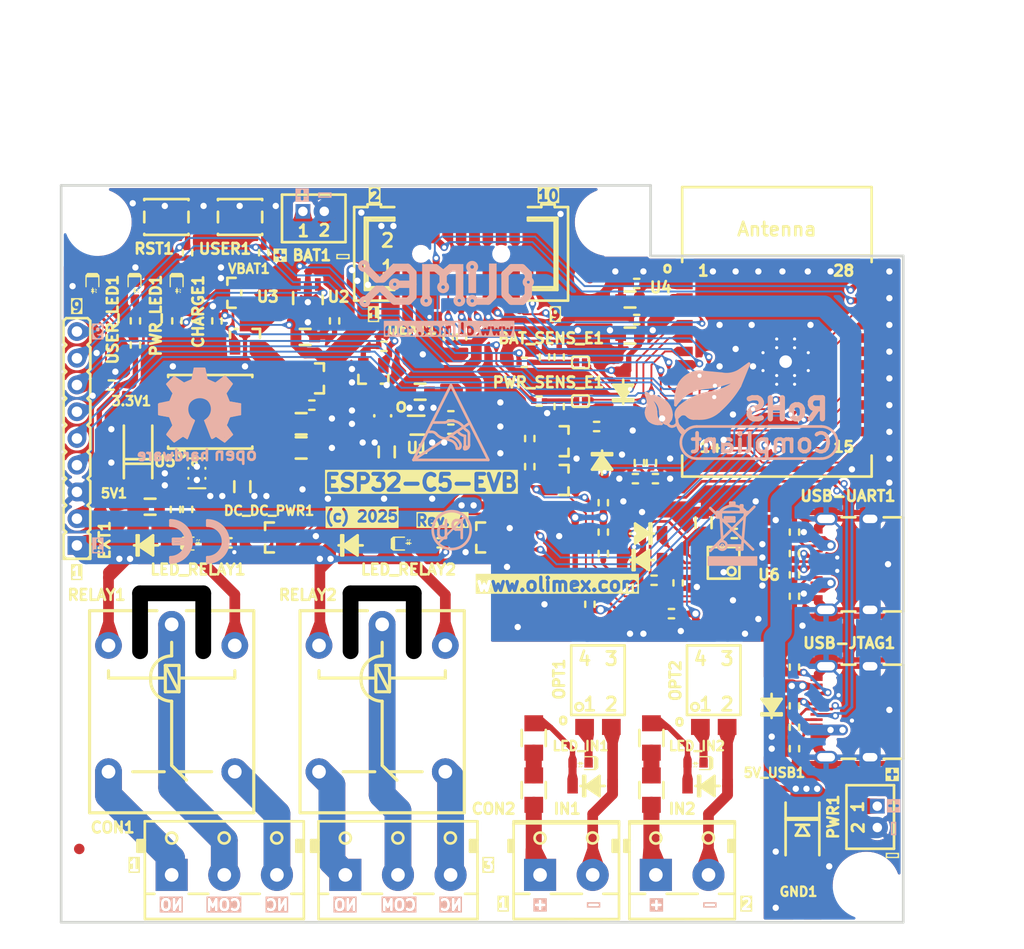
<source format=kicad_pcb>
(kicad_pcb (version 20221018) (generator pcbnew)
  (title_block (title "ESP32-C5-EVB") (date "2025-08-21") (rev "A") (company "OLIMEX Ltd.") (comment 1 "https://www.olimex.com"))
  (layers (0 "F.Cu" mixed) (31 "B.Cu" mixed) (34 "B.Paste" user) (35 "F.Paste" user) (36 "B.SilkS" user "B.Silkscreen") (37 "F.SilkS" user "F.Silkscreen") (38 "B.Mask" user) (39 "F.Mask" user) (44 "Edge.Cuts" user))
  (net 0 "")
  (net 1 "+5V")
  (net 2 "GND")
  (net 3 "VBAT")
  (net 4 "+5V_USB")
  (net 5 "Net-(BAT_SENS_E1-Pad1)")
  (net 6 "Net-(U1-FB)")
  (net 11 "Net-(LED_IN1-K)")
  (net 12 "Net-(LED_IN2-K)")
  (net 13 "/GPIO3{slash}BAT_SEN")
  (net 14 "Net-(U1-EN)")
  (net 15 "/ESP_EN")
  (net 16 "/USB_D+")
  (net 17 "+3.3V")
  (net 18 "/USB_D-")
  (net 19 "Net-(U6-V3)")
  (net 20 "/GPIO28{slash}USER_BUT")
  (net 21 "Net-(CON1-Pad2)")
  (net 22 "Net-(CON1-Pad1)")
  (net 23 "Net-(CON1-Pad3)")
  (net 24 "Net-(CON2-Pad2)")
  (net 25 "Net-(CON2-Pad1)")
  (net 26 "Net-(CON2-Pad3)")
  (net 27 "Net-(D1-A)")
  (net 28 "/GPIO12{slash}U0RXD")
  (net 29 "/GPIO11{slash}U0TXD")
  (net 30 "Net-(D5-K)")
  (net 31 "Net-(D6-K)")
  (net 32 "Net-(D7-A)")
  (net 33 "Net-(D8-A)")
  (net 34 "Net-(D9-A)")
  (net 35 "Net-(D10-K)")
  (net 36 "Net-(D10-A)")
  (net 37 "Net-(D11-K)")
  (net 38 "Net-(D11-A)")
  (net 39 "/GPIO27{slash}USER_LED")
  (net 40 "/GPIO1")
  (net 41 "/GPIO0{slash}EXT_PWR_SEN")
  (net 42 "Net-(FET2-G)")
  (net 43 "Net-(FET2-D)")
  (net 44 "Net-(IN1-Pad1)")
  (net 45 "Net-(IN2-Pad1)")
  (net 46 "Net-(LED_RELAY1-A)")
  (net 47 "Net-(LED_RELAY2-A)")
  (net 48 "/GPIO5{slash}IN1")
  (net 49 "/GPIO4{slash}IN2")
  (net 50 "Net-(PWR_SENS_E1-Pad1)")
  (net 51 "Net-(D3-K)")
  (net 52 "Net-(Q1-B)")
  (net 53 "Net-(Q1-E)")
  (net 54 "Net-(Q2-B)")
  (net 55 "Net-(Q2-E)")
  (net 56 "Net-(Q2-C)")
  (net 57 "Net-(U2-CHRGb)")
  (net 58 "/USB_CC2")
  (net 59 "/USB_CC1")
  (net 60 "Net-(U2-PROG)")
  (net 61 "Net-(U4-IO13{slash}GPIO13{slash}USB_D-{slash}SDIO_DATA3)")
  (net 62 "Net-(U4-IO14{slash}GPIO14{slash}USB_D+{slash}SDIO_DATA2)")
  (net 63 "Net-(U5-FB)")
  (net 64 "Net-(U6-CTS#)")
  (net 65 "Net-(USB-UART1-CC2)")
  (net 66 "Net-(USB-UART1-CC1)")
  (net 67 "/GPIO8{slash}I2C_SCK")
  (net 68 "/GPIO9{slash}I2C_SDA")
  (net 69 "/GPIO2{slash}SPI2_CLK")
  (net 70 "/GPIO6{slash}SPI2_MISO")
  (net 71 "/GPIO7{slash}SPI2_MOSI")
  (net 72 "/GPIO10{slash}SPI2_CS")
  (net 76 "/GPIO25{slash}U1RXD")
  (net 77 "/GPIO26{slash}U1TXD")
  (net 78 "Net-(U1-SW)")
  (net 80 "/D+")
  (net 81 "/D-")
  (net 87 "Net-(PWR_LED1-A)")
  (net 88 "Net-(USER_LED1-A)")
  (net 89 "Net-(D4-A)")
  (net 90 "/GPIO23{slash}REL2")
  (net 91 "/GPIO24{slash}REL1")
  (net 92 "Net-(R36-Pad2)")
  (net 93 "Net-(R38-Pad2)")
  (net 94 "Net-(CHARGE1-K)")
  (footprint "OLIMEX_RLC-FP:R_0402_5MIL_DWS" (layer "F.Cu") (at 110.871 112.903)
    (fp_text reference "R25" hide)
    (fp_text value "220R/R0402")
  )
  (footprint "OLIMEX_Diodes-FP:SOD-123_1C-2A_KA" (layer "F.Cu") (at 121.412 147.066)
    (fp_text reference "D11" hide)
    (fp_text value "1N4148W(SOD-123)")
  )
  (footprint "OLIMEX_Diodes-FP:SOD-123_1C-2A_KA" (layer "F.Cu") (at 113.411 109.601 90)
    (fp_text reference "D5" hide)
    (fp_text value "1N5819S4(SOD-123)")
  )
  (footprint "OLIMEX_Jumpers-FP:SJ_1_SMALLER" (layer "F.Cu") (at 109.347 110.49)
    (fp_text reference "PWR_SENS_E1")
    (fp_text value "Opened" hide)
  )
  (footprint "OLIMEX_Connectors-FP:USB2.0_TYPE-C(A40-00119-A52-12)_Paste" (layer "F.Cu") (at 135.7 126)
    (fp_text reference "USB-UART1")
    (fp_text value "USB-C-16P-F(A40-00119-A52-12)")
  )
  (footprint "OLIMEX_LEDs-FP:LED_0603_KA" (layer "F.Cu") (at 73 124)
    (fp_text reference "LED_RELAY1")
    (fp_text value "LED/Green/0603")
  )
  (footprint "OLIMEX_RLC-FP:R_0402_5MIL_DWS" (layer "F.Cu") (at 129.667 143.51 90)
    (fp_text reference "R34" hide)
    (fp_text value "5.1k/1%/R0402")
  )
  (footprint "OLIMEX_LEDs-FP:LED_0603_KA" (layer "F.Cu") (at 93 124)
    (fp_text reference "LED_RELAY2")
    (fp_text value "LED/Green/0603")
  )
  (footprint "OLIMEX_Buttons-FP:YTS-A016-X" (layer "F.Cu") (at 70 93 180)
    (fp_text reference "RST1")
    (fp_text value "YTS-A016-X" hide)
  )
  (footprint "OLIMEX_RLC-FP:R_0402_5MIL_DWS" (layer "F.Cu") (at 114.935 116.332 90)
    (fp_text reference "R9" hide)
    (fp_text value "33R/R0402")
  )
  (footprint "OLIMEX_RLC-FP:C_0603_5MIL_DWS" (layer "F.Cu") (at 68.453 120.523 180)
    (fp_text reference "C11" hide)
    (fp_text value "22uF/6.3V/20%/X5R/C0603")
  )
  (footprint "OLIMEX_RLC-FP:C_0402_5MIL_DWS" (layer "F.Cu") (at 79.248 96.393 -90)
    (fp_text reference "C16" hide)
    (fp_text value "NA(100nF/10V/20%/X5R/C0402)")
  )
  (footprint "OLIMEX_RLC-FP:R_0402_5MIL_DWS" (layer "F.Cu") (at 111.506 122.936 90)
    (fp_text reference "R19" hide)
    (fp_text value "NA(10k/R0402)")
  )
  (footprint "OLIMEX_RLC-FP:R_0402_5MIL_DWS" (layer "F.Cu") (at 72.009 120.777 -90)
    (fp_text reference "R14" hide)
    (fp_text value "1.1k/1%/R0402")
  )
  (footprint "OLIMEX_Other-FP:TESTPAD_40-ROUND" (layer "F.Cu") (at 66.675 108.839)
    (fp_text reference "3.3V1")
    (fp_text value "TESTPAD" hide)
  )
  (footprint "OLIMEX_Connectors-FP:LIPO_BAT_VERTICAL_DW02S" (layer "F.Cu") (at 134 150 -90)
    (fp_text reference "PWR1")
    (fp_text value "DW02S")
  )
  (footprint "OLIMEX_RLC-FP:C_0402_5MIL_DWS" (layer "F.Cu") (at 116.459 117.856)
    (fp_text reference "C7" hide)
    (fp_text value "NA(150pF/50V/2%/NP0/C0402)")
  )
  (footprint "OLIMEX_RLC-FP:R_0402_5MIL_DWS" (layer "F.Cu") (at 117.983 130.683 180)
    (fp_text reference "R39" hide)
    (fp_text value "47k/R0402")
  )
  (footprint "OLIMEX_Diodes-FP:SMA-KA" (layer "F.Cu") (at 67.31 115.316 90)
    (fp_text reference "D1" hide)
    (fp_text value "1N5822/SS34/SMA")
  )
  (footprint "OLIMEX_RLC-FP:R_0402_5MIL_DWS" (layer "F.Cu") (at 104.013 106.807)
    (fp_text reference "R13" hide)
    (fp_text value "470k/R0402")
  )
  (footprint "OLIMEX_Connectors-FP:GBH-254-SMT-10" (layer "F.Cu") (at 98 96.5)
    (fp_text reference "UEXT1")
    (fp_text value "P-B-V-10-LF")
  )
  (footprint "OLIMEX_Relays-FP:Relay_RAS-05-15_DrillSlot" (layer "F.Cu") (at 90.5 140 90)
    (fp_text reference "RELAY2")
    (fp_text value "RAS-0515")
  )
  (footprint "OLIMEX_RLC-FP:R_0402_5MIL_DWS" (layer "F.Cu") (at 111.506 124.968 90)
    (fp_text reference "R18" hide)
    (fp_text value "10k/R0402")
  )
  (footprint "OLIMEX_Devices-FP:H11A817C_SMD(PC817X3NIP06)_FP" (layer "F.Cu") (at 122 137)
    (fp_text reference "OPT2")
    (fp_text value "PC817CS_CYPC817(C-TP2)")
  )
  (footprint "OLIMEX_Devices-FP:H11A817C_SMD(PC817X3NIP06)_FP" (layer "F.Cu") (at 111 137)
    (fp_text reference "OPT1")
    (fp_text value "PC817CS_CYPC817(C-TP2)")
  )
  (footprint "OLIMEX_RLC-FP:C_0603_5MIL_DWS" (layer "F.Cu") (at 77.216 118.618 90)
    (fp_text reference "C10" hide)
    (fp_text value "22uF/6.3V/20%/X5R/C0603")
  )
  (footprint "OLIMEX_RLC-FP:R_0402_5MIL_DWS" (layer "F.Cu") (at 116.078 116.332 -90)
    (fp_text reference "R10" hide)
    (fp_text value "33R/R0402")
  )
  (footprint "OLIMEX_RLC-FP:R_1206_5MIL_DWS" (layer "F.Cu") (at 104.902 147.447 90)
    (fp_text reference "R36" hide)
    (fp_text value "150k/R1206")
  )
  (footprint "OLIMEX_RLC-FP:C_0805_5MIL_DWS" (layer "F.Cu") (at 82.804 114.935)
    (fp_text reference "C17" hide)
    (fp_text value "NA(47uF/6.3V/20%/X5R/C0805)")
  )
  (footprint "OLIMEX_RLC-FP:C_0603_5MIL_DWS" (layer "F.Cu") (at 114.046 104.267 180)
    (fp_text reference "C5" hide)
    (fp_text value "1uF/10V/10%/X5R/C0603")
  )
  (footprint "OLIMEX_Diodes-FP:D_0402_5MIL_DWS" (layer "F.Cu") (at 129.667 124.968 90)
    (fp_text reference "TVS2" hide)
    (fp_text value "GG0402052R542P")
  )
  (footprint "OLIMEX_Buttons-FP:YTS-A016-X" (layer "F.Cu") (at 77 93 180)
    (fp_text reference "USER1")
    (fp_text value "YTS-A016-X" hide)
  )
  (footprint "OLIMEX_Transistors-FP:SOT23" (layer "F.Cu") (at 77.47 104.267 -90)
    (fp_text reference "FET1" hide)
    (fp_text value "IRLML6402(SOT-23)")
  )
  (footprint "OLIMEX_RLC-FP:R_0402_5MIL_DWS" (layer "F.Cu") (at 114.681 102.743)
    (fp_text reference "R3" hide)
    (fp_text value "10k/R0402")
  )
  (footprint "OLIMEX_RLC-FP:R_0402_5MIL_DWS" (layer "F.Cu") (at 85.979 102.87 90)
    (fp_text reference "R6" hide)
    (fp_text value "10k/1%/R0402")
  )
  (footprint "OLIMEX_Connectors-FP:HN1x9" (layer "F.Cu") (at 61.5 114.04 90)
    (fp_text reference "EXT1")
    (fp_text value "NA")
  )
  (footprint "OLIMEX_RLC-FP:YS75_7X8MM" (layer "F.Cu") (at 74.168 111.506 180)
    (fp_text reference "L2" hide)
    (fp_text value "2.2uH/3A/YS75/7x8")
  )
  (footprint "OLIMEX_RLC-FP:R_1206_5MIL_DWS" (layer "F.Cu") (at 104.902 142.494 90)
    (fp_text reference "R40" hide)
    (fp_text value "150k/R1206")
  )
  (footprint "OLIMEX_RLC-FP:R_0402_5MIL_DWS" (layer "F.Cu") (at 67.056 102.87 90)
    (fp_text reference "R32" hide)
    (fp_text value "2.2k/R0402")
  )
  (footprint "OLIMEX_LEDs-FP:LED_0603_KA" (layer "F.Cu") (at 63 100 -90)
    (fp_text reference "USER_LED1")
    (fp_text value "LED/Green/0603")
  )
  (footprint "OLIMEX_RLC-FP:C_0402_5MIL_DWS" (layer "F.Cu") (at 107.315 106.299 90)
    (fp_text reference "C12" hide)
    (fp_text value "1nF/X7R/50VDC")
  )
  (footprint "OLIMEX_RLC-FP:R_0402_5MIL_DWS" (layer "F.Cu") (at 129.667 129.032 90)
    (fp_text reference "R23" hide)
    (fp_text value "5.1k/1%/R0402")
  )
  (footprint "OLIMEX_RLC-FP:C_0603_5MIL_DWS" (layer "F.Cu") (at 114.046 100.838 180)
    (fp_text reference "C1" hide)
    (fp_text value "22uF/6.3V/20%/X5R/C0603")
  )
  (footprint "OLIMEX_RLC-FP:R_0402_5MIL_DWS" (layer "F.Cu") (at 123.952 123.063)
    (fp_text reference "R21" hide)
    (fp_text value "4.7k/R0402")
  )
  (footprint "OLIMEX_RLC-FP:R_0402_5MIL_DWS" (layer "F.Cu") (at 83.82 110.871 180)
    (fp_text reference "R4" hide)
    (fp_text value "10k/R0402")
  )
  (footprint "OLIMEX_Other-FP:Mounting_hole_3.3mm" (layer "F.Cu") (at 63.5 156.5)
    (fp_text reference "MH2" hide)
    (fp_text value "Mounting_Hole_NPTH" hide)
  )
  (footprint "OLIMEX_Other-FP:TESTPAD_40-ROUND" (layer "F.Cu") (at 127.762 147.32)
    (fp_text reference "5V_USB1")
    (fp_text value "TESTPAD" hide)
  )
  (footprint "OLIMEX_Diodes-FP:DO214AA_1(K)-2(A)" (layer "F.Cu") (at 130.429 151.13 -90)
    (fp_text reference "D2" hide)
    (fp_text value "SMBJ6.0A")
  )
  (footprint "OLIMEX_RLC-FP:C_0402_5MIL_DWS" (layer "F.Cu") (at 118.618 127.762 -90)
    (fp_text reference "C14" hide)
    (fp_text value "100nF/10V/20%/X5R/C0402")
  )
  (footprint "OLIMEX_Transistors-FP:SOT23" (layer "F.Cu") (at 100.076 123.444)
    (fp_text reference "T2" hide)
    (fp_text value "LMUN2235LT1G(SOT-23)")
  )
  (footprint "OLIMEX_RLC-FP:R_0402_5MIL_DWS" (layer "F.Cu") (at 64.77 108.966)
    (fp_text reference "R29" hide)
    (fp_text value "10k/R0402")
  )
  (footprint "OLIMEX_RLC-FP:R_0402_5MIL_DWS" (layer "F.Cu") (at 104.521 114.046 90)
    (fp_text reference "R20" hide)
    (fp_text value "1k/R0402")
  )
  (footprint "OLIMEX_RLC-FP:R_0402_5MIL_DWS" (layer "F.Cu") (at 116.332 127.508)
    (fp_text reference "R17" hide)
    (fp_text value "10k/R0402")
  )
  (footprint "OLIMEX_Transistors-FP:SOT23" (layer "F.Cu") (at 107.569 117.983 180)
    (fp_text reference "Q2" hide)
    (fp_text value "BC817-40(SOT23)")
  )
  (footprint "OLIMEX_Cases-FP:ESP32-C5-WROOM-1-N**4-UNIVERSAL_MODULE" (layer "F.Cu") (at 128 103.91)
    (fp_text reference "U4")
    (fp_text value "ESP32-C5-WROOM-1-N8R4")
  )
  (footprint "OLIMEX_Other-FP:Fiducial1x3_Paste" (layer "F.Cu") (at 110.236 98.806)
    (fp_text reference "FID4" hide)
    (fp_text value "Fiducial" hide)
  )
  (footprint "OLIMEX_Diodes-FP:SOD-123_1C-2A_KA" (layer "F.Cu") (at 111.379 116.332 -90)
    (fp_text reference "D6" hide)
    (fp_text value "1N5819S4(SOD-123)")
  )
  (footprint "OLIMEX_RLC-FP:R_0402_5MIL_DWS" (layer "F.Cu") (at 98.044 104.394 90)
    (fp_text reference "R26" hide)
    (fp_text value "2.2k/R0402")
  )
  (footprint "OLIMEX_Diodes-FP:SOD-123_1C-2A_KA" (layer "F.Cu") (at 115.189 123.063 180)
    (fp_text reference "D3" hide)
    (fp_text value "1N5819S4(SOD-123)")
  )
  (footprint "OLIMEX_RLC-FP:C_0603_5MIL_DWS" (layer "F.Cu") (at 83.185 104.394)
    (fp_text reference "C6" hide)
    (fp_text value "22uF/6.3V/20%/X5R/C0603")
  )
  (footprint "OLIMEX_RLC-FP:R_0402_5MIL_DWS" (layer "F.Cu") (at 97.028 113.157)
    (fp_text reference "R2" hide)
    (fp_text value "180k/1%/R0402")
  )
  (footprint "OLIMEX_RLC-FP:R_0402_5MIL_DWS" (layer "F.Cu") (at 97.028 111.887)
    (fp_text reference "R7" hide)
    (fp_text value "40.2k/1%/R0402")
  )
  (footprint "OLIMEX_IC-FP:SOT23-6" (layer "F.Cu") (at 72.898 117.348 180)
    (fp_text reference "U5")
    (fp_text value "MT3608(SOT23-6)")
  )
  (footprint "OLIMEX_RLC-FP:R_0402_5MIL_DWS" (layer "F.Cu") (at 70.866 120.777 90)
    (fp_text reference "R11" hide)
    (fp_text value "8.25k/1%/R0402")
  )
  (footprint "OLIMEX_IC-FP:SOT-23" (layer "F.Cu") (at 76.454 100.203)
    (fp_text reference "U3")
    (fp_text value "VDA4710CTA")
  )
  (footprint "OLIMEX_LEDs-FP:LED_0603_KA" (layer "F.Cu") (at 67 100 -90)
    (fp_text reference "PWR_LED1")
    (fp_text value "LED/Red/0603")
  )
  (footprint "OLIMEX_RLC-FP:C_0402_5MIL_DWS" (layer "F.Cu") (at 114.681 99.314)
    (fp_text reference "C2" hide)
    (fp_text value "100nF/10V/20%/X5R/C0402")
  )
  (footprint "OLIMEX_Other-FP:Mounting_hole_3.3mm" (layer "F.Cu") (at 112 93.5)
    (fp_text reference "MH4" hide)
    (fp_text value "Mounting_Hole_NPTH" hide)
  )
  (footprint "OLIMEX_Other-FP:TESTPAD_40-ROUND" (layer "F.Cu") (at 65.024 120.523)
    (fp_text reference "5V1")
    (fp_text value "TESTPAD" hide)
  )
  (footprint "OLIMEX_Diodes-FP:SOD-123_1C-2A_KA" (layer "F.Cu") (at 110.49 147.066)
    (fp_text reference "D10" hide)
    (fp_text value "1N4148W(SOD-123)")
  )
  (footprint "OLIMEX_Transistors-FP:SOT23" (layer "F.Cu") (at 89.662 108.204 90)
    (fp_text reference "FET2" hide)
    (fp_text value "BSS138(SOT-23)")
  )
  (footprint "OLIMEX_Relays-FP:Relay_RAS-05-15_DrillSlot" (layer "F.Cu") (at 70.5 140 90)
    (fp_text reference "RELAY1")
    (fp_text value "RAS-0515")
  )
  (footprint "OLIMEX_RLC-FP:C_0603_5MIL_DWS" (layer "F.Cu") (at 90.932 115.316 90)
    (fp_text reference "C3" hide)
    (fp_text value "22uF/6.3V/20%/X5R/C0603")
  )
  (footprint "OLIMEX_RLC-FP:R_0402_5MIL_DWS" (layer "F.Cu") (at 75.946 123.952)
    (fp_text reference "R30" hide)
    (fp_text value "2.2k/R0402")
  )
  (footprint "OLIMEX_Diodes-FP:SOD-123_1C-2A_KA" (layer "F.Cu") (at 87.503 124.206)
    (fp_text reference "D9" hide)
    (fp_text value "1N4148W(SOD-123)")
  )
  (footprint "OLIMEX_Transistors-FP:SOT23" (layer "F.Cu") (at 84.328 108.331 180)
    (fp_text reference "FET3" hide)
    (fp_text value "IRLML6402(SOT-23)")
  )
  (footprint "OLIMEX_Other-FP:Mounting_hole_3.3mm" (layer "F.Cu") (at 136.5 156.5)
    (fp_text reference "MH3" hide)
    (fp_text value "Mounting_Hole_NPTH" hide)
  )
  (footprint "OLIMEX_IC-FP:SOT-23-5" (layer "F.Cu") (at 83.439 100.711 90)
    (fp_text reference "U2")
    (fp_text value "TP4054-42-SOT25-R")
  )
  (footprint "OLIMEX_Transistors-FP:SOT23" (layer "F.Cu") (at 80.01 123.444)
    (fp_text reference "T1" hide)
    (fp_text value "LMUN2235LT1G(SOT-23)")
  )
  (footprint "OLIMEX_RLC-FP:R_1206_5MIL_DWS" (layer "F.Cu") (at 116.078 147.447 90)
    (fp_text reference "R38" hide)
    (fp_text value "150k/R1206")
  )
  (footprint "OLIMEX_RLC-FP:R_0402_5MIL_DWS" (layer "F.Cu") (at 67.056 105.156 90)
    (fp_text reference "R31" hide)
    (fp_text value "2.2k/R0402")
  )
  (footprint "OLIMEX_RLC-FP:R_0402_5MIL_DWS" (layer "F.Cu") (at 111.506 120.142 -90)
    (fp_text reference "R28" hide)
    (fp_text value "10k/R0402")
  )
  (footprint "OLIMEX_RLC-FP:R_0402_5MIL_DWS" (layer "F.Cu") (at 129.667 122.936 -90)
    (fp_text reference "R22" hide)
    (fp_text value "5.1k/1%/R0402")
  )
  (footprint "OLIMEX_Connectors-FP:LIPO_BAT_VERTICAL_DW02S" (layer "F.Cu") (at 84 96)
    (fp_text reference "BAT1")
    (fp_text value "DW02S")
  )
  (footprint "OLIMEX_RLC-FP:C_0805_5MIL_DWS" (layer "F.Cu") (at 82.804 112.649)
    (fp_text reference "C9" hide)
    (fp_text value "NA(47uF/6.3V/20%/X5R/C0805)")
  )
  (footprint "OLIMEX_Diodes-FP:D_0402_5MIL_DWS" (layer "F.Cu") (at 129.667 139.446 -90)
    (fp_text reference "TVS3" hide)
    (fp_text value "GG0402052R542P")
  )
  (footprint "OLIMEX_LEDs-FP:LED_0603_KA" (layer "F.Cu") (at 71 100 -90)
    (fp_text reference "CHARGE1")
    (fp_text value "LED/Yellow/0603")
  )
  (footprint "OLIMEX_Connectors-FP:TB2-DG306-5.0_2P" (layer "F.Cu") (at 119 155.5)
    (fp_text reference "IN2")
    (fp_text value "DG306-5.0-2P")
  )
  (footprint "OLIMEX_Transistors-FP:SOT23" (layer "F.Cu") (at 107.569 114.3 180)
    (fp_text reference "Q1" hide)
    (fp_text value "BC817-40(SOT23)")
  )
  (footprint "OLIMEX_RLC-FP:R_0402_5MIL_DWS" (layer "F.Cu") (at 105.918 106.299 90)
    (fp_text reference "R16" hide)
    (fp_text value "220k/R0402")
  )
  (footprint "OLIMEX_Other-FP:Mounting_hole_3.3mm" (layer "F.Cu") (at 63.5 93.5)
    (fp_text reference "MH1" hide)
    (fp_text value "Mounting_Hole_NPTH" hide)
  )
  (footprint "OLIMEX_Other-FP:TESTPAD_40-ROUND" (layer "F.Cu") (at 130.048 158.623)
    (fp_text reference "GND1")
    (fp_text value "TESTPAD" hide)
  )
  (footprint "OLIMEX_RLC-FP:R_0402_5MIL_DWS" (layer "F.Cu") (at 74.803 102.87 90)
    (fp_text reference "R5" hide)
    (fp_text value "10k/R0402")
  )
  (footprint "OLIMEX_RLC-FP:R_0402_5MIL_DWS" (layer "F.Cu") (at 96.774 104.394 -90)
    (fp_text reference "R27" hide)
    (fp_text value "2.2k/R0402")
  )
  (footprint "OLIMEX_Connectors-FP:USB2.0_TYPE-C(A40-00119-A52-12)_Paste" (layer "F.Cu") (at 135.7 140)
    (fp_text reference "USB-JTAG1")
    (fp_text value "USB-C-16P-F(A40-00119-A52-12)")
  )
  (footprint "OLIMEX_RLC-FP:R_0402_5MIL_DWS" (layer "F.Cu") (at 129.667 135.763 -90)
    (fp_text reference "R33" hide)
    (fp_text value "5.1k/1%/R0402")
  )
  (footprint "OLIMEX_Regulators-FP:SOT-563-6" (layer "F.Cu") (at 93.853 112.776 180)
    (fp_text reference "U1")
    (fp_text value "TPS62A02ADRLR(SOT-563-6)")
  )
  (footprint "OLIMEX_RLC-FP:R_0402_5MIL_DWS" (layer "F.Cu") (at 90.678 105.283 180)
    (fp_text reference "R8" hide)
    (fp_text value "1M/R0402")
  )
  (footprint "OLIMEX_Other-FP:Fiducial1x3" (layer "F.Cu") (at 61.722 96.774)
    (fp_text reference "FID1" hide)
    (fp_text value "Fiducial" hide)
  )
  (footprint "OLIMEX_RLC-FP:R_0402_5MIL_DWS" (layer "F.Cu") (at 105.41 110.49)
    (fp_text reference "R12" hide)
    (fp_text value "27k/1%/R0402")
  )
  (footprint "OLIMEX_IC-FP:MSOP-10_Pitch-0.5mm_3.00x3.00x1.00mm" (layer "F.Cu") (at 122.936 125.857 90)
    (fp_text reference "U6")
    (fp_text value "CH340X(MSOP-10)")
  )
  (footprint "OLIMEX_RLC-FP:R_0402_5MIL_DWS" (layer "F.Cu") (at 96.012 123.952)
    (fp_text reference "R35" hide)
    (fp_text value "2.2k/R0402")
  )
  (footprint "OLIMEX_Other-FP:TESTPAD_40-ROUND" (layer "F.Cu") (at 81.026 118.364)
    (fp_text reference "DC_DC_PWR1")
    (fp_text value "TESTPAD" hide)
  )
  (footprint "OLIMEX_Diodes-FP:D_0402_5MIL_DWS" (layer "F.Cu") (at 129.667 141.478 -90)
    (fp_text reference "TVS4" hide)
    (fp_text value "GG0402052R542P")
  )
  (footprint "OLIMEX_Other-FP:Fiducial1x3_Paste" (layer "F.Cu") (at 61.722 153.035)
    (fp_text reference "FID3" hide)
    (fp_text value "Fiducial" hide)
  )
  (footprint "OLIMEX_Diodes-FP:D_0402_5MIL_DWS" (layer "F.Cu") (at 129.667 127 -90)
    (fp_text reference "TVS1" hide)
    (fp_text value "GG0402052R542P")
  )
  (footprint "OLIMEX_Connectors-FP:TB2-DG306-5.0_2P" (layer "F.Cu") (at 108 155.5)
    (fp_text reference "IN1")
    (fp_text value "DG306-5.0-2P")
  )
  (footprint "OLIMEX_Jumpers-FP:SJ_1_SMALLER" (layer "F.Cu") (at 109.347 106.807)
    (fp_text reference "BAT_SENS_E1")
    (fp_text value "Opened" hide)
  )
  (footprint "OLIMEX_Diodes-FP:SOD-123_1C-2A_KA" (layer "F.Cu") (at 127.508 139.446 90)
    (fp_text reference "D7" hide)
    (fp_text value "1N5819S4(SOD-123)")
  )
  (footprint "OLIMEX_LEDs-FP:LED_0603_KA" (layer "F.Cu") (at 120.269 144.907 180)
    (fp_text reference "LED_IN2")
    (fp_text value "LED/Red/0603")
  )
  (footprint "OLIMEX_RLC-FP:R_1206_5MIL_DWS" (layer "F.Cu") (at 116.078 142.494 90)
    (fp_text reference "R41" hide)
    (fp_text value "150k/R1206")
  )
  (footprint "OLIMEX_RLC-FP:C_0402_5MIL_DWS" (layer "F.Cu") (at 72.009 96.393 -90)
    (fp_text reference "C15" hide)
    (fp_text value "NA(100nF/10V/20%/X5R/C0402)")
  )
  (footprint "OLIMEX_RLC-FP:C_0402_5MIL_DWS" (layer "F.Cu") (at 114.554 117.856 180)
    (fp_text reference "C8" hide)
    (fp_text value "NA(150pF/50V/2%/NP0/C0402)")
  )
  (footprint "OLIMEX_Other-FP:TESTPAD_40-ROUND" (layer "F.Cu") (at 80.518 98.044)
    (fp_text reference "VBAT1")
    (fp_text value "TESTPAD" hide)
  )
  (footprint "OLIMEX_Diodes-FP:SOD-123_1C-2A_KA" (layer "F.Cu") (at 115.189 125.603)
    (fp_text reference "D4" hide)
    (fp_text value "1N5819S4(SOD-123)")
  )
  (footprint "OLIMEX_RLC-FP:R_0402_5MIL_DWS" (layer "F.Cu") (at 110.236 129.794 90)
    (fp_text reference "R37" hide)
    (fp_text value "47k/R0402")
  )
  (footprint "OLIMEX_Other-FP:Fiducial1x3" (layer "F.Cu") (at 133.096 158.242)
    (fp_text reference "FID2" hide)
    (fp_text value "Fiducial" hide)
  )
  (footprint "OLIMEX_RLC-FP:R_0402_5MIL_DWS" (layer "F.Cu") (at 107.315 110.998 -90)
    (fp_text reference "R15" hide)
    (fp_text value "40.2k/1%/R0402")
  )
  (footprint "OLIMEX_Connectors-FP:TB3-DG306-5.0_3P" (layer "F.Cu") (at 75.5 155.5)
    (fp_text reference "CON1")
    (fp_text value "DG306-5.0-3P")
  )
  (footprint "OLIMEX_LEDs-FP:LED_0603_KA" (layer "F.Cu") (at 109.347 144.907 180)
    (fp_text reference "LED_IN1")
    (fp_text value "LED/Red/0603")
  )
  (footprint "OLIMEX_Connectors-FP:TB3-DG306-5.0_3P" (layer "F.Cu") (at 92 155.5)
    (fp_text reference "CON2")
    (fp_text value "DG306-5.0-3P")
  )
  (footprint "OLIMEX_RLC-FP:R_0402_5MIL_DWS" (layer "F.Cu") (at 104.521 116.713 -90)
    (fp_text reference "R24" hide)
    (fp_text value "1k/R0402")
  )
  (footprint "OLIMEX_RLC-FP:C_0603_5MIL_DWS" (layer "F.Cu") (at 121.031 122.047 90)
    (fp_text reference "C13" hide)
    (fp_text value "22uF/6.3V/20%/X5R/C0603")
  )
  (footprint "OLIMEX_RLC-FP:C_0603_5MIL_DWS" (layer "F.Cu") (at 94.107 109.601)
    (fp_text reference "C4" hide)
    (fp_text value "22uF/6.3V/20%/X5R/C0603")
  )
  (footprint "OLIMEX_Diodes-FP:SOD-123_1C-2A_KA" (layer "F.Cu") (at 68.072 124.206)
    (fp_text reference "D8" hide)
    (fp_text value "1N4148W(SOD-123)")
  )
  (footprint "OLIMEX_RLC-FP:L_2016_MM" (layer "F.Cu") (at 90.551 111.887 90)
    (fp_text reference "L1" hide)
    (fp_text value "1.0uH/4.2A/DCR=35mR/20%/2.00x1.60x1.00mm/L2016(PIM201610-1R0MTS00)")
  )
  (footprint "OLIMEX_RLC-FP:R_0402_5MIL_DWS" (layer "F.Cu") (at 71 102.87 -90)
    (fp_text reference "R1" hide)
    (fp_text value "2.2k/R0402")
  )
  (footprint "OLIMEX_Signs-FP:Sign_RoHS_1" (layer "B.Cu") (at 132.715 115.316 180)
    (fp_text reference "Sign_RoHS_1" hide)
    (fp_text value "Sign_RoHS_1" hide)
  )
  (footprint "OLIMEX_Signs-FP:Logo_OLIMEX_TB" (layer "B.Cu") (at 96.393 99.314 180)
    (fp_text reference "Logo_OLIMEX_TB" hide)
    (fp_text value "Logo_OLIMEX_TB" hide)
  )
  (footprint "OLIMEX_Signs-FP:Sign_OSHW_8x8" (layer "B.Cu") (at 73.16343 111.36669 180)
    (fp_text reference "Sign_OSHW_8x8" hide)
    (fp_text value "Sign_OSHW_8x8" hide)
  )
  (footprint "OLIMEX_Signs-FP:Sign_Antistatic" (layer "B.Cu") (at 100.584 116.078 180)
    (fp_text reference "Sign_Antistatic" hide)
    (fp_text value "Sign_Antistatic" hide)
  )
  (footprint "OLIMEX_Signs-FP:CE_Sign" (layer "B.Cu") (at 72.136 123.825 180)
    (fp_text reference "Sign_CE" hide)
    (fp_text value "CE_Sign" hide)
  )
  (footprint "OLIMEX_Signs-FP:Sign_RecycleBin_1" (layer "B.Cu") (at 126.111 126.111 180)
    (fp_text reference "Sign_RecycleBin_1" hide)
    (fp_text value "Sign_RecycleBin_1" hide)
  )
  (footprint "OLIMEX_Signs-FP:Sign_PB-Free" (layer "B.Cu") (at 96.901 123.063 180)
    (fp_text reference "Sign_PB-Free")
    (fp_text value "Sign_PB-Free")
  )
  (gr_line (start 60 160) (end 60 90) (stroke (width 0.254)) (layer "Edge.Cuts"))
  (gr_line (start 116 96.7) (end 116 90) (stroke (width 0.254)) (layer "Edge.Cuts"))
  (gr_line (start 116 96.7) (end 140 96.7) (stroke (width 0.254)) (layer "Edge.Cuts"))
  (gr_line (start 60 160) (end 140 160) (stroke (width 0.254)) (layer "Edge.Cuts"))
  (gr_line (start 140 160) (end 140 96.7) (stroke (width 0.254)) (layer "Edge.Cuts"))
  (gr_line (start 60 90) (end 116 90) (stroke (width 0.254)) (layer "Edge.Cuts"))
  (gr_text "+" (at 117.348 158.877) (layer "B.SilkS" knockout) (effects (font (size 1.016 1.016) (thickness 0.254) bold) (justify left bottom mirror)))
  (gr_text "www.olimex.com" (at 103.124 104.267) (layer "B.SilkS" knockout) (effects (font (size 1.016 1.016) (thickness 0.254) bold) (justify left bottom mirror)))
  (gr_text "-\n" (at 111.379 158.877) (layer "B.SilkS" knockout) (effects (font (size 1.016 1.016) (thickness 0.254) bold) (justify left bottom mirror)))
  (gr_text "+" (at 106.299 158.877) (layer "B.SilkS" knockout) (effects (font (size 1.016 1.016) (thickness 0.254) bold) (justify left bottom mirror)))
  (gr_text "-\n" (at 138.557 151.892 -90) (layer "B.SilkS" knockout) (effects (font (size 1.016 1.016) (thickness 0.254) bold) (justify left bottom mirror)))
  (gr_text "+" (at 138.557 149.733 -90) (layer "B.SilkS" knockout) (effects (font (size 1.016 1.016) (thickness 0.254) bold) (justify left bottom mirror)))
  (gr_text "+" (at 83.693 91.44) (layer "B.SilkS" knockout) (effects (font (size 1.016 1.016) (thickness 0.254) bold) (justify left bottom mirror)))
  (gr_text "-\n" (at 85.852 91.44) (layer "B.SilkS" knockout) (effects (font (size 1.016 1.016) (thickness 0.254) bold) (justify left bottom mirror)))
  (gr_text "-\n" (at 122.428 158.877) (layer "B.SilkS" knockout) (effects (font (size 1.016 1.016) (thickness 0.254) bold) (justify left bottom mirror)))
  (gr_text "1" (at 64.135 124.841) (layer "B.SilkS" knockout) (effects (font (size 1.016 1.016) (thickness 0.254) bold) (justify left bottom mirror)))
  (gr_text "9" (at 64.135 104.521) (layer "B.SilkS" knockout) (effects (font (size 1.016 1.016) (thickness 0.254) bold) (justify left bottom mirror)))
  (gr_text "9" (at 60.833 102.108) (layer "F.SilkS" knockout) (effects (font (size 1.016 1.016) (thickness 0.254) bold) (justify left bottom)))
  (gr_text "+" (at 138.43 145.161 -90) (layer "F.SilkS" knockout) (effects (font (size 1.016 1.016) (thickness 0.254) bold) (justify left bottom)))
  (gr_text "1" (at 66.294 155.194) (layer "F.SilkS" knockout) (effects (font (size 1.016 1.016) (thickness 0.254) bold) (justify left bottom)))
  (gr_text "10\n" (at 105.156 91.567) (layer "F.SilkS" knockout) (effects (font (size 1.016 1.016) (thickness 0.254) bold) (justify left bottom)))
  (gr_text "Rev. A" (at 93.599 122.428) (layer "F.SilkS" knockout) (effects (font (size 1.016 1.016) (thickness 0.254) bold) (justify left bottom)))
  (gr_text "1" (at 101.346 158.877) (layer "F.SilkS" knockout) (effects (font (size 1.016 1.016) (thickness 0.254) bold) (justify left bottom)))
  (gr_text "2" (at 89.154 91.567) (layer "F.SilkS" knockout) (effects (font (size 1.016 1.016) (thickness 0.254) bold) (justify left bottom)))
  (gr_text "3" (at 99.949 155.194) (layer "F.SilkS" knockout) (effects (font (size 1.016 1.016) (thickness 0.254) bold) (justify left bottom)))
  (gr_text "1" (at 60.833 127.381) (layer "F.SilkS" knockout) (effects (font (size 1.016 1.016) (thickness 0.254) bold) (justify left bottom)))
  (gr_text "(c) 2025" (at 84.963 122.047) (layer "F.SilkS" knockout) (effects (font (size 1.016 1.016) (thickness 0.254) bold) (justify left bottom)))
  (gr_text "+" (at 80.01 97.155) (layer "F.SilkS" knockout) (effects (font (size 1.016 1.016) (thickness 0.254) bold) (justify left bottom)))
  (gr_text "2" (at 124.46 158.877) (layer "F.SilkS" knockout) (effects (font (size 1.016 1.016) (thickness 0.254) bold) (justify left bottom)))
  (gr_text "-" (at 85.979 97.282) (layer "F.SilkS" knockout) (effects (font (size 1.016 1.016) (thickness 0.254) bold) (justify left bottom)))
  (gr_text "ESP32-C5-EVB" (at 84.836 119.126) (layer "F.SilkS" knockout) (effects (font (size 1.524 1.524) (thickness 0.381) bold) (justify left bottom)))
  (gr_text "9" (at 106.299 102.87) (layer "F.SilkS" knockout) (effects (font (size 1.016 1.016) (thickness 0.254) bold) (justify left bottom)))
  (gr_text "-" (at 138.176 154.178) (layer "F.SilkS" knockout) (effects (font (size 1.016 1.016) (thickness 0.254) bold) (justify left bottom)))
  (gr_text "www.olimex.com" (at 99.314 128.651) (layer "F.SilkS" knockout) (effects (font (size 1.27 1.27) (thickness 0.3175) bold) (justify left bottom)))
  (segment (start 66.548 124.582) (end 66.172 124.206) (width 1.016) (layer "F.Cu") (net 1))
  (segment (start 67.31 117.816) (end 67.31 120.523) (width 2.032) (layer "F.Cu") (net 1))
  (segment (start 65.532 125.73) (end 65.532 125.476) (width 1.016) (layer "F.Cu") (net 1))
  (segment (start 67.564 120.523) (end 67.31 120.523) (width 0.508) (layer "F.Cu") (net 1))
  (segment (start 84.582 126.492) (end 84.582 125.476) (width 1.016) (layer "F.Cu") (net 1))
  (segment (start 96.52 123.952) (end 96.52 124.841) (width 0.508) (layer "F.Cu") (net 1))
  (segment (start 67.31 121.666) (end 67.31 123.068) (width 2.032) (layer "F.Cu") (net 1))
  (segment (start 85.603 125.471) (end 85.598 125.476) (width 1.016) (layer "F.Cu") (net 1))
  (segment (start 85.603 124.206) (end 85.603 125.471) (width 1.016) (layer "F.Cu") (net 1))
  (segment (start 67.31 120.523) (end 67.31 121.666) (width 2.032) (layer "F.Cu") (net 1))
  (segment (start 65.024 120.523) (end 67.31 120.523) (width 0.508) (layer "F.Cu") (net 1))
  (segment (start 84.582 126.492) (end 85.598 125.476) (width 1.016) (layer "F.Cu") (net 1))
  (segment (start 62.484 124.2) (end 66.166 124.2) (width 2.032) (layer "F.Cu") (net 1))
  (segment (start 64.5 127.254) (end 64.5 126.762) (width 1.016) (layer "F.Cu") (net 1))
  (segment (start 84.5 133.7) (end 84.582 133.618) (width 1.016) (layer "F.Cu") (net 1))
  (segment (start 84.582 125.476) (end 84.582 125.227) (width 1.016) (layer "F.Cu") (net 1))
  (segment (start 66.548 125.476) (end 65.532 125.476) (width 1.016) (layer "F.Cu") (net 1))
  (segment (start 66.548 125.476) (end 66.278 125.476) (width 1.016) (layer "F.Cu") (net 1))
  (segment (start 64.5 126.762) (end 65.532 125.73) (width 1.016) (layer "F.Cu") (net 1))
  (segment (start 66.166 124.2) (end 66.172 124.206) (width 2.032) (layer "F.Cu") (net 1))
  (segment (start 64.5 133.7) (end 64.5 127.254) (width 1.016) (layer "F.Cu") (net 1))
  (segment (start 61.5 124.2) (end 62.484 124.2) (width 1.778) (layer "F.Cu") (net 1))
  (segment (start 65.532 124.834) (end 66.166 124.2) (width 1.016) (layer "F.Cu") (net 1))
  (segment (start 66.548 125.476) (end 66.548 124.582) (width 1.016) (layer "F.Cu") (net 1))
  (segment (start 65.532 125.476) (end 65.532 124.834) (width 1.016) (layer "F.Cu") (net 1))
  (segment (start 84.582 125.227) (end 85.603 124.206) (width 1.016) (layer "F.Cu") (net 1))
  (segment (start 76.454 124.841) (end 76.454 123.952) (width 0.508) (layer "F.Cu") (net 1))
  (segment (start 70.485 121.666) (end 67.31 121.666) (width 0.508) (layer "F.Cu") (net 1))
  (segment (start 66.278 125.476) (end 64.5 127.254) (width 1.016) (layer "F.Cu") (net 1))
  (segment (start 67.31 123.068) (end 66.172 124.206) (width 2.032) (layer "F.Cu") (net 1))
  (segment (start 70.866 121.285) (end 70.485 121.666) (width 0.508) (layer "F.Cu") (net 1))
  (segment (start 84.582 133.618) (end 84.582 126.492) (width 1.016) (layer "F.Cu") (net 1))
  (segment (start 84.582 125.476) (end 85.598 125.476) (width 1.016) (layer "F.Cu") (net 1))
  (via (at 84.582 125.476) (size 0.9) (drill 0.6) (layers "F.Cu" "B.Cu") (net 1))
  (via (at 85.598 125.476) (size 0.9) (drill 0.6) (layers "F.Cu" "B.Cu") (net 1))
  (via (at 65.532 125.476) (size 0.9) (drill 0.6) (layers "F.Cu" "B.Cu") (net 1))
  (via (at 66.548 125.476) (size 0.9) (drill 0.6) (layers "F.Cu" "B.Cu") (net 1))
  (via (at 76.454 124.841) (size 0.7) (drill 0.4) (layers "F.Cu" "B.Cu") (net 1))
  (via (at 96.52 124.841) (size 0.7) (drill 0.4) (layers "F.Cu" "B.Cu") (net 1))
  (segment (start 85.217 125.095) (end 84.582 125.095) (width 1.016) (layer "B.Cu") (net 1))
  (segment (start 85.598 125.476) (end 95.885 125.476) (width 0.508) (layer "B.Cu") (net 1))
  (segment (start 85.598 125.476) (end 84.582 125.476) (width 1.016) (layer "B.Cu") (net 1))
  (segment (start 95.885 125.476) (end 96.52 124.841) (width 0.508) (layer "B.Cu") (net 1))
  (segment (start 85.598 125.476) (end 85.217 125.095) (width 1.016) (layer "B.Cu") (net 1))
  (segment (start 62.395 125.095) (end 61.5 124.2) (width 1.778) (layer "B.Cu") (net 1))
  (segment (start 84.582 125.095) (end 62.395 125.095) (width 1.778) (layer "B.Cu") (net 1))
  (segment (start 124.333 126.111) (end 124.333 127.508) (width 0.254) (layer "F.Cu") (net 2))
  (segment (start 73.533 91.948) (end 73.533 96.139) (width 1.016) (layer "F.Cu") (net 2))
  (segment (start 71.5979 117.348) (end 69.85 117.348) (width 0.508) (layer "F.Cu") (net 2))
  (segment (start 132.4874 135.255) (end 129.667 135.255) (width 0.508) (layer "F.Cu") (net 2))
  (segment (start 85.00076 92.46178) (end 85.00076 96.55776) (width 1.524) (layer "F.Cu") (net 2))
  (segment (start 122.174 120.015) (end 125.984 120.015) (width 1.016) (layer "F.Cu") (net 2))
  (segment (start 83.82 114.935) (end 83.82 112.649) (width 1.016) (layer "F.Cu") (net 2))
  (segment (start 131.768 143.325) (end 130.868 143.325) (width 0.508) (layer "F.Cu") (net 2))
  (segment (start 130.683 144.018) (end 129.667 144.018) (width 0.508) (layer "F.Cu") (net 2))
  (segment (start 112.303 132.588) (end 114.046 132.588) (width 0.762) (layer "F.Cu") (net 2))
  (segment (start 77.107 98.806) (end 77.554 99.253) (width 0.762) (layer "F.Cu") (net 2))
  (segment (start 69.85 119.126) (end 69.85 118.491) (width 1.016) (layer "F.Cu") (net 2))
  (segment (start 85.471 103.378) (end 84.455 104.394) (width 0.6096) (layer "F.Cu") (net 2))
  (segment (start 137.53822 151.00076) (end 133.09824 151.00076) (width 1.524) (layer "F.Cu") (net 2))
  (segment (start 73.533 96.139) (end 75.184 97.79) (width 1.016) (layer "F.Cu") (net 2))
  (segment (start 131.768 136.925) (end 132.67 136.023) (width 0.3048) (layer "F.Cu") (net 2))
  (segment (start 129.286 139.954) (end 128.778 140.462) (width 0.508) (layer "F.Cu") (net 2))
  (segment (start 125.336 125.857) (end 124.587 125.857) (width 0.254) (layer "F.Cu") (net 2))
  (segment (start 69.342 120.523) (end 69.342 119.634) (width 1.016) (layer "F.Cu") (net 2))
  (segment (start 126.619 125.349) (end 126.619 124.079) (width 1.016) (layer "F.Cu") (net 2))
  (segment (start 131.768 122.4098) (end 132.4978 121.68) (width 0.508) (layer "F.Cu") (net 2))
  (segment (start 124.587 125.857) (end 124.333 126.111) (width 0.254) (layer "F.Cu") (net 2))
  (segment (start 132.67 136.023) (end 132.67 135.68) (width 0.3048) (layer "F.Cu") (net 2))
  (segment (start 128.778 140.462) (end 128.778 141.986) (width 0.508) (layer "F.Cu") (net 2))
  (segment (start 131.768 129.609) (end 132.479 130.32) (width 0.508) (layer "F.Cu") (net 2))
  (segment (start 121.031 121.158) (end 122.174 120.015) (width 1.016) (layer "F.Cu") (net 2))
  (segment (start 132.4678 135.68) (end 132.67 135.68) (width 0.3048) (layer "F.Cu") (net 2))
  (segment (start 131.768 136.3798) (end 132.4678 135.68) (width 0.508) (layer "F.Cu") (net 2))
  (segment (start 114.046 132.588) (end 115.316 132.588) (width 0.762) (layer "F.Cu") (net 2))
  (segment (start 115.337 98.15) (end 115.316 98.171) (width 0.762) (layer "F.Cu") (net 2))
  (segment (start 101.18344 122.4915) (end 101.24694 122.555) (width 0.762) (layer "F.Cu") (net 2))
  (segment (start 101.24694 122.555) (end 102.616 122.555) (width 0.762) (layer "F.Cu") (net 2))
  (segment (start 72.898 117.983) (end 72.898 116.713) (width 1.016) (layer "F.Cu") (net 2))
  (segment (start 85.00076 96.86324) (end 85.00076 96.55776) (width 0.508) (layer "F.Cu") (net 2))
  (segment (start 93.091 111.887) (end 93.726 111.887) (width 0.508) (layer "F.Cu") (net 2))
  (segment (start 129.032 122.428) (end 128.651 122.809) (width 0.508) (layer "F.Cu") (net 2))
  (segment (start 94.996 110.998) (end 94.869 111.125) (width 1.016) (layer "F.Cu") (net 2))
  (segment (start 67 99.238) (end 67 97.846) (width 0.508) (layer "F.Cu") (net 2))
  (segment (start 121.899 98.15) (end 121.92 98.171) (width 0.762) (layer "F.Cu") (net 2))
  (segment (start 131.768 129.075) (end 132.67 129.977) (width 0.3048) (layer "F.Cu") (net 2))
  (segment (start 107.188 111.633) (end 107.315 111.506) (width 0.508) (layer "F.Cu") (net 2))
  (segment (start 72.009 121.285) (end 72.644 121.285) (width 0.508) (layer "F.Cu") (net 2))
  (segment (start 91.186 93.853) (end 91.567 93.853) (width 1.016) (layer "F.Cu") (net 2))
  (segment (start 120.269 128.27) (end 120.396 128.143) (width 0.508) (layer "F.Cu") (net 2))
  (segment (start 83.439 101.092) (end 83.439 102.997) (width 0.762) (layer "F.Cu") (net 2))
  (segment (start 91.186 93.853) (end 91.186 103.124) (width 1.016) (layer "F.Cu") (net 2))
  (segment (start 125.336 125.857) (end 126.111 125.857) (width 0.254) (layer "F.Cu") (net 2))
  (segment (start 67.033 91.925) (end 66.802 91.694) (width 0.508) (layer "F.Cu") (net 2))
  (segment (start 83.439 98.425) (end 85.00076 96.86324) (width 0.508) (layer "F.Cu") (net 2))
  (segment (start 113.157 99.314) (end 114.173 99.314) (width 0.508) (layer "F.Cu") (net 2))
  (segment (start 90.932 114.427) (end 89.789 114.427) (width 1.016) (layer "F.Cu") (net 2))
  (segment (start 136.75 98.15) (end 133.117 98.15) (width 0.762) (layer "F.Cu") (net 2))
  (segment (start 83.693 112.649) (end 85.217 112.649) (width 1.016) (layer "F.Cu") (net 2))
  (segment (start 112.141 103.759) (end 112.649 103.759) (width 0.508) (layer "F.Cu") (net 2))
  (segment (start 83.439 99.411) (end 83.439 98.425) (width 0.508) (layer "F.Cu") (net 2))
  (segment (start 88.7095 107.09656) (end 88.36406 107.442) (width 0.762) (layer "F.Cu") (net 2))
  (segment (start 132.67 135.0724) (end 132.4874 135.255) (width 0.508) (layer "F.Cu") (net 2))
  (segment (start 69.342 119.634) (end 69.85 119.126) (width 1.016) (layer "F.Cu") (net 2))
  (segment (start 129.667 141.986) (end 128.778 141.986) (width 0.508) (layer "F.Cu") (net 2))
  (segment (start 130.792 153.307) (end 130.429 153.307) (width 1.524) (layer "F.Cu") (net 2))
  (segment (start 83.439 103.759) (end 84.074 104.394) (width 0.762) (layer "F.Cu") (net 2))
  (segment (start 107.315 123.317) (end 105.2068 121.2088) (width 0.254) (layer "F.Cu") (net 2))
  (segment (start 132.4978 121.68) (end 132.67 121.68) (width 0.508) (layer "F.Cu") (net 2))
  (segment (start 128.778 143.785) (end 129.011 144.018) (width 0.508) (layer "F.Cu") (net 2))
  (segment (start 119.25 98.15) (end 121.899 98.15) (width 0.762) (layer "F.Cu") (net 2))
  (segment (start 121.031 121.158) (end 120.904 121.031) (width 1.016) (layer "F.Cu") (net 2))
  (segment (start 89.789 114.427) (end 88.646 114.427) (width 1.016) (layer "F.Cu") (net 2))
  (segment (start 113.157 100.838) (end 113.157 99.314) (width 0.508) (layer "F.Cu") (net 2))
  (segment (start 113.157 98.679) (end 112.649 98.171) (width 0.508) (layer "F.Cu") (net 2))
  (segment (start 83.439 102.997) (end 83.439 103.759) (width 0.762) (layer "F.Cu") (net 2))
  (segment (start 106.172 111.633) (end 107.188 111.633) (width 0.508) (layer "F.Cu") (net 2))
  (segment (start 115.316 121.158) (end 115.316 125.603) (width 0.254) (layer "F.Cu") (net 2))
  (segment (start 131.768 122.925) (end 132.67 122.023) (width 0.3048) (layer "F.Cu") (net 2))
  (segment (start 94.234 111.379) (end 94.234 111.125) (width 0.508) (layer "F.Cu") (net 2))
  (segment (start 113.157 99.314) (end 113.157 98.679) (width 0.508) (layer "F.Cu") (net 2))
  (segment (start 131.768 129.325) (end 131.768 129.609) (width 0.508) (layer "F.Cu") (net 2))
  (segment (start 131.768 122.675) (end 131.768 122.4098) (width 0.508) (layer "F.Cu") (net 2))
  (segment (start 120.904 121.031) (end 115.189 121.031) (width 1.016) (layer "F.Cu") (net 2))
  (segment (start 128.651 122.809) (end 128.651 123.7658) (width 0.508) (layer "F.Cu") (net 2))
  (segment (start 105.2068 121.2088) (end 97.3328 121.2088) (width 0.254) (layer "F.Cu") (net 2))
  (segment (start 90.424 93.853) (end 91.186 93.853) (width 1.016) (layer "F.Cu") (net 2))
  (segment (start 129.3452 124.46) (end 129.667 124.46) (width 0.508) (layer "F.Cu") (net 2))
  (segment (start 94.234 111.125) (end 94.869 111.125) (width 1.016) (layer "F.Cu") (net 2))
  (segment (start 72.898 117.983) (end 72.898 118.872) (width 1.016) (layer "F.Cu") (net 2))
  (segment (start 131.768 143.075) (end 132.67 143.977) (width 0.3048) (layer "F.Cu") (net 2))
  (segment (start 86.36 97.917) (end 86.36 100.838) (width 1.016) (layer "F.Cu") (net 2))
  (segment (start 123.27 132.555) (end 123.303 132.588) (width 0.762) (layer "F.Cu") (net 2))
  (segment (start 132.479 130.32) (end 132.606 130.32) (width 0.508) (layer "F.Cu") (net 2))
  (segment (start 128.651 123.7658) (end 129.3452 124.46) (width 0.508) (layer "F.Cu") (net 2))
  (segment (start 74.925 91.925) (end 79.075 91.925) (width 0.508) (layer "F.Cu") (net 2))
  (segment (start 118.618 128.27) (end 120.269 128.27) (width 0.508) (layer "F.Cu") (net 2))
  (segment (start 93.103 111.899) (end 93.091 111.887) (width 0.254) (layer "F.Cu") (net 2))
  (segment (start 72.898 117.348) (end 72.898 117.983) (width 0.508) (layer "F.Cu") (net 2))
  (segment (start 92.92 93.375) (end 92.92 93.77) (width 1.016) (layer "F.Cu") (net 2))
  (segment (start 92.837 93.853) (end 91.567 93.853) (width 1.016) (layer "F.Cu") (net 2))
  (segment (start 87.122 102.87) (end 87.122 101.981) (width 0.6096) (layer "F.Cu") (net 2))
  (segment (start 94.996 109.601) (end 94.996 110.998) (width 1.016) (layer "F.Cu") (net 2))
  (segment (start 132.4836 144.32) (end 132.509 144.32) (width 0.508) (layer "F.Cu") (net 2))
  (segment (start 85.217 112.649) (end 85.725 112.141) (width 1.016) (layer "F.Cu") (net 2))
  (segment (start 75.184 98.806) (end 77.107 98.806) (width 0.762) (layer "F.Cu") (net 2))
  (segment (start 88.36406 107.442) (end 87.63 107.442) (width 0.762) (layer "F.Cu") (net 2))
  (segment (start 83.82 114.935) (end 85.725 114.935) (width 1.016) (layer "F.Cu") (net 2))
  (segment (start 131.768 136.675) (end 131.768 136.3798) (width 0.508) (layer "F.Cu") (net 2))
  (segment (start 131.768 143.325) (end 131.768 143.6044) (width 0.508) (layer "F.Cu") (net 2))
  (segment (start 92.92 93.77) (end 92.837 93.853) (width 1.016) (layer "F.Cu") (net 2))
  (segment (start 85.00076 96.55776) (end 86.36 97.917) (width 1.016) (layer "F.Cu") (net 2))
  (segment (start 123.303 132.588) (end 124.968 132.588) (width 0.762) (layer "F.Cu") (net 2))
  (segment (start 71.5979 117.348) (end 72.898 117.348) (width 0.508) (layer "F.Cu") (net 2))
  (segment (start 107.315 105.791) (end 107.315 105.029) (width 0.508) (layer "F.Cu") (net 2))
  (segment (start 85.979 103.378) (end 85.471 103.378) (width 0.6096) (layer "F.Cu") (net 2))
  (segment (start 131.768 143.6044) (end 132.4836 144.32) (width 0.508) (layer "F.Cu") (net 2))
  (segment (start 114.173 99.314) (end 114.173 98.531) (width 0.508) (layer "F.Cu") (net 2))
  (segment (start 133.117 98.15) (end 133.096 98.171) (width 0.762) (layer "F.Cu") (net 2))
  (segment (start 85.979 103.378) (end 86.614 103.378) (width 0.6096) (layer "F.Cu") (net 2))
  (segment (start 132.67 129.977) (end 132.67 130.32) (width 0.3048) (layer "F.Cu") (net 2))
  (segment (start 93.103 112.276) (end 93.103 111.899) (width 0.254) (layer "F.Cu") (net 2))
  (segment (start 67.925 91.925) (end 67.033 91.925) (width 0.508) (layer "F.Cu") (net 2))
  (segment (start 77.216 119.507) (end 78.359 119.507) (width 1.016) (layer "F.Cu") (net 2))
  (segment (start 97.536 111.125) (end 95.377 111.125) (width 0.508) (layer "F.Cu") (net 2))
  (segment (start 133.09824 151.00076) (end 130.792 153.307) (width 1.524) (layer "F.Cu") (net 2))
  (segment (start 114.173 98.531) (end 114.533 98.171) (width 0.508) (layer "F.Cu") (net 2))
  (segment (start 94.869 111.125) (end 95.377 111.125) (width 1.016) (layer "F.Cu") (net 2))
  (segment (start 83.439 99.411) (end 83.439 101.092) (width 0.762) (layer "F.Cu") (net 2))
  (segment (start 115.316 125.603) (end 114.935 125.984) (width 0.254) (layer "F.Cu") (net 2))
  (segment (start 132.509 144.32) (end 132.67 144.32) (width 0.3048) (layer "F.Cu") (net 2))
  (segment (start 128.778 141.986) (end 128.778 143.785) (width 0.508) (layer "F.Cu") (net 2))
  (segment (start 129.667 122.428) (end 129.032 122.428) (width 0.508) (layer "F.Cu") (net 2))
  (segment (start 74.925 91.925) (end 72.075 91.925) (width 0.508) (layer "F.Cu") (net 2))
  (segment (start 114.533 98.171) (end 115.316 98.171) (width 0.508) (layer "F.Cu") (net 2))
  (segment (start 93.091 111.125) (end 94.234 111.125) (width 1.016) (layer "F.Cu") (net 2))
  (segment (start 72.075 91.925) (end 67.925 91.925) (width 0.508) (layer "F.Cu") (net 2))
  (segment (start 130.868 143.325) (end 130.683 143.51) (width 0.508) (layer "F.Cu") (net 2))
  (segment (start 129.011 144.018) (end 129.667 144.018) (width 0.508) (layer "F.Cu") (net 2))
  (segment (start 97.3328 121.2088) (end 96.647 120.523) (width 0.254) (layer "F.Cu") (net 2))
  (segment (start 93.091 111.125) (end 93.091 111.887) (width 1.016) (layer "F.Cu") (net 2))
  (segment (start 132.67 143.977) (end 132.67 144.32) (width 0.3048) (layer "F.Cu") (net 2))
  (segment (start 114.046 117.856) (end 113.03 117.856) (width 0.508) (layer "F.Cu") (net 2))
  (segment (start 116.967 117.856) (end 117.856 117.856) (width 0.508) (layer "F.Cu") (net 2))
  (segment (start 112.27 132.555) (end 112.303 132.588) (width 0.762) (layer "F.Cu") (net 2))
  (segment (start 86.614 103.378) (end 87.122 102.87) (width 0.6096) (layer "F.Cu") (net 2))
  (segment (start 128.905 129.54) (end 128.651 129.286) (width 0.508) (layer "F.Cu") (net 2))
  (segment (start 112.649 103.759) (end 113.157 104.267) (width 0.508) (layer "F.Cu") (net 2))
  (segment (start 84.455 104.394) (end 84.074 104.394) (width 0.6096) (layer "F.Cu") (net 2))
  (segment (start 119.25 98.15) (end 115.337 98.15) (width 0.762) (layer "F.Cu") (net 2))
  (segment (start 130.683 143.51) (end 130.683 144.018) (width 0.508) (layer "F.Cu") (net 2))
  (segment (start 129.667 129.54) (end 128.905 129.54) (width 0.508) (layer "F.Cu") (net 2))
  (segment (start 128.651 129.286) (end 128.651 127.508) (width 0.508) (layer "F.Cu") (net 2))
  (segment (start 93.726 111.887) (end 94.234 111.379) (width 0.508) (layer "F.Cu") (net 2))
  (segment (start 132.67 122.023) (end 132.67 121.68) (width 0.3048) (layer "F.Cu") (net 2))
  (segment (start 115.189 121.031) (end 115.316 121.158) (width 0.254) (layer "F.Cu") (net 2))
  (segment (start 97.536 111.887) (end 97.536 111.125) (width 0.508) (layer "F.Cu") (net 2))
  (segment (start 132.606 130.32) (end 132.67 130.32) (width 0.3048) (layer "F.Cu") (net 2))
  (segment (start 126.111 125.857) (end 126.619 125.349) (width 0.254) (layer "F.Cu") (net 2))
  (segment (start 67 97.846) (end 67.056 97.79) (width 0.508) (layer "F.Cu") (net 2))
  (segment (start 129.667 139.954) (end 129.286 139.954) (width 0.508) (layer "F.Cu") (net 2))
  (segment (start 129.667 127.508) (end 128.651 127.508) (width 0.508) (layer "F.Cu") (net 2))
  (segment (start 105.918 105.791) (end 107.315 105.791) (width 0.508) (layer "F.Cu") (net 2))
  (via (at 124.968 132.588) (size 0.9) (drill 0.6) (layers "F.Cu" "B.Cu") (net 2))
  (via (at 82.931 118.872) (size 0.9) (drill 0.6) (layers "F.Cu" "B.Cu") (net 2))
  (via (at 138.684 115.951) (size 0.9) (drill 0.6) (layers "F.Cu" "B.Cu") (net 2))
  (via (at 113.411 120.015) (size 0.9) (drill 0.6) (layers "F.Cu" "B.Cu") (net 2))
  (via (at 114.3 113.284) (size 0.9) (drill 0.6) (layers "F.Cu" "B.Cu") (net 2))
  (via (at 102.362 126.238) (size 0.9) (drill 0.6) (layers "F.Cu" "B.Cu") (net 2))
  (via (at 78.359 119.507) (size 0.9) (drill 0.6) (layers "F.Cu" "B.Cu") (net 2))
  (via (at 106.172 111.633) (size 0.9) (drill 0.6) (layers "F.Cu" "B.Cu") (net 2))
  (via (at 98.425 124.841) (size 0.9) (drill 0.6) (layers "F.Cu" "B.Cu") (net 2))
  (via (at 133.731 126.619) (size 0.7) (drill 0.4) (layers "F.Cu" "B.Cu") (net 2))
  (via (at 75.184 98.806) (size 0.9) (drill 0.6) (layers "F.Cu" "B.Cu") (net 2))
  (via (at 138.684 100.711) (size 0.9) (drill 0.6) (layers "F.Cu" "B.Cu") (net 2))
  (via (at 75.184 97.79) (size 0.9) (drill 0.6) (layers "F.Cu" "B.Cu") (net 2))
  (via (at 125.73 107.188) (size 0.9) (drill 0.6) (layers "F.Cu" "B.Cu") (net 2))
  (via (at 80.391 91.948) (size 0.9) (drill 0.6) (layers "F.Cu" "B.Cu") (net 2))
  (via (at 122.555 107.188) (size 0.9) (drill 0.6) (layers "F.Cu" "B.Cu") (net 2))
  (via (at 126.619 125.349) (size 0.9) (drill 0.6) (layers "F.Cu" "B.Cu") (net 2))
  (via (at 122.936 114.173) (size 0.9) (drill 0.6) (layers "F.Cu" "B.Cu") (net 2))
  (via (at 138.684 139.827) (size 0.9) (drill 0.6) (layers "F.Cu" "B.Cu") (net 2))
  (via (at 95.25 119.761) (size 0.9) (drill 0.6) (layers "F.Cu" "B.Cu") (net 2))
  (via (at 101.727 110.617) (size 0.9) (drill 0.6) (layers "F.Cu" "B.Cu") (net 2))
  (via (at 70.612 107.188) (size 0.9) (drill 0.6) (layers "F.Cu" "B.Cu") (net 2))
  (via (at 73.533 91.948) (size 0.9) (drill 0.6) (layers "F.Cu" "B.Cu") (net 2))
  (via (at 133.731 125.349) (size 0.7) (drill 0.4) (layers "F.Cu" "B.Cu") (net 2))
  (via (at 113.03 117.856) (size 0.9) (drill 0.6) (layers "F.Cu" "B.Cu") (net 2))
  (via (at 88.646 114.427) (size 0.9) (drill 0.6) (layers "F.Cu" "B.Cu") (net 2))
  (via (at 138.557 125.984) (size 0.9) (drill 0.6) (layers "F.Cu" "B.Cu") (net 2))
  (via (at 130.429 131.826) (size 0.9) (drill 0.6) (layers "F.Cu" "B.Cu") (net 2))
  (via (at 69.85 117.348) (size 0.9) (drill 0.6) (layers "F.Cu" "B.Cu") (net 2))
  (via (at 107.315 123.317) (size 0.9) (drill 0.6) (layers "F.Cu" "B.Cu") (net 2))
  (via (at 77.47 107.188) (size 0.9) (drill 0.6) (layers "F.Cu" "B.Cu") (net 2))
  (via (at 112.649 98.171) (size 0.9) (drill 0.6) (layers "F.Cu" "B.Cu") (net 2))
  (via (at 125.603 103.251) (size 0.9) (drill 0.6) (layers "F.Cu" "B.Cu") (net 2))
  (via (at 121.92 98.171) (size 0.9) (drill 0.6) (layers "F.Cu" "B.Cu") (net 2))
  (via (at 67.056 97.79) (size 0.9) (drill 0.6) (layers "F.Cu" "B.Cu") (net 2))
  (via (at 126.619 128.016) (size 0.9) (drill 0.6) (layers "F.Cu" "B.Cu") (net 2))
  (via (at 118.872 132.334) (size 0.9) (drill 0.6) (layers "F.Cu" "B.Cu") (net 2))
  (via (at 75.311 119.507) (size 0.9) (drill 0.6) (layers "F.Cu" "B.Cu") (net 2))
  (via (at 101.727 115.443) (size 0.9) (drill 0.6) (layers "F.Cu" "B.Cu") (net 2))
  (via (at 122.936 126.746) (size 0.9) (drill 0.6) (layers "F.Cu" "B.Cu") (net 2))
  (via (at 87.63 108.712) (size 0.9) (drill 0.6) (layers "F.Cu" "B.Cu") (net 2))
  (via (at 117.856 117.856) (size 0.9) (drill 0.6) (layers "F.Cu" "B.Cu") (net 2))
  (via (at 138.684 105.791) (size 0.9) (drill 0.6) (layers "F.Cu" "B.Cu") (net 2))
  (via (at 93.091 111.125) (size 0.9) (drill 0.6) (layers "F.Cu" "B.Cu") (net 2))
  (via (at 85.725 112.141) (size 0.9) (drill 0.6) (layers "F.Cu" "B.Cu") (net 2))
  (via (at 74.422 101.473) (size 0.9) (drill 0.6) (layers "F.Cu" "B.Cu") (net 2))
  (via (at 87.63 107.442) (size 0.9) (drill 0.6) (layers "F.Cu" "B.Cu") (net 2))
  (via (at 74.168 119.507) (size 0.9) (drill 0.6) (layers "F.Cu" "B.Cu") (net 2))
  (via (at 123.825 129.413) (size 0.9) (drill 0.6) (layers "F.Cu" "B.Cu") (net 2))
  (via (at 114.046 132.588) (size 0.9) (drill 0.6) (layers "F.Cu" "B.Cu") (net 2))
  (via (at 87.63 112.649) (size 0.9) (drill 0.6) (layers "F.Cu" "B.Cu") (net 2))
  (via (at 90.932 108.966) (size 0.9) (drill 0.6) (layers "F.Cu" "B.Cu") (net 2))
  (via (at 126.238 98.171) (size 0.9) (drill 0.6) (layers "F.Cu" "B.Cu") (net 2))
  (via (at 69.85 118.491) (size 0.9) (drill 0.6) (layers "F.Cu" "B.Cu") (net 2))
  (via (at 115.189 121.031) (size 0.9) (drill 0.6) (layers "F.Cu" "B.Cu") (net 2))
  (via (at 116.205 103.759) (size 0.9) (drill 0.6) (layers "F.Cu" "B.Cu") (net 2))
  (via (at 130.937 98.171) (size 0.9) (drill 0.6) (layers "F.Cu" "B.Cu") (net 2))
  (via (at 79.502 119.507) (size 0.9) (drill 0.6) (layers "F.Cu" "B.Cu") (net 2))
  (via (at 101.727 112.903) (size 0.9) (drill 0.6) (layers "F.Cu" "B.Cu") (net 2))
  (via (at 102.616 122.555) (size 0.9) (drill 0.6) (layers "F.Cu" "B.Cu") (net 2))
  (via (at 109.093 103.759) (size 0.9) (drill 0.6) (layers "F.Cu" "B.Cu") (net 2))
  (via (at 127.889 158.623) (size 0.9) (drill 0.6) (layers "F.Cu" "B.Cu") (net 2))
  (via (at 113.284 115.57) (size 0.9) (drill 0.6) (layers "F.Cu" "B.Cu") (net 2))
  (via (at 117.856 115.951) (size 0.9) (drill 0.6) (layers "F.Cu" "B.Cu") (net 2))
  (via (at 126.238 131.191) (size 0.9) (drill 0.6) (layers "F.Cu" "B.Cu") (net 2))
  (via (at 115.316 98.171) (size 0.9) (drill 0.6) (layers "F.Cu" "B.Cu") (net 2))
  (via (at 105.918 129.794) (size 0.9) (drill 0.6) (layers "F.Cu" "B.Cu") (net 2))
  (via (at 108.966 115.951) (size 0.9) (drill 0.6) (layers "F.Cu" "B.Cu") (net 2))
  (via (at 95.25 114.427) (size 0.9) (drill 0.6) (layers "F.Cu" "B.Cu") (net 2))
  (via (at 72.898 117.983) (size 0.9) (drill 0.6) (layers "F.Cu" "B.Cu") (net 2))
  (via (at 90.424 93.853) (size 0.9) (drill 0.6) (layers "F.Cu" "B.Cu") (net 2))
  (via (at 103.378 131.953) (size 0.9) (drill 0.6) (layers "F.Cu" "B.Cu") (net 2))
  (via (at 124.079 98.171) (size 0.9) (drill 0.6) (layers "F.Cu" "B.Cu") (net 2))
  (via (at 100.584 102.489) (size 0.7) (drill 0.4) (layers "F.Cu" "B.Cu") (net 2))
  (via (at 62.992 109.982) (size 0.9) (drill 0.6) (layers "F.Cu" "B.Cu") (net 2))
  (via (at 96.393 114.427) (size 0.9) (drill 0.6) (layers "F.Cu" "B.Cu") (net 2))
  (via (at 120.396 128.143) (size 0.9) (drill 0.6) (layers "F.Cu" "B.Cu") (net 2))
  (via (at 85.344 119.761) (size 0.9) (drill 0.6) (layers "F.Cu" "B.Cu") (net 2))
  (via (at 85.725 114.935) (size 0.9) (drill 0.6) (layers "F.Cu" "B.Cu") (net 2))
  (via (at 132.969 154.686) (size 0.9) (drill 0.6) (layers "F.Cu" "B.Cu") (net 2))
  (via (at 133.096 98.171) (size 0.9) (drill 0.6) (layers "F.Cu" "B.Cu") (net 2))
  (via (at 135.128 116.967) (size 0.9) (drill 0.6) (layers "F.Cu" "B.Cu") (net 2))
  (via (at 107.442 92.71) (size 0.9) (drill 0.6) (layers "F.Cu" "B.Cu") (net 2))
  (via (at 125.984 120.015) (size 0.9) (drill 0.6) (layers "F.Cu" "B.Cu") (net 2))
  (via (at 89.789 114.427) (size 0.9) (drill 0.6) (layers "F.Cu" "B.Cu") (net 2))
  (via (at 138.684 108.331) (size 0.9) (drill 0.6) (layers "F.Cu" "B.Cu") (net 2))
  (via (at 83.439 102.997) (size 0.9) (drill 0.6) (layers "F.Cu" "B.Cu") (net 2))
  (via (at 64.77 113.157) (size 0.9) (drill 0.6) (layers "F.Cu" "B.Cu") (net 2))
  (via (at 64.77 116.332) (size 0.9) (drill 0.6) (layers "F.Cu" "B.Cu") (net 2))
  (via (at 128.524 98.171) (size 0.9) (drill 0.6) (layers "F.Cu" "B.Cu") (net 2))
  (via (at 126.619 124.079) (size 0.9) (drill 0.6) (layers "F.Cu" "B.Cu") (net 2))
  (via (at 138.684 103.251) (size 0.9) (drill 0.6) (layers "F.Cu" "B.Cu") (net 2))
  (via (at 138.684 98.171) (size 0.9) (drill 0.6) (layers "F.Cu" "B.Cu") (net 2))
  (via (at 94.996 102.489) (size 0.7) (drill 0.4) (layers "F.Cu" "B.Cu") (net 2))
  (via (at 94.234 111.125) (size 0.9) (drill 0.6) (layers "F.Cu" "B.Cu") (net 2))
  (via (at 127.889 153.289) (size 0.9) (drill 0.6) (layers "F.Cu" "B.Cu") (net 2))
  (via (at 61.087 99.568) (size 0.9) (drill 0.6) (layers "F.Cu" "B.Cu") (net 2))
  (via (at 117.094 112.141) (size 0.9) (drill 0.6) (layers "F.Cu" "B.Cu") (net 2))
  (via (at 138.684 118.237) (size 0.9) (drill 0.6) (layers "F.Cu" "B.Cu") (net 2))
  (via (at 83.439 101.092) (size 0.9) (drill 0.6) (layers "F.Cu" "B.Cu") (net 2))
  (via (at 88.519 92.583) (size 0.9) (drill 0.6) (layers "F.Cu" "B.Cu") (net 2))
  (via (at 72.898 116.713) (size 0.9) (drill 0.6) (layers "F.Cu" "B.Cu") (net 2))
  (via (at 66.802 91.694) (size 0.9) (drill 0.6) (layers "F.Cu" "B.Cu") (net 2))
  (via (at 90.678 119.761) (size 0.9) (drill 0.6) (layers "F.Cu" "B.Cu") (net 2))
  (via (at 138.684 110.871) (size 0.9) (drill 0.6) (layers "F.Cu" "B.Cu") (net 2))
  (via (at 124.079 105.537) (size 0.9) (drill 0.6) (layers "F.Cu" "B.Cu") (net 2))
  (via (at 76.962 91.948) (size 0.9) (drill 0.6) (layers "F.Cu" "B.Cu") (net 2))
  (via (at 138.684 113.411) (size 0.9) (drill 0.6) (layers "F.Cu" "B.Cu") (net 2))
  (via (at 87.63 111.379) (size 0.9) (drill 0.6) (layers "F.Cu" "B.Cu") (net 2))
  (via (at 94.361 106.045) (size 0.9) (drill 0.6) (layers "F.Cu" "B.Cu") (net 2))
  (via (at 123.825 111.76) (size 0.9) (drill 0.6) (layers "F.Cu" "B.Cu") (net 2))
  (via (at 84.201 123.317) (size 0.9) (drill 0.6) (layers "F.Cu" "B.Cu") (net 2))
  (via (at 91.567 93.853) (size 0.9) (drill 0.6) (layers "F.Cu" "B.Cu") (net 2))
  (via (at 63.373 105.918) (size 0.9) (drill 0.6) (layers "F.Cu" "B.Cu") (net 2))
  (via (at 133.858 138.43) (size 0.7) (drill 0.4) (layers "F.Cu" "B.Cu") (net 2))
  (via (at 112.141 103.759) (size 0.9) (drill 0.6) (layers "F.Cu" "B.Cu") (net 2))
  (via (at 115.316 132.588) (size 0.9) (drill 0.6) (layers "F.Cu" "B.Cu") (net 2))
  (via (at 122.555 103.251) (size 0.9) (drill 0.6) (layers "F.Cu" "B.Cu") (net 2))
  (via (at 131.191 103.251) (size 0.9) (drill 0.6) (layers "F.Cu" "B.Cu") (net 2))
  (via (at 95.377 111.125) (size 0.9) (drill 0.6) (layers "F.Cu" "B.Cu") (net 2))
  (via (at 135.128 140.843) (size 0.7) (drill 0.4) (layers "F.Cu" "B.Cu") (net 2))
  (via (at 69.85 91.948) (size 0.9) (drill 0.6) (layers "F.Cu" "B.Cu") (net 2))
  (via (at 65.151 107.696) (size 0.9) (drill 0.6) (layers "F.Cu" "B.Cu") (net 2))
  (segment (start 132.9876 135.68) (end 132.67 135.68) (width 0.254) (layer "B.Cu") (net 2))
  (segment (start 110.363 98.171) (end 136.017 98.171) (width 2.032) (layer "B.Cu") (net 2))
  (segment (start 132.9436 139.065) (end 131.826 139.065) (width 0.254) (layer "B.Cu") (net 2))
  (segment (start 132.08 125.349) (end 131.0132 124.2822) (width 0.254) (layer "B.Cu") (net 2))
  (segment (start 133.731 125.349) (end 132.08 125.349) (width 0.254) (layer "B.Cu") (net 2))
  (segment (start 135.50676 151.00076) (end 137.53822 151.00076) (width 2.032) (layer "B.Cu") (net 2))
  (segment (start 80.778 119.12) (end 61.5 119.12) (width 1.778) (layer "B.Cu") (net 2))
  (segment (start 136.017 98.171) (end 137.414 99.568) (width 2.032) (layer "B.Cu") (net 2))
  (segment (start 123.317 132.588) (end 125.984 129.921) (width 1.524) (layer "B.Cu") (net 2))
  (segment (start 85.38754 92.075) (end 104.267 92.075) (width 2.032) (layer "B.Cu") (net 2))
  (segment (start 135.001 150.495) (end 135.50676 151.00076) (width 2.032) (layer "B.Cu") (net 2))
  (segment (start 85.00076 92.46178) (end 85.38754 92.075) (width 2.032) (layer "B.Cu") (net 2))
  (segment (start 133.17 121.68) (end 132.67 121.68) (width 0.254) (layer "B.Cu") (net 2))
  (segment (start 136.85 121.68) (end 136.85 146.233) (width 2.032) (layer "B.Cu") (net 2))
  (segment (start 132.207 119.507) (end 132.207 118.745) (width 1.016) (layer "B.Cu") (net 2))
  (segment (start 134.0612 129.3622) (end 134.0612 122.5712) (width 0.254) (layer "B.Cu") (net 2))
  (segment (start 120.777 104.394) (end 125.184 104.394) (width 0.508) (layer "B.Cu") (net 2))
  (segment (start 133.858 138.43) (end 133.858 136.5504) (width 0.254) (layer "B.Cu") (net 2))
  (segment (start 102.235 118.491) (end 101.6 117.856) (width 2.032) (layer "B.Cu") (net 2))
  (segment (start 137.414 99.568) (end 137.414 121.116) (width 2.032) (layer "B.Cu") (net 2))
  (segment (start 87.122 112.776) (end 80.778 119.12) (width 1.778) (layer "B.Cu") (net 2))
  (segment (start 109.982 132.334) (end 102.235 124.587) (width 2.032) (layer "B.Cu") (net 2))
  (segment (start 134.0612 122.5712) (end 133.17 121.68) (width 0.254) (layer "B.Cu") (net 2))
  (segment (start 94.361 106.045) (end 91.567 103.251) (width 0.508) (layer "B.Cu") (net 2))
  (segment (start 132.67 130.32) (end 133.1034 130.32) (width 0.254) (layer "B.Cu") (net 2))
  (segment (start 112.141 103.759) (end 112.2124 103.8304) (width 0.508) (layer "B.Cu") (net 2))
  (segment (start 132.207 113.157) (end 132.207 109.982) (width 1.524) (layer "B.Cu") (net 2))
  (segment (start 121.793 112.776) (end 87.122 112.776) (width 2.032) (layer "B.Cu") (net 2))
  (segment (start 120.2134 103.8304) (end 120.777 104.394) (width 0.508) (layer "B.Cu") (net 2))
  (segment (start 102.235 124.587) (end 102.235 118.491) (width 2.032) (layer "B.Cu") (net 2))
  (segment (start 132.207 118.745) (end 133.985 116.967) (width 1.016) (layer "B.Cu") (net 2))
  (segment (start 126.68 105.89) (end 126.68 107.889) (width 2.032) (layer "B.Cu") (net 2))
  (segment (start 125.984 119.38) (end 132.207 113.157) (width 1.524) (layer "B.Cu") (net 2))
  (segment (start 136.85 146.233) (end 135.001 148.082) (width 2.032) (layer "B.Cu") (net 2))
  (segment (start 125.984 129.921) (end 125.984 119.38) (width 1.524) (layer "B.Cu") (net 2))
  (segment (start 126.68 107.889) (end 121.793 112.776) (width 2.032) (layer "B.Cu") (net 2))
  (segment (start 131.0132 124.2822) (end 130.0988 124.2822) (width 0.254) (layer "B.Cu") (net 2))
  (segment (start 137.414 121.116) (end 136.85 121.68) (width 2.032) (layer "B.Cu") (net 2))
  (segment (start 104.267 92.075) (end 110.363 98.171) (width 2.032) (layer "B.Cu") (net 2))
  (segment (start 133.1034 130.32) (end 134.0612 129.3622) (width 0.254) (layer "B.Cu") (net 2))
  (segment (start 133.858 136.5504) (end 132.9876 135.68) (width 0.254) (layer "B.Cu") (net 2))
  (segment (start 133.985 116.967) (end 135.128 116.967) (width 1.016) (layer "B.Cu") (net 2))
  (segment (start 125.184 104.394) (end 126.68 105.89) (width 0.508) (layer "B.Cu") (net 2))
  (segment (start 133.858 138.43) (end 133.5786 138.43) (width 0.254) (layer "B.Cu") (net 2))
  (segment (start 135.001 148.082) (end 135.001 150.495) (width 2.032) (layer "B.Cu") (net 2))
  (segment (start 112.2124 103.8304) (end 120.2134 103.8304) (width 0.508) (layer "B.Cu") (net 2))
  (segment (start 122.047 132.334) (end 109.982 132.334) (width 2.032) (layer "B.Cu") (net 2))
  (segment (start 91.567 103.251) (end 89.027 103.251) (width 0.508) (layer "B.Cu") (net 2))
  (segment (start 133.5786 138.43) (end 132.9436 139.065) (width 0.254) (layer "B.Cu") (net 2))
  (segment (start 82.9713 96.3527) (end 81.407 97.917) (width 2.032) (layer "F.Cu") (net 3))
  (segment (start 81.407 100.33) (end 78.613 103.124) (width 2.032) (layer "F.Cu") (net 3))
  (segment (start 82.9713 93.599) (end 82.9713 96.3527) (width 2.032) (layer "F.Cu") (net 3))
  (segment (start 103.505 105.918) (end 103.505 106.807) (width 0.4064) (layer "F.Cu") (net 3))
  (segment (start 81.407 97.917) (end 81.407 100.33) (width 2.032) (layer "F.Cu") (net 3))
  (segment (start 82.9713 92.46432) (end 82.9713 93.599) (width 1.016) (layer "F.Cu") (net 3))
  (via (at 103.505 105.918) (size 0.7) (drill 0.4) (layers "F.Cu" "B.Cu") (net 3))
  (via (at 82.677 97.663) (size 0.7) (drill 0.4) (layers "F.Cu" "B.Cu") (net 3))
  (segment (start 85.471 97.79) (end 88.773 101.092) (width 0.1778) (layer "B.Cu") (net 3))
  (segment (start 92.583 101.092) (end 97.409 105.918) (width 0.1778) (layer "B.Cu") (net 3))
  (segment (start 82.677 97.663) (end 82.804 97.79) (width 0.1778) (layer "B.Cu") (net 3))
  (segment (start 97.409 105.918) (end 103.505 105.918) (width 0.1778) (layer "B.Cu") (net 3))
  (segment (start 88.773 101.092) (end 92.583 101.092) (width 0.1778) (layer "B.Cu") (net 3))
  (segment (start 82.804 97.79) (end 85.471 97.79) (width 0.1778) (layer "B.Cu") (net 3))
  (segment (start 130.4473 148.9713) (end 130.429 148.953) (width 1.524) (layer "F.Cu") (net 4))
  (segment (start 129.794 147.32) (end 131.826 147.32) (width 1.016) (layer "F.Cu") (net 4))
  (segment (start 129.794 147.32) (end 129.794 147.955) (width 1.016) (layer "F.Cu") (net 4))
  (segment (start 117.729 121.92) (end 119.634 123.825) (width 0.254) (layer "F.Cu") (net 4))
  (segment (start 131.768 128.525) (end 132.4854 128.525) (width 0.3048) (layer "F.Cu") (net 4))
  (segment (start 81.661 103.251) (end 82.296 103.251) (width 0.762) (layer "F.Cu") (net 4))
  (segment (start 87.63 98.044) (end 87.63 98.552) (width 1.016) (layer "F.Cu") (net 4))
  (segment (start 82.296 103.251) (end 82.296 102.743) (width 1.016) (layer "F.Cu") (net 4))
  (segment (start 85.43036 107.73664) (end 85.598 107.569) (width 0.762) (layer "F.Cu") (net 4))
  (segment (start 132.488 123.725) (end 132.969 124.206) (width 0.3048) (layer "F.Cu") (net 4))
  (segment (start 85.09 106.68) (end 85.598 106.68) (width 1.016) (layer "F.Cu") (net 4))
  (segment (start 89.154 103.124) (end 89.154 100.076) (width 2.032) (layer "F.Cu") (net 4))
  (segment (start 116.205 121.92) (end 117.729 121.92) (width 0.254) (layer "F.Cu") (net 4))
  (segment (start 131.826 147.32) (end 131.826 147.3203) (width 1.016) (layer "F.Cu") (net 4))
  (segment (start 129.794 147.32) (end 127.762 147.32) (width 0.508) (layer "F.Cu") (net 4))
  (segment (start 133.477 148.9713) (end 131.826 148.9713) (width 1.524) (layer "F.Cu") (net 4))
  (segment (start 133.096 127.9144) (end 133.096 127.762) (width 0.3048) (layer "F.Cu") (net 4))
  (segment (start 104.648 110.236) (end 104.902 110.49) (width 0.508) (layer "F.Cu") (net 4))
  (segment (start 129.794 148.318) (end 130.429 148.953) (width 1.016) (layer "F.Cu") (net 4))
  (segment (start 89.154 100.076) (end 88.138 99.06) (width 2.032) (layer "F.Cu") (net 4))
  (segment (start 115.824 127.508) (end 115.951 127.381) (width 0.254) (layer "F.Cu") (net 4))
  (segment (start 132.4854 128.525) (end 133.096 127.9144) (width 0.3048) (layer "F.Cu") (net 4))
  (segment (start 131.826 147.955) (end 131.826 148.9713) (width 1.016) (layer "F.Cu") (net 4))
  (segment (start 129.794 147.955) (end 129.794 148.318) (width 1.016) (layer "F.Cu") (net 4))
  (segment (start 82.296 104.394) (end 82.296 103.251) (width 1.016) (layer "F.Cu") (net 4))
  (segment (start 136.652 148.9713) (end 133.477 148.9713) (width 1.524) (layer "F.Cu") (net 4))
  (segment (start 115.951 122.174) (end 116.205 121.92) (width 0.254) (layer "F.Cu") (net 4))
  (segment (start 87.63 98.044) (end 87.757 98.044) (width 1.016) (layer "F.Cu") (net 4))
  (segment (start 85.43036 108.32846) (end 85.43036 107.73664) (width 0.762) (layer "F.Cu") (net 4))
  (segment (start 131.768 123.725) (end 132.488 123.725) (width 0.3048) (layer "F.Cu") (net 4))
  (segment (start 131.768 128.275) (end 130.8812 128.275) (width 0.3048) (layer "F.Cu") (net 4))
  (segment (start 131.095 123.475) (end 130.556 122.936) (width 0.3048) (layer "F.Cu") (net 4))
  (segment (start 121.031 122.936) (end 121.793 122.936) (width 1.016) (layer "F.Cu") (net 4))
  (segment (start 131.768 123.475) (end 132.5174 123.475) (width 0.3048) (layer "F.Cu") (net 4))
  (segment (start 75.565 100.414) (end 75.565 102.362) (width 0.508) (layer "F.Cu") (net 4))
  (segment (start 131.768 128.525) (end 131.0376 128.525) (width 0.3048) (layer "F.Cu") (net 4))
  (segment (start 83.185 105.918) (end 84.328 105.918) (width 1.016) (layer "F.Cu") (net 4))
  (segment (start 132.5174 123.475) (end 133.096 124.0536) (width 0.3048) (layer "F.Cu") (net 4))
  (segment (start 119.2946 124.7994) (end 119.2946 124.1644) (width 0.762) (layer "F.Cu") (net 4))
  (segment (start 87.63 98.552) (end 88.138 99.06) (width 1.016) (layer "F.Cu") (net 4))
  (segment (start 74.803 102.362) (end 75.565 102.362) (width 0.508) (layer "F.Cu") (net 4))
  (segment (start 120.523 122.936) (end 121.031 122.936) (width 0.762) (layer "F.Cu") (net 4))
  (segment (start 130.556 123.3424) (end 130.556 122.936) (width 0.3048) (layer "F.Cu") (net 4))
  (segment (start 119.8522 125.357) (end 120.536 125.357) (width 0.254) (layer "F.Cu") (net 4))
  (segment (start 132.4306 128.275) (end 132.9436 127.762) (width 0.3048) (layer "F.Cu") (net 4))
  (segment (start 84.328 105.918) (end 85.09 106.68) (width 1.016) (layer "F.Cu") (net 4))
  (segment (start 81.661 102.839) (end 81.661 103.251) (width 0.4064) (layer "F.Cu") (net 4))
  (segment (start 87.757 98.044) (end 89.154 99.441) (width 1.016) (layer "F.Cu") (net 4))
  (segment (start 101.346 106.934) (end 104.648 110.236) (width 0.1778) (layer "F.Cu") (net 4))
  (segment (start 82.296 105.029) (end 83.185 105.918) (width 1.016) (layer "F.Cu") (net 4))
  (segment (start 131.826 148.9713) (end 130.4473 148.9713) (width 1.524) (layer "F.Cu") (net 4))
  (segment (start 130.556 128.6002) (end 130.556 128.778) (width 0.3048) (layer "F.Cu") (net 4))
  (segment (start 131.768 123.725) (end 130.9386 123.725) (width 0.3048) (layer "F.Cu") (net 4))
  (segment (start 130.8812 128.275) (end 130.556 128.6002) (width 0.3048) (layer "F.Cu") (net 4))
  (segment (start 115.951 127.381) (end 115.951 122.174) (width 0.254) (layer "F.Cu") (net 4))
  (segment (start 82.296 104.394) (end 82.296 105.029) (width 1.016) (layer "F.Cu") (net 4))
  (segment (start 131.0376 128.525) (end 130.7846 128.778) (width 0.3048) (layer "F.Cu") (net 4))
  (segment (start 132.969 124.206) (end 133.096 124.206) (width 0.3048) (layer "F.Cu") (net 4))
  (segment (start 101.346 105.156) (end 101.346 106.934) (width 0.1778) (layer "F.Cu") (net 4))
  (segment (start 132.9436 127.762) (end 133.096 127.762) (width 0.3048) (layer "F.Cu") (net 4))
  (segment (start 119.2946 124.7994) (end 119.8522 125.357) (width 0.254) (layer "F.Cu") (net 4))
  (segment (start 131.826 147.955) (end 129.794 147.955) (width 1.016) (layer "F.Cu") (net 4))
  (segment (start 85.598 106.68) (end 89.154 103.124) (width 2.032) (layer "F.Cu") (net 4))
  (segment (start 133.096 124.0536) (end 133.096 124.206) (width 0.3048) (layer "F.Cu") (net 4))
  (segment (start 127.508 141.859) (end 127.508 143.51) (width 1.27) (layer "F.Cu") (net 4))
  (segment (start 131.826 147.32) (end 131.826 147.955) (width 1.016) (layer "F.Cu") (net 4))
  (segment (start 85.598 107.569) (end 85.598 106.68) (width 2.032) (layer "F.Cu") (net 4))
  (segment (start 131.768 128.275) (end 132.4306 128.275) (width 0.3048) (layer "F.Cu") (net 4))
  (segment (start 119.2946 124.1644) (end 119.634 123.825) (width 0.762) (layer "F.Cu") (net 4))
  (segment (start 130.7846 128.778) (end 130.556 128.778) (width 0.3048) (layer "F.Cu") (net 4))
  (segment (start 119.634 123.825) (end 120.523 122.936) (width 0.762) (layer "F.Cu") (net 4))
  (segment (start 127.508 141.859) (end 127.508 141.346) (width 1.016) (layer "F.Cu") (net 4))
  (segment (start 130.9386 123.725) (end 130.556 123.3424) (width 0.3048) (layer "F.Cu") (net 4))
  (segment (start 75.354 100.203) (end 75.565 100.414) (width 0.508) (layer "F.Cu") (net 4))
  (segment (start 71 100.762) (end 71.178 100.584) (width 0.508) (layer "F.Cu") (net 4))
  (segment (start 137.53568 148.9713) (end 136.652 148.9713) (width 1.016) (layer "F.Cu") (net 4))
  (segment (start 131.826 147.3203) (end 133.477 148.9713) (width 1.016) (layer "F.Cu") (net 4))
  (segment (start 122.936 121.793) (end 127.889 121.793) (width 1.016) (layer "F.Cu") (net 4))
  (segment (start 75.438 100.584) (end 75.565 100.711) (width 0.508) (layer "F.Cu") (net 4))
  (segment (start 71.178 100.584) (end 75.438 100.584) (width 0.508) (layer "F.Cu") (net 4))
  (segment (start 82.489 102.011) (end 81.661 102.839) (width 0.4064) (layer "F.Cu") (net 4))
  (segment (start 121.793 122.936) (end 122.936 121.793) (width 1.016) (layer "F.Cu") (net 4))
  (segment (start 131.768 123.475) (end 131.095 123.475) (width 0.3048) (layer "F.Cu") (net 4))
  (via (at 131.826 147.32) (size 0.9) (drill 0.6) (layers "F.Cu" "B.Cu") (net 4))
  (via (at 130.556 128.778) (size 0.9) (drill 0.6) (layers "F.Cu" "B.Cu") (net 4))
  (via (at 127.889 121.793) (size 0.9) (drill 0.6) (layers "F.Cu" "B.Cu") (net 4))
  (via (at 88.138 99.06) (size 0.9) (drill 0.6) (layers "F.Cu" "B.Cu") (net 4))
  (via (at 87.63 98.044) (size 0.9) (drill 0.6) (layers "F.Cu" "B.Cu") (net 4))
  (via (at 133.096 124.206) (size 0.9) (drill 0.6) (layers "F.Cu" "B.Cu") (net 4))
  (via (at 127.508 143.51) (size 0.9) (drill 0.6) (layers "F.Cu" "B.Cu") (net 4))
  (via (at 89.154 99.441) (size 0.9) (drill 0.6) (layers "F.Cu" "B.Cu") (net 4))
  (via (at 101.346 105.156) (size 0.7) (drill 0.4) (layers "F.Cu" "B.Cu") (net 4))
  (via (at 130.81 147.32) (size 0.9) (drill 0.6) (layers "F.Cu" "B.Cu") (net 4))
  (via (at 133.096 127.762) (size 0.9) (drill 0.6) (layers "F.Cu" "B.Cu") (net 4))
  (via (at 75.565 102.362) (size 0.7) (drill 0.4) (layers "F.Cu" "B.Cu") (net 4))
  (via (at 129.794 147.32) (size 0.9) (drill 0.6) (layers "F.Cu" "B.Cu") (net 4))
  (via (at 81.661 103.251) (size 0.7) (drill 0.4) (layers "F.Cu" "B.Cu") (net 4))
  (via (at 127.508 142.367) (size 0.9) (drill 0.6) (layers "F.Cu" "B.Cu") (net 4))
  (via (at 130.556 122.936) (size 0.9) (drill 0.6) (layers "F.Cu" "B.Cu") (net 4))
  (segment (start 135.001 104.013) (end 132.461 101.473) (width 2.032) (layer "B.Cu") (net 4))
  (segment (start 108.0135 101.473) (end 105.9815 99.441) (width 2.032) (layer "B.Cu") (net 4))
  (segment (start 88.011 98.044) (end 87.63 98.044) (width 1.016) (layer "B.Cu") (net 4))
  (segment (start 132.334 124.206) (end 133.096 124.206) (width 1.016) (layer "B.Cu") (net 4))
  (segment (start 87.63 98.552) (end 88.519 99.441) (width 1.016) (layer "B.Cu") (net 4))
  (segment (start 128.397 132.334) (end 128.397 128.651) (width 2.032) (layer "B.Cu") (net 4))
  (segment (start 131.826 147.32) (end 131.318 146.812) (width 1.016) (layer "B.Cu") (net 4))
  (segment (start 135.001 113.411) (end 135.001 104.013) (width 2.032) (layer "B.Cu") (net 4))
  (segment (start 89.154 99.441) (end 95.758 99.441) (width 2.032) (layer "B.Cu") (net 4))
  (segment (start 128.397 128.651) (end 128.397 122.936) (width 2.032) (layer "B.Cu") (net 4))
  (segment (start 132.08 127.762) (end 133.096 127.762) (width 1.016) (layer "B.Cu") (net 4))
  (segment (start 98.044 105.156) (end 95.758 102.87) (width 0.1778) (layer "B.Cu") (net 4))
  (segment (start 131.064 128.778) (end 132.08 127.762) (width 1.016) (layer "B.Cu") (net 4))
  (segment (start 89.154 99.441) (end 89.154 99.187) (width 1.016) (layer "B.Cu") (net 4))
  (segment (start 87.63 98.044) (end 87.63 98.552) (width 1.016) (layer "B.Cu") (net 4))
  (segment (start 101.346 105.156) (end 98.044 105.156) (width 0.1778) (layer "B.Cu") (net 4))
  (segment (start 130.556 128.778) (end 128.524 128.778) (width 2.032) (layer "B.Cu") (net 4))
  (segment (start 95.758 102.87) (end 95.758 99.441) (width 0.1778) (layer "B.Cu") (net 4))
  (segment (start 89.154 99.187) (end 88.011 98.044) (width 1.016) (layer "B.Cu") (net 4))
  (segment (start 131.318 146.812) (end 129.921 146.812) (width 1.016) (layer "B.Cu") (net 4))
  (segment (start 89.154 99.441) (end 88.519 99.441) (width 1.016) (layer "B.Cu") (net 4))
  (segment (start 128.397 120.015) (end 135.001 113.411) (width 2.032) (layer "B.Cu") (net 4))
  (segment (start 88.519 99.441) (end 88.138 99.06) (width 1.016) (layer "B.Cu") (net 4))
  (segment (start 75.565 102.362) (end 76.073 102.362) (width 0.1778) (layer "B.Cu") (net 4))
  (segment (start 128.524 128.778) (end 128.397 128.651) (width 2.032) (layer "B.Cu") (net 4))
  (segment (start 127.762 132.969) (end 128.397 132.334) (width 2.032) (layer "B.Cu") (net 4))
  (segment (start 130.556 122.936) (end 128.397 122.936) (width 2.032) (layer "B.Cu") (net 4))
  (segment (start 130.81 147.32) (end 131.826 147.32) (width 1.016) (layer "B.Cu") (net 4))
  (segment (start 105.9815 99.441) (end 95.758 99.441) (width 2.032) (layer "B.Cu") (net 4))
  (segment (start 76.073 102.362) (end 76.962 103.251) (width 0.1778) (layer "B.Cu") (net 4))
  (segment (start 132.461 101.473) (end 108.0135 101.473) (width 2.032) (layer "B.Cu") (net 4))
  (segment (start 129.921 146.812) (end 127.762 144.653) (width 2.032) (layer "B.Cu") (net 4))
  (segment (start 130.556 128.778) (end 131.064 128.778) (width 1.016) (layer "B.Cu") (net 4))
  (segment (start 76.962 103.251) (end 81.661 103.251) (width 0.1778) (layer "B.Cu") (net 4))
  (segment (start 128.397 122.936) (end 128.397 120.015) (width 2.032) (layer "B.Cu") (net 4))
  (segment (start 127.762 144.653) (end 127.762 132.969) (width 2.032) (layer "B.Cu") (net 4))
  (segment (start 129.794 147.32) (end 130.81 147.32) (width 1.016) (layer "B.Cu") (net 4))
  (segment (start 130.556 122.936) (end 131.064 122.936) (width 1.016) (layer "B.Cu") (net 4))
  (segment (start 131.064 122.936) (end 132.334 124.206) (width 1.016) (layer "B.Cu") (net 4))
  (segment (start 108.966 106.807) (end 107.315 106.807) (width 0.508) (layer "F.Cu") (net 5))
  (segment (start 105.918 106.807) (end 107.315 106.807) (width 0.508) (layer "F.Cu") (net 5))
  (segment (start 105.918 106.807) (end 104.521 106.807) (width 0.508) (layer "F.Cu") (net 5))
  (segment (start 96.52 111.887) (end 96.52 112.776) (width 0.508) (layer "F.Cu") (net 6))
  (segment (start 96.52 112.776) (end 96.139 112.776) (width 0.508) (layer "F.Cu") (net 6))
  (segment (start 96.52 112.776) (end 96.52 113.157) (width 0.508) (layer "F.Cu") (net 6))
  (segment (start 94.603 112.776) (end 96.139 112.776) (width 0.254) (layer "F.Cu") (net 6))
  (segment (start 110.109 141.824) (end 110.109 144.907) (width 0.762) (layer "F.Cu") (net 11))
  (segment (start 109.73 141.445) (end 110.109 141.824) (width 0.762) (layer "F.Cu") (net 11))
  (segment (start 120.73 141.445) (end 121.031 141.746) (width 0.762) (layer "F.Cu") (net 12))
  (segment (start 121.031 141.746) (end 121.031 144.907) (width 0.762) (layer "F.Cu") (net 12))
  (segment (start 109.728 106.807) (end 110.109 107.188) (width 0.508) (layer "F.Cu") (net 13))
  (segment (start 114.046 109.347) (end 112.268 109.347) (width 0.1778) (layer "F.Cu") (net 13))
  (segment (start 114.681 106.68) (end 118.131 103.23) (width 0.1778) (layer "F.Cu") (net 13))
  (segment (start 112.268 109.347) (end 110.109 107.188) (width 0.1778) (layer "F.Cu") (net 13))
  (segment (start 118.131 103.23) (end 119.25 103.23) (width 0.1778) (layer "F.Cu") (net 13))
  (segment (start 114.681 108.712) (end 114.681 106.68) (width 0.1778) (layer "F.Cu") (net 13))
  (segment (start 114.046 109.347) (end 114.681 108.712) (width 0.1778) (layer "F.Cu") (net 13))
  (via (at 114.046 109.347) (size 0.7) (drill 0.4) (layers "F.Cu" "B.Cu") (net 13))
  (segment (start 62.617 111.5) (end 61.5 111.5) (width 0.1778) (layer "B.Cu") (net 13))
  (segment (start 114.046 109.347) (end 104.775 109.347) (width 0.1778) (layer "B.Cu") (net 13))
  (segment (start 104.775 109.347) (end 103.632 108.204) (width 0.1778) (layer "B.Cu") (net 13))
  (segment (start 93.091 108.204) (end 90.17 105.283) (width 0.1778) (layer "B.Cu") (net 13))
  (segment (start 68.834 105.283) (end 62.617 111.5) (width 0.1778) (layer "B.Cu") (net 13))
  (segment (start 90.17 105.283) (end 68.834 105.283) (width 0.1778) (layer "B.Cu") (net 13))
  (segment (start 103.632 108.204) (end 93.091 108.204) (width 0.1778) (layer "B.Cu") (net 13))
  (segment (start 81.026 110.744) (end 81.026 112.649) (width 2.032) (layer "F.Cu") (net 14))
  (segment (start 83.22056 109.2835) (end 81.0895 109.2835) (width 1.016) (layer "F.Cu") (net 14))
  (segment (start 83.22056 109.2835) (end 83.312 109.37494) (width 0.508) (layer "F.Cu") (net 14))
  (segment (start 83.22056 109.2835) (end 82.4865 109.2835) (width 1.016) (layer "F.Cu") (net 14))
  (segment (start 93.091 114.935) (end 93.091 113.919) (width 1.524) (layer "F.Cu") (net 14))
  (segment (start 81.026 118.364) (end 81.026 116.459) (width 0.508) (layer "F.Cu") (net 14))
  (segment (start 75.377 118.298) (end 76.327 117.348) (width 0.508) (layer "F.Cu") (net 14))
  (segment (start 91.567 116.459) (end 93.091 114.935) (width 1.524) (layer "F.Cu") (net 14))
  (segment (start 93.345 113.919) (end 93.091 113.919) (width 0.254) (layer "F.Cu") (net 14))
  (segment (start 90.932 116.332) (end 91.313 116.713) (width 1.016) (layer "F.Cu") (net 14))
  (segment (start 81.153 114.935) (end 81.026 114.808) (width 1.016) (layer "F.Cu") (net 14))
  (segment (start 90.932 116.205) (end 90.932 116.332) (width 1.016) (layer "F.Cu") (net 14))
  (segment (start 78.994 105.791) (end 81.026 107.823) (width 2.032) (layer "F.Cu") (net 14))
  (segment (start 91.313 116.205) (end 91.567 116.459) (width 0.508) (layer "F.Cu") (net 14))
  (segment (start 78.4225 105.37444) (end 78.57744 105.37444) (width 0.762) (layer "F.Cu") (net 14))
  (segment (start 90.932 116.205) (end 91.313 116.205) (width 0.508) (layer "F.Cu") (net 14))
  (segment (start 81.026 109.347) (end 81.026 110.744) (width 2.032) (layer "F.Cu") (net 14))
  (segment (start 74.1981 118.298) (end 75.377 118.298) (width 0.508) (layer "F.Cu") (net 14))
  (segment (start 81.026 114.808) (end 81.026 116.459) (width 2.032) (layer "F.Cu") (net 14))
  (segment (start 83.22056 109.2835) (end 82.2325 109.2835) (width 1.016) (layer "F.Cu") (net 14))
  (segment (start 81.026 112.649) (end 81.026 114.808) (width 2.032) (layer "F.Cu") (net 14))
  (segment (start 93.103 113.907) (end 93.091 113.919) (width 0.254) (layer "F.Cu") (net 14))
  (segment (start 81.0895 109.2835) (end 81.026 109.347) (width 1.016) (layer "F.Cu") (net 14))
  (segment (start 81.28 116.713) (end 91.313 116.713) (width 1.524) (layer "F.Cu") (net 14))
  (segment (start 76.708 117.729) (end 76.327 117.348) (width 0.508) (layer "F.Cu") (net 14))
  (segment (start 81.788 114.935) (end 81.153 114.935) (width 1.016) (layer "F.Cu") (net 14))
  (segment (start 81.788 112.649) (end 81.026 112.649) (width 1.016) (layer "F.Cu") (net 14))
  (segment (start 82.4865 109.2835) (end 81.026 110.744) (width 1.016) (layer "F.Cu") (net 14))
  (segment (start 82.2325 109.2835) (end 81.026 108.077) (width 1.016) (layer "F.Cu") (net 14))
  (segment (start 81.026 116.459) (end 81.28 116.713) (width 1.524) (layer "F.Cu") (net 14))
  (segment (start 78.57744 105.37444) (end 78.994 105.791) (width 0.762) (layer "F.Cu") (net 14))
  (segment (start 83.312 109.37494) (end 83.312 110.871) (width 0.508) (layer "F.Cu") (net 14))
  (segment (start 91.313 116.713) (end 91.567 116.459) (width 1.524) (layer "F.Cu") (net 14))
  (segment (start 77.216 111.654) (end 77.216 116.459) (width 2.032) (layer "F.Cu") (net 14))
  (segment (start 81.026 107.823) (end 81.026 108.077) (width 2.032) (layer "F.Cu") (net 14))
  (segment (start 77.216 116.459) (end 76.327 117.348) (width 2.032) (layer "F.Cu") (net 14))
  (segment (start 81.026 108.077) (end 81.026 109.347) (width 2.032) (layer "F.Cu") (net 14))
  (segment (start 93.103 113.276) (end 93.103 113.907) (width 0.254) (layer "F.Cu") (net 14))
  (segment (start 93.988 113.276) (end 93.345 113.919) (width 0.254) (layer "F.Cu") (net 14))
  (segment (start 81.026 116.459) (end 77.216 116.459) (width 2.032) (layer "F.Cu") (net 14))
  (segment (start 94.603 113.276) (end 93.988 113.276) (width 0.254) (layer "F.Cu") (net 14))
  (segment (start 77.068 111.506) (end 77.216 111.654) (width 2.032) (layer "F.Cu") (net 14))
  (segment (start 74.1981 117.348) (end 76.327 117.348) (width 0.508) (layer "F.Cu") (net 14))
  (segment (start 77.216 117.729) (end 76.708 117.729) (width 0.508) (layer "F.Cu") (net 14))
  (segment (start 113.411 107.701) (end 113.787 107.701) (width 0.508) (layer "F.Cu") (net 15))
  (segment (start 113.919 106.172) (end 114.935 105.156) (width 0.508) (layer "F.Cu") (net 15))
  (segment (start 115.189 104.013) (end 115.189 102.743) (width 0.508) (layer "F.Cu") (net 15))
  (segment (start 117.115 100.69) (end 115.443 102.362) (width 0.1778) (layer "F.Cu") (net 15))
  (segment (start 72.009 95.885) (end 71.247 95.885) (width 0.508) (layer "F.Cu") (net 15))
  (segment (start 72.009 94.141) (end 72.009 95.885) (width 0.508) (layer "F.Cu") (net 15))
  (segment (start 118.131 100.69) (end 117.115 100.69) (width 0.1778) (layer "F.Cu") (net 15))
  (segment (start 72.075 94.075) (end 72.009 94.141) (width 0.508) (layer "F.Cu") (net 15))
  (segment (start 119.25 100.69) (end 118.131 100.69) (width 0.762) (layer "F.Cu") (net 15))
  (segment (start 114.935 104.267) (end 115.189 104.013) (width 0.508) (layer "F.Cu") (net 15))
  (segment (start 113.284 107.574) (end 113.411 107.701) (width 0.508) (layer "F.Cu") (net 15))
  (segment (start 114.935 105.156) (end 114.935 104.267) (width 0.508) (layer "F.Cu") (net 15))
  (segment (start 115.189 102.743) (end 115.189 102.616) (width 0.508) (layer "F.Cu") (net 15))
  (segment (start 112.273 107.574) (end 113.284 107.574) (width 0.508) (layer "F.Cu") (net 15))
  (segment (start 113.919 107.569) (end 113.919 106.172) (width 0.508) (layer "F.Cu") (net 15))
  (segment (start 115.189 102.616) (end 115.443 102.362) (width 0.508) (layer "F.Cu") (net 15))
  (segment (start 112.268 107.569) (end 112.273 107.574) (width 0.1778) (layer "F.Cu") (net 15))
  (segment (start 113.787 107.701) (end 113.919 107.569) (width 0.508) (layer "F.Cu") (net 15))
  (segment (start 67.925 94.075) (end 72.075 94.075) (width 0.508) (layer "F.Cu") (net 15))
  (via (at 71.247 95.885) (size 0.7) (drill 0.4) (layers "F.Cu" "B.Cu") (net 15))
  (via (at 112.268 107.569) (size 0.7) (drill 0.4) (layers "F.Cu" "B.Cu") (net 15))
  (segment (start 92.329 101.727) (end 88.646 101.727) (width 0.1778) (layer "B.Cu") (net 15))
  (segment (start 72.136 94.996) (end 71.247 95.885) (width 0.1778) (layer "B.Cu") (net 15))
  (segment (start 112.268 107.569) (end 105.283 107.569) (width 0.1778) (layer "B.Cu") (net 15))
  (segment (start 85.471 98.552) (end 82.296 98.552) (width 0.1778) (layer "B.Cu") (net 15))
  (segment (start 105.283 107.569) (end 104.394 106.68) (width 0.1778) (layer "B.Cu") (net 15))
  (segment (start 78.74 94.996) (end 72.136 94.996) (width 0.1778) (layer "B.Cu") (net 15))
  (segment (start 97.282 106.68) (end 92.329 101.727) (width 0.1778) (layer "B.Cu") (net 15))
  (segment (start 104.394 106.68) (end 97.282 106.68) (width 0.1778) (layer "B.Cu") (net 15))
  (segment (start 88.646 101.727) (end 85.471 98.552) (width 0.1778) (layer "B.Cu") (net 15))
  (segment (start 82.296 98.552) (end 78.74 94.996) (width 0.1778) (layer "B.Cu") (net 15))
  (segment (start 63.252 103.88) (end 71.247 95.885) (width 0.1778) (layer "B.Cu") (net 15))
  (segment (start 61.5 103.88) (end 63.252 103.88) (width 0.1778) (layer "B.Cu") (net 15))
  (segment (start 120.671788 117.602) (end 133.328211 117.602) (width 0.254) (layer "F.Cu") (net 16))
  (segment (start 115.824 117.729) (end 115.951 117.856) (width 0.254) (layer "F.Cu") (net 16))
  (segment (start 115.824 117.983) (end 115.824 118.639788) (width 0.254) (layer "F.Cu") (net 16))
  (segment (start 115.951 117.856) (end 115.824 117.983) (width 0.254) (layer "F.Cu") (net 16))
  (segment (start 116.310212 119.126) (end 119.147788 119.126) (width 0.254) (layer "F.Cu") (net 16))
  (segment (start 134.061909 118.335698) (end 134.377278 118.335698) (width 0.254) (layer "F.Cu") (net 16))
  (segment (start 129.667 138.938) (end 130.429 138.938) (width 0.508) (layer "F.Cu") (net 16))
  (segment (start 115.824 117.094) (end 115.824 117.729) (width 0.254) (layer "F.Cu") (net 16))
  (segment (start 131.768 140.25) (end 133.413681 140.25) (width 0.254) (layer "F.Cu") (net 16))
  (segment (start 130.741 139.25) (end 131.768 139.25) (width 0.254) (layer "F.Cu") (net 16))
  (segment (start 130.556 139.065) (end 130.741 139.25) (width 0.254) (layer "F.Cu") (net 16))
  (segment (start 130.429 138.938) (end 130.556 139.065) (width 0.508) (layer "F.Cu") (net 16))
  (segment (start 119.147788 119.126) (end 120.671788 117.602) (width 0.254) (layer "F.Cu") (net 16))
  (segment (start 115.824 118.639788) (end 116.310212 119.126) (width 0.254) (layer "F.Cu") (net 16))
  (segment (start 133.413681 140.25) (end 133.544307 140.380626) (width 0.254) (layer "F.Cu") (net 16))
  (segment (start 133.328211 117.602) (end 134.061909 118.335698) (width 0.254) (layer "F.Cu") (net 16))
  (segment (start 116.078 116.84) (end 115.824 117.094) (width 0.254) (layer "F.Cu") (net 16))
  (via (at 133.544307 140.380626) (size 0.7) (drill 0.4) (layers "F.Cu" "B.Cu") (net 16))
  (via (at 130.556 139.065) (size 0.7) (drill 0.4) (layers "F.Cu" "B.Cu") (net 16))
  (via (at 134.377278 118.335698) (size 0.7) (drill 0.4) (layers "F.Cu" "B.Cu") (net 16))
  (segment (start 135.128 139.550842) (end 135.128 119.401789) (width 0.254) (layer "B.Cu") (net 16))
  (segment (start 133.767306 140.157627) (end 134.521215 140.157627) (width 0.254) (layer "B.Cu") (net 16))
  (segment (start 135.128 119.401789) (end 134.377278 118.651067) (width 0.254) (layer "B.Cu") (net 16))
  (segment (start 133.544307 140.380626) (end 131.871626 140.380626) (width 0.254) (layer "B.Cu") (net 16))
  (segment (start 133.544307 140.380626) (end 133.767306 140.157627) (width 0.254) (layer "B.Cu") (net 16))
  (segment (start 134.377278 118.651067) (end 134.377278 118.335698) (width 0.254) (layer "B.Cu") (net 16))
  (segment (start 134.521215 140.157627) (end 135.128 139.550842) (width 0.254) (layer "B.Cu") (net 16))
  (segment (start 131.871626 140.380626) (end 130.556 139.065) (width 0.254) (layer "B.Cu") (net 16))
  (segment (start 117.094 130.302) (end 112.776 130.302) (width 0.254) (layer "F.Cu") (net 17))
  (segment (start 92.329 109.601) (end 94.107 107.823) (width 1.524) (layer "F.Cu") (net 17))
  (segment (start 108.585 102.362) (end 113.919 102.362) (width 1.016) (layer "F.Cu") (net 17))
  (segment (start 63.627 111.379) (end 65.278 109.728) (width 0.508) (layer "F.Cu") (net 17))
  (segment (start 114.935 99.949) (end 115.464 99.42) (width 0.762) (layer "F.Cu") (net 17))
  (segment (start 99.441 106.553) (end 99.441 104.902) (width 1.016) (layer "F.Cu") (net 17))
  (segment (start 63.627 119.507) (end 63.627 111.379) (width 0.508) (layer "F.Cu") (net 17))
  (segment (start 115.464 99.42) (end 119.25 99.42) (width 0.762) (layer "F.Cu") (net 17))
  (segment (start 67.818 105.029) (end 67.183 105.664) (width 0.254) (layer "F.Cu") (net 17))
  (segment (start 114.173 102.362) (end 114.046 102.235) (width 0.508) (layer "F.Cu") (net 17))
  (segment (start 111.506 120.65) (end 111.506 121.539) (width 0.508) (layer "F.Cu") (net 17))
  (segment (start 96.774 104.902) (end 97.663 104.902) (width 0.508) (layer "F.Cu") (net 17))
  (segment (start 117.475 130.683) (end 117.094 130.302) (width 0.254) (layer "F.Cu") (net 17))
  (segment (start 97.536 113.157) (end 99.187 113.157) (width 0.508) (layer "F.Cu") (net 17))
  (segment (start 61.5 121.66) (end 61.5 121.634) (width 0.508) (layer "F.Cu") (net 17))
  (segment (start 67.183 105.664) (end 67.056 105.664) (width 0.254) (layer "F.Cu") (net 17))
  (segment (start 94.107 107.823) (end 98.171 107.823) (width 1.524) (layer "F.Cu") (net 17))
  (segment (start 99.187 119.888) (end 99.187 119.126) (width 1.524) (layer "F.Cu") (net 17))
  (segment (start 113.919 102.362) (end 114.046 102.235) (width 1.016) (layer "F.Cu") (net 17))
  (segment (start 99.441 104.902) (end 100.457 103.886) (width 1.016) (layer "F.Cu") (net 17))
  (segment (start 100.457 103.886) (end 107.061 103.886) (width 1.016) (layer "F.Cu") (net 17))
  (segment (start 92.92 106.636) (end 94.107 107.823) (width 1.016) (layer "F.Cu") (net 17))
  (segment (start 67.056 103.378) (end 67.818 104.14) (width 0.254) (layer "F.Cu") (net 17))
  (segment (start 114.935 101.346) (end 114.046 102.235) (width 1.016) (layer "F.Cu") (net 17))
  (segment (start 99.187 108.839) (end 99.187 113.157) (width 1.524) (layer "F.Cu") (net 17))
  (segment (start 114.935 100.838) (end 114.935 99.949) (width 0.762) (layer "F.Cu") (net 17))
  (segment (start 115.189 99.314) (end 115.358 99.314) (width 0.508) (layer "F.Cu") (net 17))
  (segment (start 110.236 128.016) (end 110.236 129.286) (width 0.508) (layer "F.Cu") (net 17))
  (segment (start 98.044 120.396) (end 98.044 120.269) (width 1.016) (layer "F.Cu") (net 17))
  (segment (start 61.5 121.634) (end 63.627 119.507) (width 0.508) (layer "F.Cu") (net 17))
  (segment (start 108.839 121.539) (end 108.839 126.619) (width 0.508) (layer "F.Cu") (net 17))
  (segment (start 112.776 130.302) (end 111.76 129.286) (width 0.254) (layer "F.Cu") (net 17))
  (segment (start 98.044 120.396) (end 99.187 120.396) (width 1.016) (layer "F.Cu") (net 17))
  (segment (start 97.663 104.902) (end 99.441 104.902) (width 0.508) (layer "F.Cu") (net 17))
  (segment (start 90.743 111.187) (end 91.186 110.744) (width 0.762) (layer "F.Cu") (net 17))
  (segment (start 98.171 107.823) (end 99.441 106.553) (width 1.016) (layer "F.Cu") (net 17))
  (segment (start 108.839 126.619) (end 110.236 128.016) (width 0.508) (layer "F.Cu") (net 17))
  (segment (start 108.839 121.539) (end 107.696 120.396) (width 0.762) (layer "F.Cu") (net 17))
  (segment (start 111.506 122.428) (end 111.506 121.539) (width 0.508) (layer "F.Cu") (net 17))
  (segment (start 65.278 109.728) (end 65.278 108.966) (width 0.508) (layer "F.Cu") (net 17))
  (segment (start 67.056 108.458) (end 67.056 105.664) (width 0.508) (layer "F.Cu") (net 17))
  (segment (start 99.187 119.126) (end 99.187 113.157) (width 1.524) (layer "F.Cu") (net 17))
  (segment (start 66.675 108.839) (end 67.056 108.458) (width 0.508) (layer "F.Cu") (net 17))
  (segment (start 107.696 120.396) (end 99.187 120.396) (width 0.762) (layer "F.Cu") (net 17))
  (segment (start 66.548 108.966) (end 66.675 108.839) (width 0.508) (layer "F.Cu") (net 17))
  (segment (start 91.186 110.744) (end 92.329 109.601) (width 1.524) (layer "F.Cu") (net 17))
  (segment (start 98.044 120.269) (end 99.187 119.126) (width 1.016) (layer "F.Cu") (net 17))
  (segment (start 92.92 99) (end 92.92 106.636) (width 1.016) (layer "F.Cu") (net 17))
  (segment (start 90.551 111.187) (end 90.743 111.187) (width 0.762) (layer "F.Cu") (net 17))
  (segment (start 98.171 107.823) (end 99.187 108.839) (width 1.524) (layer "F.Cu") (net 17))
  (segment (start 114.935 100.838) (end 114.935 101.346) (width 1.016) (layer "F.Cu") (net 17))
  (segment (start 97.663 104.902) (end 98.044 104.902) (width 0.508) (layer "F.Cu") (net 17))
  (segment (start 115.358 99.314) (end 115.464 99.42) (width 0.508) (layer "F.Cu") (net 17))
  (segment (start 67.818 104.14) (end 67.818 105.029) (width 0.254) (layer "F.Cu") (net 17))
  (segment (start 114.173 102.743) (end 114.173 102.362) (width 0.508) (layer "F.Cu") (net 17))
  (segment (start 65.278 108.966) (end 66.548 108.966) (width 0.508) (layer "F.Cu") (net 17))
  (segment (start 107.061 103.886) (end 108.585 102.362) (width 1.016) (layer "F.Cu") (net 17))
  (segment (start 93.218 109.601) (end 92.329 109.601) (width 0.508) (layer "F.Cu") (net 17))
  (segment (start 111.76 129.286) (end 110.236 129.286) (width 0.254) (layer "F.Cu") (net 17))
  (via (at 99.187 120.396) (size 0.9) (drill 0.6) (layers "F.Cu" "B.Cu") (net 17))
  (via (at 98.044 120.396) (size 0.9) (drill 0.6) (layers "F.Cu" "B.Cu") (net 17))
  (via (at 111.506 121.539) (size 0.9) (drill 0.6) (layers "F.Cu" "B.Cu") (net 17))
  (via (at 108.839 121.539) (size 0.9) (drill 0.6) (layers "F.Cu" "B.Cu") (net 17))
  (segment (start 96.78 121.66) (end 61.5 121.66) (width 1.524) (layer "B.Cu") (net 17))
  (segment (start 108.839 121.539) (end 111.506 121.539) (width 0.508) (layer "B.Cu") (net 17))
  (segment (start 98.044 120.396) (end 96.78 121.66) (width 1.524) (layer "B.Cu") (net 17))
  (segment (start 98.044 120.396) (end 99.187 120.396) (width 1.524) (layer "B.Cu") (net 17))
  (segment (start 133.220933 139.75) (end 133.544307 139.426626) (width 0.254) (layer "F.Cu") (net 18))
  (segment (start 115.316 117.221) (end 115.316 117.602) (width 0.254) (layer "F.Cu") (net 18))
  (segment (start 133.702698 118.694909) (end 133.702698 119.010278) (width 0.254) (layer "F.Cu") (net 18))
  (segment (start 129.921 140.97) (end 130.175 140.716) (width 0.508) (layer "F.Cu") (net 18))
  (segment (start 120.882212 118.11) (end 133.117789 118.11) (width 0.254) (layer "F.Cu") (net 18))
  (segment (start 115.316 117.602) (end 115.062 117.856) (width 0.254) (layer "F.Cu") (net 18))
  (segment (start 115.316 118.2878) (end 115.316 118.850212) (width 0.254) (layer "F.Cu") (net 18))
  (segment (start 130.209 140.75) (end 130.175 140.716) (width 0.254) (layer "F.Cu") (net 18))
  (segment (start 115.316 118.850212) (end 116.099788 119.634) (width 0.254) (layer "F.Cu") (net 18))
  (segment (start 114.935 116.84) (end 115.316 117.221) (width 0.254) (layer "F.Cu") (net 18))
  (segment (start 130.7727 139.75) (end 130.2214 140.3013) (width 0.254) (layer "F.Cu") (net 18))
  (segment (start 130.2214 140.6696) (end 130.175 140.716) (width 0.254) (layer "F.Cu") (net 18))
  (segment (start 116.099788 119.634) (end 119.358212 119.634) (width 0.254) (layer "F.Cu") (net 18))
  (segment (start 131.768 140.75) (end 130.209 140.75) (width 0.254) (layer "F.Cu") (net 18))
  (segment (start 131.768 139.75) (end 133.220933 139.75) (width 0.254) (layer "F.Cu") (net 18))
  (segment (start 133.117789 118.11) (end 133.702698 118.694909) (width 0.254) (layer "F.Cu") (net 18))
  (segment (start 115.062 117.856) (end 115.062 118.0338) (width 0.254) (layer "F.Cu") (net 18))
  (segment (start 131.768 139.75) (end 130.7727 139.75) (width 0.254) (layer "F.Cu") (net 18))
  (segment (start 129.667 140.97) (end 129.921 140.97) (width 0.508) (layer "F.Cu") (net 18))
  (segment (start 130.2214 140.3013) (end 130.2214 140.6696) (width 0.254) (layer "F.Cu") (net 18))
  (segment (start 119.358212 119.634) (end 120.882212 118.11) (width 0.254) (layer "F.Cu") (net 18))
  (segment (start 115.062 118.0338) (end 115.316 118.2878) (width 0.254) (layer "F.Cu") (net 18))
  (via (at 133.702698 119.010278) (size 0.7) (drill 0.4) (layers "F.Cu" "B.Cu") (net 18))
  (via (at 133.544307 139.426626) (size 0.7) (drill 0.4) (layers "F.Cu" "B.Cu") (net 18))
  (segment (start 133.544307 139.426626) (end 133.767306 139.649625) (width 0.254) (layer "B.Cu") (net 18))
  (segment (start 134.310793 139.649625) (end 134.62 139.340418) (width 0.254) (layer "B.Cu") (net 18))
  (segment (start 134.62 139.340418) (end 134.62 119.612211) (width 0.254) (layer "B.Cu") (net 18))
  (segment (start 133.767306 139.649625) (end 134.310793 139.649625) (width 0.254) (layer "B.Cu") (net 18))
  (segment (start 134.62 119.612211) (end 134.018067 119.010278) (width 0.254) (layer "B.Cu") (net 18))
  (segment (start 134.018067 119.010278) (end 133.702698 119.010278) (width 0.254) (layer "B.Cu") (net 18))
  (segment (start 117.221 128.27) (end 113.792 128.27) (width 0.254) (layer "F.Cu") (net 19))
  (segment (start 120.536 126.857) (end 120.158 126.857) (width 0.254) (layer "F.Cu") (net 19))
  (segment (start 118.618 127.254) (end 118.237 127.254) (width 0.508) (layer "F.Cu") (net 19))
  (segment (start 120.158 126.857) (end 119.761 127.254) (width 0.254) (layer "F.Cu") (net 19))
  (segment (start 118.618 127.254) (end 119.761 127.254) (width 0.508) (layer "F.Cu") (net 19))
  (segment (start 111.506 125.984) (end 111.506 125.476) (width 0.254) (layer "F.Cu") (net 19))
  (segment (start 113.792 128.27) (end 111.506 125.984) (width 0.254) (layer "F.Cu") (net 19))
  (segment (start 118.237 127.254) (end 117.221 128.27) (width 0.254) (layer "F.Cu") (net 19))
  (segment (start 121.793 115.189) (end 125.476 115.189) (width 0.1778) (layer "F.Cu") (net 20))
  (segment (start 122.1105 109.0295) (end 121.285 109.855) (width 0.1778) (layer "F.Cu") (net 20))
  (segment (start 125.476 115.189) (end 126.619 116.332) (width 0.1778) (layer "F.Cu") (net 20))
  (segment (start 121.285 114.681) (end 121.793 115.189) (width 0.1778) (layer "F.Cu") (net 20))
  (segment (start 111.379 118.232) (end 111.633 117.978) (width 0.762) (layer "F.Cu") (net 20))
  (segment (start 79.248 94.248) (end 79.248 95.885) (width 0.508) (layer "F.Cu") (net 20))
  (segment (start 111.633 117.978) (end 111.633 117.221) (width 0.762) (layer "F.Cu") (net 20))
  (segment (start 121.285 109.855) (end 121.285 114.681) (width 0.1778) (layer "F.Cu") (net 20))
  (segment (start 111.506 118.359) (end 111.506 119.634) (width 0.508) (layer "F.Cu") (net 20))
  (segment (start 135.615 114.66) (end 136.75 114.66) (width 0.1778) (layer "F.Cu") (net 20))
  (segment (start 79.248 95.885) (end 78.486 95.885) (width 0.508) (layer "F.Cu") (net 20))
  (segment (start 74.925 94.075) (end 79.075 94.075) (width 0.508) (layer "F.Cu") (net 20))
  (segment (start 133.943 116.332) (end 135.615 114.66) (width 0.1778) (layer "F.Cu") (net 20))
  (segment (start 126.619 116.332) (end 133.943 116.332) (width 0.1778) (layer "F.Cu") (net 20))
  (segment (start 111.379 118.232) (end 111.506 118.359) (width 0.508) (layer "F.Cu") (net 20))
  (segment (start 79.075 94.075) (end 79.248 94.248) (width 0.508) (layer "F.Cu") (net 20))
  (via (at 122.1105 109.0295) (size 0.7) (drill 0.4) (layers "F.Cu" "B.Cu") (net 20))
  (via (at 121.285 114.681) (size 0.7) (drill 0.4) (layers "F.Cu" "B.Cu") (net 20))
  (via (at 78.486 95.885) (size 0.7) (drill 0.4) (layers "F.Cu" "B.Cu") (net 20))
  (via (at 111.633 117.221) (size 0.7) (drill 0.4) (layers "F.Cu" "B.Cu") (net 20))
  (segment (start 82.042 99.187) (end 78.74 95.885) (width 0.1778) (layer "B.Cu") (net 20))
  (segment (start 112.014 116.84) (end 119.126 116.84) (width 0.1778) (layer "B.Cu") (net 20))
  (segment (start 105.029 108.331) (end 103.886 107.188) (width 0.1778) (layer "B.Cu") (net 20))
  (segment (start 78.359 95.758) (end 78.486 95.885) (width 0.1778) (layer "B.Cu") (net 20))
  (segment (start 61.5 106.42) (end 61.601 106.42) (width 0.1778) (layer "B.Cu") (net 20))
  (segment (start 92.075 102.362) (end 88.519 102.362) (width 0.1778) (layer "B.Cu") (net 20))
  (segment (start 71.374 97.028) (end 72.644 95.758) (width 0.1778) (layer "B.Cu") (net 20))
  (segment (start 61.601 106.42) (end 70.993 97.028) (width 0.1778) (layer "B.Cu") (net 20))
  (segment (start 122.1105 109.0295) (end 121.793 109.347) (width 0.1778) (layer "B.Cu") (net 20))
  (segment (start 103.886 107.188) (end 96.901 107.188) (width 0.1778) (layer "B.Cu") (net 20))
  (segment (start 119.126 116.84) (end 121.285 114.681) (width 0.1778) (layer "B.Cu") (net 20))
  (segment (start 72.644 95.758) (end 78.359 95.758) (width 0.1778) (layer "B.Cu") (net 20))
  (segment (start 121.793 109.347) (end 117.221 109.347) (width 0.1778) (layer "B.Cu") (net 20))
  (segment (start 78.74 95.885) (end 78.486 95.885) (width 0.1778) (layer "B.Cu") (net 20))
  (segment (start 88.519 102.362) (end 85.344 99.187) (width 0.1778) (layer "B.Cu") (net 20))
  (segment (start 70.993 97.028) (end 71.374 97.028) (width 0.1778) (layer "B.Cu") (net 20))
  (segment (start 111.633 117.221) (end 112.014 116.84) (width 0.1778) (layer "B.Cu") (net 20))
  (segment (start 85.344 99.187) (end 82.042 99.187) (width 0.1778) (layer "B.Cu") (net 20))
  (segment (start 117.221 109.347) (end 116.205 108.331) (width 0.1778) (layer "B.Cu") (net 20))
  (segment (start 96.901 107.188) (end 92.075 102.362) (width 0.1778) (layer "B.Cu") (net 20))
  (segment (start 116.205 108.331) (end 105.029 108.331) (width 0.1778) (layer "B.Cu") (net 20))
  (segment (start 75.5 152.208) (end 70.5 147.208) (width 2.54) (layer "F.Cu") (net 21))
  (segment (start 75.5 155.5) (end 75.5 152.208) (width 2.54) (layer "F.Cu") (net 21))
  (segment (start 70.5 147.208) (end 70.5 131.7) (width 2.54) (layer "F.Cu") (net 21))
  (segment (start 75.5 155.5) (end 75.5 152.208) (width 2.54) (layer "B.Cu") (net 21))
  (segment (start 75.5 152.208) (end 70.5 147.208) (width 2.54) (layer "B.Cu") (net 21))
  (segment (start 70.5 147.208) (end 70.5 131.7) (width 2.54) (layer "B.Cu") (net 21))
  (segment (start 64.5 145.7) (end 64.5 147.939) (width 2.54) (layer "F.Cu") (net 22))
  (segment (start 70.5 153.939) (end 70.5 155.5) (width 2.54) (layer "F.Cu") (net 22))
  (segment (start 64.5 147.939) (end 70.5 153.939) (width 2.54) (layer "F.Cu") (net 22))
  (segment (start 64.5 147.939) (end 70.5 153.939) (width 2.54) (layer "B.Cu") (net 22))
  (segment (start 64.5 145.7) (end 64.5 147.939) (width 2.54) (layer "B.Cu") (net 22))
  (segment (start 70.5 153.939) (end 70.5 155.5) (width 2.54) (layer "B.Cu") (net 22))
  (segment (start 80.5 149.7) (end 80.5 155.5) (width 2.54) (layer "F.Cu") (net 23))
  (segment (start 76.5 145.7) (end 80.5 149.7) (width 2.54) (layer "F.Cu") (net 23))
  (segment (start 76.5 145.7) (end 80.5 149.7) (width 2.54) (layer "B.Cu") (net 23))
  (segment (start 80.5 149.7) (end 80.5 155.5) (width 2.54) (layer "B.Cu") (net 23))
  (segment (start 90.5 147.904) (end 90.5 131.7) (width 2.54) (layer "F.Cu") (net 24))
  (segment (start 92 149.404) (end 90.5 147.904) (width 2.54) (layer "F.Cu") (net 24))
  (segment (start 92 155.5) (end 92 149.404) (width 2.54) (layer "F.Cu") (net 24))
  (segment (start 92 149.404) (end 92 155.5) (width 2.54) (layer "B.Cu") (net 24))
  (segment (start 90.5 147.904) (end 92 149.404) (width 2.54) (layer "B.Cu") (net 24))
  (segment (start 90.5 131.7) (end 90.5 147.904) (width 2.54) (layer "B.Cu") (net 24))
  (segment (start 85.725 154.225) (end 87 155.5) (width 2.54) (layer "F.Cu") (net 25))
  (segment (start 85.725 146.925) (end 85.725 154.225) (width 2.54) (layer "F.Cu") (net 25))
  (segment (start 84.5 145.7) (end 85.725 146.925) (width 2.54) (layer "F.Cu") (net 25))
  (segment (start 85.725 146.925) (end 85.725 154.225) (width 2.54) (layer "B.Cu") (net 25))
  (segment (start 85.725 154.225) (end 87 155.5) (width 2.54) (layer "B.Cu") (net 25))
  (segment (start 84.5 145.7) (end 85.725 146.925) (width 2.54) (layer "B.Cu") (net 25))
  (segment (start 96.5 145.7) (end 97 146.2) (width 2.54) (layer "F.Cu") (net 26))
  (segment (start 97 146.2) (end 97 155.5) (width 2.54) (layer "F.Cu") (net 26))
  (segment (start 97 146.2) (end 97 155.5) (width 2.54) (layer "B.Cu") (net 26))
  (segment (start 96.5 145.7) (end 97 146.2) (width 2.54) (layer "B.Cu") (net 26))
  (segment (start 71.5979 115.7939) (end 71.374 115.57) (width 0.508) (layer "F.Cu") (net 27))
  (segment (start 71.268 111.506) (end 69.958 112.816) (width 2.032) (layer "F.Cu") (net 27))
  (segment (start 71.268 111.506) (end 71.374 111.612) (width 2.032) (layer "F.Cu") (net 27))
  (segment (start 68.326 112.816) (end 67.31 112.816) (width 1.016) (layer "F.Cu") (net 27))
  (segment (start 71.5979 116.398) (end 71.5979 115.7939) (width 0.508) (layer "F.Cu") (net 27))
  (segment (start 71.374 111.612) (end 71.374 115.57) (width 2.032) (layer "F.Cu") (net 27))
  (segment (start 69.958 112.816) (end 68.326 112.816) (width 2.032) (layer "F.Cu") (net 27))
  (segment (start 125.73 111.252) (end 128.397 111.252) (width 0.1778) (layer "F.Cu") (net 28))
  (segment (start 132.334 110.871) (end 133.604 109.601) (width 0.1778) (layer "F.Cu") (net 28))
  (segment (start 128.778 110.871) (end 132.334 110.871) (width 0.1778) (layer "F.Cu") (net 28))
  (segment (start 113.289 123.063) (end 112.908 123.444) (width 0.508) (layer "F.Cu") (net 28))
  (segment (start 111.506 124.46) (end 111.506 123.444) (width 0.508) (layer "F.Cu") (net 28))
  (segment (start 133.604 105.156) (end 135.53 103.23) (width 0.1778) (layer "F.Cu") (net 28))
  (segment (start 135.53 103.23) (end 136.75 103.23) (width 0.1778) (layer "F.Cu") (net 28))
  (segment (start 112.908 123.444) (end 111.506 123.444) (width 0.508) (layer "F.Cu") (net 28))
  (segment (start 128.397 111.252) (end 128.778 110.871) (width 0.1778) (layer "F.Cu") (net 28))
  (segment (start 114.427 123.063) (end 113.289 123.063) (width 0.508) (layer "F.Cu") (net 28))
  (segment (start 133.604 109.601) (end 133.604 105.156) (width 0.1778) (layer "F.Cu") (net 28))
  (via (at 125.73 111.252) (size 0.7) (drill 0.4) (layers "F.Cu" "B.Cu") (net 28))
  (via (at 114.427 123.063) (size 0.7) (drill 0.4) (layers "F.Cu" "B.Cu") (net 28))
  (segment (start 123.952 113.284) (end 125.73 111.506) (width 0.1778) (layer "B.Cu") (net 28))
  (segment (start 125.73 111.506) (end 125.73 111.252) (width 0.1778) (layer "B.Cu") (net 28))
  (segment (start 114.427 123.063) (end 115.57 123.063) (width 0.1778) (layer "B.Cu") (net 28))
  (segment (start 123.952 114.681) (end 123.952 113.284) (width 0.1778) (layer "B.Cu") (net 28))
  (segment (start 115.57 123.063) (end 123.952 114.681) (width 0.1778) (layer "B.Cu") (net 28))
  (segment (start 135.53 101.96) (end 136.75 101.96) (width 0.1778) (layer "F.Cu") (net 29))
  (segment (start 127.889 110.363) (end 128.016 110.236) (width 0.1778) (layer "F.Cu") (net 29))
  (segment (start 114.427 124.333) (end 113.289 125.471) (width 0.508) (layer "F.Cu") (net 29))
  (segment (start 131.953 110.236) (end 132.842 109.347) (width 0.1778) (layer "F.Cu") (net 29))
  (segment (start 128.016 110.236) (end 131.953 110.236) (width 0.1778) (layer "F.Cu") (net 29))
  (segment (start 132.842 109.347) (end 132.842 104.648) (width 0.1778) (layer "F.Cu") (net 29))
  (segment (start 132.842 104.648) (end 135.53 101.96) (width 0.1778) (layer "F.Cu") (net 29))
  (segment (start 113.289 125.471) (end 113.289 125.603) (width 0.508) (layer "F.Cu") (net 29))
  (via (at 114.427 124.333) (size 0.7) (drill 0.4) (layers "F.Cu" "B.Cu") (net 29))
  (via (at 127.889 110.363) (size 0.7) (drill 0.4) (layers "F.Cu" "B.Cu") (net 29))
  (segment (start 124.587 114.9985) (end 124.587 113.665) (width 0.1778) (layer "B.Cu") (net 29))
  (segment (start 114.427 124.333) (end 115.2525 124.333) (width 0.1778) (layer "B.Cu") (net 29))
  (segment (start 115.2525 124.333) (end 124.587 114.9985) (width 0.1778) (layer "B.Cu") (net 29))
  (segment (start 124.587 113.665) (end 127.889 110.363) (width 0.1778) (layer "B.Cu") (net 29))
  (segment (start 113.411 111.501) (end 113.279 111.633) (width 0.508) (layer "F.Cu") (net 30))
  (segment (start 108.712 114.25682) (end 108.712 113.284) (width 0.508) (layer "F.Cu") (net 30))
  (segment (start 108.67136 114.29746) (end 108.712 114.25682) (width 0.508) (layer "F.Cu") (net 30))
  (segment (start 113.279 111.633) (end 112.395 111.633) (width 0.508) (layer "F.Cu") (net 30))
  (segment (start 112.395 111.633) (end 110.363 111.633) (width 0.1778) (layer "F.Cu") (net 30))
  (segment (start 110.363 111.633) (end 108.712 113.284) (width 0.1778) (layer "F.Cu") (net 30))
  (segment (start 111.379 114.432) (end 111.379 112.903) (width 0.508) (layer "F.Cu") (net 31))
  (segment (start 129.413 137.546) (end 127.508 137.546) (width 1.27) (layer "F.Cu") (net 32))
  (segment (start 133.096 141.732) (end 134.239 141.732) (width 1.016) (layer "F.Cu") (net 32))
  (segment (start 131.768 137.725) (end 130.603 137.725) (width 0.3048) (layer "F.Cu") (net 32))
  (segment (start 130.603 137.725) (end 130.424 137.546) (width 0.3048) (layer "F.Cu") (net 32))
  (segment (start 129.413 137.546) (end 130.424 137.546) (width 1.016) (layer "F.Cu") (net 32))
  (segment (start 131.768 137.475) (end 130.495 137.475) (width 0.3048) (layer "F.Cu") (net 32))
  (segment (start 132.969 141.732) (end 133.096 141.732) (width 0.3048) (layer "F.Cu") (net 32))
  (segment (start 132.426 142.275) (end 132.969 141.732) (width 0.3048) (layer "F.Cu") (net 32))
  (segment (start 133.096 141.9098) (end 133.096 141.732) (width 0.3048) (layer "F.Cu") (net 32))
  (segment (start 131.768 142.525) (end 132.4808 142.525) (width 0.3048) (layer "F.Cu") (net 32))
  (segment (start 132.4808 142.525) (end 133.096 141.9098) (width 0.3048) (layer "F.Cu") (net 32))
  (segment (start 130.495 137.475) (end 130.424 137.546) (width 0.3048) (layer "F.Cu") (net 32))
  (segment (start 131.768 142.275) (end 132.426 142.275) (width 0.3048) (layer "F.Cu") (net 32))
  (via (at 134.239 141.732) (size 0.9) (drill 0.6) (layers "F.Cu" "B.Cu") (net 32))
  (via (at 133.096 141.732) (size 0.9) (drill 0.6) (layers "F.Cu" "B.Cu") (net 32))
  (via (at 129.413 137.546) (size 0.9) (drill 0.6) (layers "F.Cu" "B.Cu") (net 32))
  (via (at 130.429 137.546) (size 0.9) (drill 0.6) (layers "F.Cu" "B.Cu") (net 32))
  (segment (start 129.413 137.922) (end 129.4892 137.9982) (width 0.762) (layer "B.Cu") (net 32))
  (segment (start 130.2716 137.546) (end 129.4892 138.3284) (width 0.762) (layer "B.Cu") (net 32))
  (segment (start 133.096 141.732) (end 130.937 141.732) (width 1.016) (layer "B.Cu") (net 32))
  (segment (start 129.4892 140.2842) (end 129.4892 138.3284) (width 1.016) (layer "B.Cu") (net 32))
  (segment (start 130.429 137.546) (end 130.2716 137.546) (width 0.762) (layer "B.Cu") (net 32))
  (segment (start 129.413 137.546) (end 130.429 137.546) (width 0.762) (layer "B.Cu") (net 32))
  (segment (start 129.413 137.546) (end 129.413 137.922) (width 0.762) (layer "B.Cu") (net 32))
  (segment (start 133.096 141.732) (end 134.239 141.732) (width 1.016) (layer "B.Cu") (net 32))
  (segment (start 129.4892 138.3284) (end 129.4892 137.9982) (width 1.016) (layer "B.Cu") (net 32))
  (segment (start 130.937 141.732) (end 129.4892 140.2842) (width 1.016) (layer "B.Cu") (net 32))
  (segment (start 70.178 124) (end 72.238 124) (width 1.016) (layer "F.Cu") (net 33))
  (segment (start 76.5 133.7) (end 76.5 128.8588) (width 1.016) (layer "F.Cu") (net 33))
  (segment (start 72.5805 123.5075) (end 72.898 123.19) (width 0.254) (layer "F.Cu") (net 33))
  (segment (start 72.238 123.85) (end 72.238 124) (width 0.508) (layer "F.Cu") (net 33))
  (segment (start 72.898 123.19) (end 77.978 123.19) (width 0.254) (layer "F.Cu") (net 33))
  (segment (start 76.5 128.8588) (end 72.238 124.5968) (width 1.016) (layer "F.Cu") (net 33))
  (segment (start 72.238 124.5968) (end 72.238 124) (width 1.016) (layer "F.Cu") (net 33))
  (segment (start 72.5805 123.5075) (end 72.238 123.85) (width 0.508) (layer "F.Cu") (net 33))
  (segment (start 78.90764 123.44654) (end 78.6511 123.19) (width 0.508) (layer "F.Cu") (net 33))
  (segment (start 69.972 124.206) (end 70.178 124) (width 1.016) (layer "F.Cu") (net 33))
  (segment (start 78.6511 123.19) (end 77.978 123.19) (width 0.508) (layer "F.Cu") (net 33))
  (segment (start 96.5 128.885) (end 92.238 124.623) (width 1.016) (layer "F.Cu") (net 34))
  (segment (start 98.97364 123.44654) (end 98.7171 123.19) (width 0.508) (layer "F.Cu") (net 34))
  (segment (start 96.5 133.7) (end 96.5 128.885) (width 1.016) (layer "F.Cu") (net 34))
  (segment (start 89.609 124) (end 92.238 124) (width 1.016) (layer "F.Cu") (net 34))
  (segment (start 92.238 123.916) (end 92.71 123.444) (width 0.508) (layer "F.Cu") (net 34))
  (segment (start 98.7171 123.19) (end 97.917 123.19) (width 0.508) (layer "F.Cu") (net 34))
  (segment (start 92.71 123.444) (end 92.964 123.19) (width 0.254) (layer "F.Cu") (net 34))
  (segment (start 92.238 124) (end 92.238 123.916) (width 0.508) (layer "F.Cu") (net 34))
  (segment (start 92.964 123.19) (end 97.917 123.19) (width 0.254) (layer "F.Cu") (net 34))
  (segment (start 89.403 124.206) (end 89.609 124) (width 1.016) (layer "F.Cu") (net 34))
  (segment (start 92.238 124.623) (end 92.238 124) (width 1.016) (layer "F.Cu") (net 34))
  (segment (start 108.585 144.907) (end 108.585 143.5608) (width 0.508) (layer "F.Cu") (net 35))
  (segment (start 105.283 141.478) (end 104.902 141.097) (width 0.508) (layer "F.Cu") (net 35))
  (segment (start 108.585 144.907) (end 108.585 147.061) (width 0.762) (layer "F.Cu") (net 35))
  (segment (start 108.585 143.5608) (end 106.5022 141.478) (width 0.508) (layer "F.Cu") (net 35))
  (segment (start 106.5022 141.478) (end 105.283 141.478) (width 0.508) (layer "F.Cu") (net 35))
  (segment (start 108.585 147.061) (end 108.59 147.066) (width 0.762) (layer "F.Cu") (net 35))
  (segment (start 112.39 147.833) (end 112.39 147.066) (width 1.016) (layer "F.Cu") (net 36))
  (segment (start 112.27 141.445) (end 112.39 141.565) (width 1.016) (layer "F.Cu") (net 36))
  (segment (start 110.5 155.5) (end 110.5 149.723) (width 1.016) (layer "F.Cu") (net 36))
  (segment (start 112.39 141.565) (end 112.39 147.066) (width 1.016) (layer "F.Cu") (net 36))
  (segment (start 110.5 149.723) (end 112.39 147.833) (width 1.016) (layer "F.Cu") (net 36))
  (segment (start 119.512 147.066) (end 119.507 147.061) (width 0.762) (layer "F.Cu") (net 37))
  (segment (start 117.7036 141.478) (end 119.507 143.2814) (width 0.508) (layer "F.Cu") (net 37))
  (segment (start 119.507 147.061) (end 119.507 144.907) (width 0.762) (layer "F.Cu") (net 37))
  (segment (start 116.459 141.478) (end 117.7036 141.478) (width 0.508) (layer "F.Cu") (net 37))
  (segment (start 116.078 141.097) (end 116.459 141.478) (width 0.508) (layer "F.Cu") (net 37))
  (segment (start 119.507 143.2814) (end 119.507 144.907) (width 0.508) (layer "F.Cu") (net 37))
  (segment (start 123.312 147.8965) (end 123.312 147.066) (width 1.016) (layer "F.Cu") (net 38))
  (segment (start 123.27 141.445) (end 123.312 141.487) (width 1.016) (layer "F.Cu") (net 38))
  (segment (start 121.5 149.7085) (end 123.312 147.8965) (width 1.016) (layer "F.Cu") (net 38))
  (segment (start 121.5 155.5) (end 121.5 149.7085) (width 1.016) (layer "F.Cu") (net 38))
  (segment (start 123.312 141.487) (end 123.312 147.066) (width 1.016) (layer "F.Cu") (net 38))
  (segment (start 135.53 110.85) (end 136.75 110.85) (width 0.1778) (layer "F.Cu") (net 39))
  (segment (start 64.262 103.632) (end 64.262 108.585) (width 0.1778) (layer "F.Cu") (net 39))
  (segment (start 61.976 101.346) (end 64.262 103.632) (width 0.1778) (layer "F.Cu") (net 39))
  (segment (start 122.047 110.109) (end 122.047 112.776) (width 0.1778) (layer "F.Cu") (net 39))
  (segment (start 133.096 113.284) (end 135.53 110.85) (width 0.1778) (layer "F.Cu") (net 39))
  (segment (start 64.262 108.585) (end 64.262 108.966) (width 0.508) (layer "F.Cu") (net 39))
  (segment (start 61.976 100.262) (end 61.976 101.346) (width 0.1778) (layer "F.Cu") (net 39))
  (segment (start 63 99.238) (end 62.577 99.661) (width 0.508) (layer "F.Cu") (net 39))
  (segment (start 122.047 112.776) (end 122.555 113.284) (width 0.1778) (layer "F.Cu") (net 39))
  (segment (start 62.577 99.661) (end 61.976 100.262) (width 0.1778) (layer "F.Cu") (net 39))
  (segment (start 122.555 113.284) (end 133.096 113.284) (width 0.1778) (layer "F.Cu") (net 39))
  (segment (start 61.5 108.96) (end 64.256 108.96) (width 0.508) (layer "F.Cu") (net 39))
  (segment (start 64.256 108.96) (end 64.262 108.966) (width 0.508) (layer "F.Cu") (net 39))
  (via (at 122.047 110.109) (size 0.7) (drill 0.4) (layers "F.Cu" "B.Cu") (net 39))
  (segment (start 93.472 107.696) (end 90.551 104.775) (width 0.1778) (layer "B.Cu") (net 39))
  (segment (start 122.047 110.109) (end 121.92 109.982) (width 0.1778) (layer "B.Cu") (net 39))
  (segment (start 65.685 104.775) (end 61.5 108.96) (width 0.1778) (layer "B.Cu") (net 39))
  (segment (start 117.348 109.982) (end 116.078 108.712) (width 0.1778) (layer "B.Cu") (net 39))
  (segment (start 90.551 104.775) (end 65.685 104.775) (width 0.1778) (layer "B.Cu") (net 39))
  (segment (start 121.92 109.982) (end 117.348 109.982) (width 0.1778) (layer "B.Cu") (net 39))
  (segment (start 103.759 107.696) (end 93.472 107.696) (width 0.1778) (layer "B.Cu") (net 39))
  (segment (start 116.078 108.712) (end 104.775 108.712) (width 0.1778) (layer "B.Cu") (net 39))
  (segment (start 104.775 108.712) (end 103.759 107.696) (width 0.1778) (layer "B.Cu") (net 39))
  (segment (start 116.078 107.061) (end 117.369 105.77) (width 0.1778) (layer "F.Cu") (net 40))
  (segment (start 116.078 109.728) (end 116.078 107.061) (width 0.1778) (layer "F.Cu") (net 40))
  (segment (start 117.369 105.77) (end 119.25 105.77) (width 0.1778) (layer "F.Cu") (net 40))
  (via (at 116.078 109.728) (size 0.7) (drill 0.4) (layers "F.Cu" "B.Cu") (net 40))
  (segment (start 116.078 109.728) (end 114.808 109.728) (width 0.1778) (layer "B.Cu") (net 40))
  (segment (start 103.505 108.712) (end 92.71 108.712) (width 0.1778) (layer "B.Cu") (net 40))
  (segment (start 104.775 109.982) (end 103.505 108.712) (width 0.1778) (layer "B.Cu") (net 40))
  (segment (start 61.5 113.506) (end 61.5 114.04) (width 0.1778) (layer "B.Cu") (net 40))
  (segment (start 114.554 109.982) (end 104.775 109.982) (width 0.1778) (layer "B.Cu") (net 40))
  (segment (start 114.808 109.728) (end 114.554 109.982) (width 0.1778) (layer "B.Cu") (net 40))
  (segment (start 92.71 108.712) (end 89.789 105.791) (width 0.1778) (layer "B.Cu") (net 40))
  (segment (start 69.215 105.791) (end 61.5 113.506) (width 0.1778) (layer "B.Cu") (net 40))
  (segment (start 89.789 105.791) (end 69.215 105.791) (width 0.1778) (layer "B.Cu") (net 40))
  (segment (start 115.316 106.934) (end 117.75 104.5) (width 0.1778) (layer "F.Cu") (net 41))
  (segment (start 115.316 110.49) (end 115.316 106.934) (width 0.1778) (layer "F.Cu") (net 41))
  (segment (start 109.728 110.49) (end 109.855 110.363) (width 0.508) (layer "F.Cu") (net 41))
  (segment (start 109.855 110.363) (end 110.363 110.363) (width 0.508) (layer "F.Cu") (net 41))
  (segment (start 117.75 104.5) (end 119.25 104.5) (width 0.1778) (layer "F.Cu") (net 41))
  (segment (start 115.189 110.363) (end 110.363 110.363) (width 0.1778) (layer "F.Cu") (net 41))
  (segment (start 115.316 110.49) (end 115.189 110.363) (width 0.1778) (layer "F.Cu") (net 41))
  (via (at 115.316 110.49) (size 0.7) (drill 0.4) (layers "F.Cu" "B.Cu") (net 41))
  (segment (start 62.865 115.189) (end 61.5 116.554) (width 0.1778) (layer "B.Cu") (net 41))
  (segment (start 89.408 106.299) (end 69.596 106.299) (width 0.1778) (layer "B.Cu") (net 41))
  (segment (start 92.329 109.22) (end 89.408 106.299) (width 0.1778) (layer "B.Cu") (net 41))
  (segment (start 115.316 110.49) (end 115.189 110.617) (width 0.1778) (layer "B.Cu") (net 41))
  (segment (start 103.378 109.22) (end 92.329 109.22) (width 0.1778) (layer "B.Cu") (net 41))
  (segment (start 61.5 116.554) (end 61.5 116.58) (width 0.1778) (layer "B.Cu") (net 41))
  (segment (start 62.865 113.03) (end 62.865 115.189) (width 0.1778) (layer "B.Cu") (net 41))
  (segment (start 104.775 110.617) (end 103.378 109.22) (width 0.1778) (layer "B.Cu") (net 41))
  (segment (start 69.596 106.299) (end 62.865 113.03) (width 0.1778) (layer "B.Cu") (net 41))
  (segment (start 115.189 110.617) (end 104.775 110.617) (width 0.1778) (layer "B.Cu") (net 41))
  (segment (start 74.93 103.505) (end 76.073 103.505) (width 0.254) (layer "F.Cu") (net 42))
  (segment (start 76.327 102.108) (end 76.327 103.505) (width 0.254) (layer "F.Cu") (net 42))
  (segment (start 90.61196 107.09656) (end 90.61196 106.74604) (width 0.508) (layer "F.Cu") (net 42))
  (segment (start 76.52004 105.37444) (end 76.2 105.0544) (width 0.508) (layer "F.Cu") (net 42))
  (segment (start 76.073 103.505) (end 76.2 103.632) (width 0.254) (layer "F.Cu") (net 42))
  (segment (start 91.694 104.775) (end 91.186 105.283) (width 0.508) (layer "F.Cu") (net 42))
  (segment (start 76.2 105.0544) (end 76.2 103.632) (width 0.508) (layer "F.Cu") (net 42))
  (segment (start 76.327 103.505) (end 76.2 103.632) (width 0.254) (layer "F.Cu") (net 42))
  (segment (start 74.803 103.378) (end 74.93 103.505) (width 0.254) (layer "F.Cu") (net 42))
  (segment (start 91.186 106.172) (end 91.186 105.283) (width 0.508) (layer "F.Cu") (net 42))
  (segment (start 90.61196 106.74604) (end 91.186 106.172) (width 0.508) (layer "F.Cu") (net 42))
  (segment (start 77.554 101.153) (end 77.282 101.153) (width 0.508) (layer "F.Cu") (net 42))
  (segment (start 76.708 101.727) (end 76.327 102.108) (width 0.254) (layer "F.Cu") (net 42))
  (segment (start 77.282 101.153) (end 76.708 101.727) (width 0.508) (layer "F.Cu") (net 42))
  (via (at 76.2 103.632) (size 0.7) (drill 0.4) (layers "F.Cu" "B.Cu") (net 42))
  (via (at 91.694 104.775) (size 0.7) (drill 0.4) (layers "F.Cu" "B.Cu") (net 42))
  (segment (start 91.059 104.14) (end 91.694 104.775) (width 0.1778) (layer "B.Cu") (net 42))
  (segment (start 76.708 104.14) (end 91.059 104.14) (width 0.1778) (layer "B.Cu") (net 42))
  (segment (start 76.2 103.632) (end 76.708 104.14) (width 0.1778) (layer "B.Cu") (net 42))
  (segment (start 89.2429 109.728) (end 88.773 109.728) (width 0.508) (layer "F.Cu") (net 43))
  (segment (start 89.66454 109.30636) (end 89.2429 109.728) (width 0.508) (layer "F.Cu") (net 43))
  (segment (start 84.328 110.49) (end 88.011 110.49) (width 0.1778) (layer "F.Cu") (net 43))
  (segment (start 83.22056 107.38104) (end 83.37804 107.38104) (width 0.508) (layer "F.Cu") (net 43))
  (segment (start 84.328 110.871) (end 84.328 110.49) (width 0.508) (layer "F.Cu") (net 43))
  (segment (start 84.328 108.331) (end 83.8835 107.8865) (width 0.1778) (layer "F.Cu") (net 43))
  (segment (start 84.328 110.49) (end 84.328 108.331) (width 0.1778) (layer "F.Cu") (net 43))
  (segment (start 88.011 110.49) (end 88.773 109.728) (width 0.1778) (layer "F.Cu") (net 43))
  (segment (start 83.8835 107.8865) (end 83.37804 107.38104) (width 0.508) (layer "F.Cu") (net 43))
  (segment (start 105.5 155.5) (end 104.902 154.902) (width 1.524) (layer "F.Cu") (net 44))
  (segment (start 104.902 154.902) (end 104.902 148.844) (width 1.524) (layer "F.Cu") (net 44))
  (segment (start 116.5 155.5) (end 116.078 155.078) (width 1.524) (layer "F.Cu") (net 45))
  (segment (start 116.078 155.078) (end 116.078 148.844) (width 1.524) (layer "F.Cu") (net 45))
  (segment (start 116.459 155.459) (end 116.5 155.5) (width 1.016) (layer "F.Cu") (net 45))
  (segment (start 73.81 123.952) (end 75.438 123.952) (width 0.508) (layer "F.Cu") (net 46))
  (segment (start 73.762 124) (end 73.81 123.952) (width 0.508) (layer "F.Cu") (net 46))
  (segment (start 93.762 124) (end 93.81 123.952) (width 0.508) (layer "F.Cu") (net 47))
  (segment (start 93.81 123.952) (end 95.504 123.952) (width 0.508) (layer "F.Cu") (net 47))
  (segment (start 120.269 132.094) (end 120.269 130.683) (width 0.508) (layer "F.Cu") (net 48))
  (segment (start 128.143 115.062) (end 128.27 114.935) (width 0.1778) (layer "F.Cu") (net 48))
  (segment (start 133.985 114.935) (end 135.53 113.39) (width 0.1778) (layer "F.Cu") (net 48))
  (segment (start 128.27 114.935) (end 133.985 114.935) (width 0.1778) (layer "F.Cu") (net 48))
  (segment (start 118.491 130.683) (end 120.269 130.683) (width 0.508) (layer "F.Cu") (net 48))
  (segment (start 120.73 132.555) (end 120.269 132.094) (width 0.508) (layer "F.Cu") (net 48))
  (segment (start 135.53 113.39) (end 136.75 113.39) (width 0.1778) (layer "F.Cu") (net 48))
  (via (at 128.143 115.062) (size 0.7) (drill 0.4) (layers "F.Cu" "B.Cu") (net 48))
  (via (at 120.269 130.683) (size 0.9) (drill 0.6) (layers "F.Cu" "B.Cu") (net 48))
  (segment (start 120.269 130.683) (end 119.4562 129.8702) (width 0.1778) (layer "B.Cu") (net 48))
  (segment (start 128.143 115.1255) (end 128.143 115.062) (width 0.1778) (layer "B.Cu") (net 48))
  (segment (start 119.4562 123.8123) (end 128.143 115.1255) (width 0.1778) (layer "B.Cu") (net 48))
  (segment (start 119.4562 129.8702) (end 119.4562 123.8123) (width 0.1778) (layer "B.Cu") (net 48))
  (segment (start 126.873 114.681) (end 127.381 114.173) (width 0.1778) (layer "F.Cu") (net 49))
  (segment (start 133.477 114.173) (end 135.53 112.12) (width 0.1778) (layer "F.Cu") (net 49))
  (segment (start 109.73 132.555) (end 110.236 132.049) (width 0.508) (layer "F.Cu") (net 49))
  (segment (start 110.236 130.302) (end 111.252 130.302) (width 0.508) (layer "F.Cu") (net 49))
  (segment (start 127.381 114.173) (end 133.477 114.173) (width 0.1778) (layer "F.Cu") (net 49))
  (segment (start 135.53 112.12) (end 136.75 112.12) (width 0.1778) (layer "F.Cu") (net 49))
  (segment (start 110.236 132.049) (end 110.236 130.302) (width 0.508) (layer "F.Cu") (net 49))
  (via (at 126.873 114.681) (size 0.7) (drill 0.4) (layers "F.Cu" "B.Cu") (net 49))
  (via (at 111.252 130.302) (size 0.9) (drill 0.6) (layers "F.Cu" "B.Cu") (net 49))
  (segment (start 111.252 130.302) (end 112.014 130.302) (width 0.1778) (layer "B.Cu") (net 49))
  (segment (start 126.873 115.443) (end 126.873 114.681) (width 0.1778) (layer "B.Cu") (net 49))
  (segment (start 112.014 130.302) (end 126.873 115.443) (width 0.1778) (layer "B.Cu") (net 49))
  (segment (start 108.966 110.49) (end 107.315 110.49) (width 0.508) (layer "F.Cu") (net 50))
  (segment (start 107.315 110.49) (end 105.918 110.49) (width 0.508) (layer "F.Cu") (net 50))
  (segment (start 117.4115 124.0155) (end 117.089 123.693) (width 0.6096) (layer "F.Cu") (net 51))
  (segment (start 117.089 123.693) (end 117.089 123.063) (width 0.6096) (layer "F.Cu") (net 51))
  (segment (start 117.4115 124.0155) (end 119.253 125.857) (width 0.254) (layer "F.Cu") (net 51))
  (segment (start 119.253 125.857) (end 120.536 125.857) (width 0.254) (layer "F.Cu") (net 51))
  (segment (start 106.46156 113.35004) (end 106.2736 113.538) (width 0.508) (layer "F.Cu") (net 52))
  (segment (start 106.2736 113.538) (end 104.521 113.538) (width 0.508) (layer "F.Cu") (net 52))
  (segment (start 109.855 126.365) (end 109.855 121.158) (width 0.1778) (layer "F.Cu") (net 53))
  (segment (start 123.825 127.127) (end 121.412 129.54) (width 0.1778) (layer "F.Cu") (net 53))
  (segment (start 104.521 116.205) (end 105.029 116.205) (width 0.508) (layer "F.Cu") (net 53))
  (segment (start 105.9815 115.2525) (end 106.46156 115.2525) (width 0.508) (layer "F.Cu") (net 53))
  (segment (start 109.855 121.158) (end 107.569 118.872) (width 0.1778) (layer "F.Cu") (net 53))
  (segment (start 105.029 116.205) (end 105.9815 115.2525) (width 0.508) (layer "F.Cu") (net 53))
  (segment (start 106.46156 115.2525) (end 106.6165 115.2525) (width 0.508) (layer "F.Cu") (net 53))
  (segment (start 123.825 125.857) (end 123.825 127.127) (width 0.1778) (layer "F.Cu") (net 53))
  (segment (start 124.325 125.357) (end 123.825 125.857) (width 0.1778) (layer "F.Cu") (net 53))
  (segment (start 106.6165 115.2525) (end 107.188 115.824) (width 0.508) (layer "F.Cu") (net 53))
  (segment (start 121.412 129.54) (end 113.03 129.54) (width 0.1778) (layer "F.Cu") (net 53))
  (segment (start 113.03 129.54) (end 109.855 126.365) (width 0.1778) (layer "F.Cu") (net 53))
  (segment (start 125.336 125.357) (end 124.325 125.357) (width 0.1778) (layer "F.Cu") (net 53))
  (segment (start 107.569 116.205) (end 107.188 115.824) (width 0.1778) (layer "F.Cu") (net 53))
  (segment (start 107.569 118.872) (end 107.569 116.205) (width 0.1778) (layer "F.Cu") (net 53))
  (segment (start 106.46156 117.03304) (end 106.2736 117.221) (width 0.508) (layer "F.Cu") (net 54))
  (segment (start 106.2736 117.221) (end 104.521 117.221) (width 0.508) (layer "F.Cu") (net 54))
  (segment (start 110.49 120.396) (end 110.49 125.984) (width 0.1778) (layer "F.Cu") (net 55))
  (segment (start 104.521 114.554) (end 104.521 115.062) (width 0.508) (layer "F.Cu") (net 55))
  (segment (start 110.49 125.984) (end 113.538 129.032) (width 0.1778) (layer "F.Cu") (net 55))
  (segment (start 120.536 124.857) (end 121.65 124.857) (width 0.254) (layer "F.Cu") (net 55))
  (segment (start 106.46156 118.9355) (end 106.39806 118.872) (width 0.762) (layer "F.Cu") (net 55))
  (segment (start 121.65 124.857) (end 123.444 123.063) (width 0.254) (layer "F.Cu") (net 55))
  (segment (start 120.904 129.032) (end 122.047 127.889) (width 0.1778) (layer "F.Cu") (net 55))
  (segment (start 106.39806 118.872) (end 105.156 118.872) (width 0.762) (layer "F.Cu") (net 55))
  (segment (start 104.521 115.062) (end 103.759 115.824) (width 0.1778) (layer "F.Cu") (net 55))
  (segment (start 122.047 127.889) (end 122.047 125.254) (width 0.1778) (layer "F.Cu") (net 55))
  (segment (start 109.728 119.634) (end 110.49 120.396) (width 0.1778) (layer "F.Cu") (net 55))
  (segment (start 103.759 117.6655) (end 104.9655 118.872) (width 0.1778) (layer "F.Cu") (net 55))
  (segment (start 113.538 129.032) (end 120.904 129.032) (width 0.1778) (layer "F.Cu") (net 55))
  (segment (start 104.9655 118.872) (end 105.156 118.872) (width 0.1778) (layer "F.Cu") (net 55))
  (segment (start 122.047 125.254) (end 121.65 124.857) (width 0.1778) (layer "F.Cu") (net 55))
  (segment (start 103.759 115.824) (end 103.759 117.6655) (width 0.1778) (layer "F.Cu") (net 55))
  (via (at 105.156 118.872) (size 0.7) (drill 0.4) (layers "F.Cu" "B.Cu") (net 55))
  (via (at 109.728 119.634) (size 0.7) (drill 0.4) (layers "F.Cu" "B.Cu") (net 55))
  (segment (start 105.918 119.634) (end 109.728 119.634) (width 0.1778) (layer "B.Cu") (net 55))
  (segment (start 105.156 118.872) (end 105.918 119.634) (width 0.1778) (layer "B.Cu") (net 55))
  (segment (start 108.67136 117.98046) (end 108.84154 117.98046) (width 0.508) (layer "F.Cu") (net 56))
  (segment (start 109.982 113.284) (end 109.982 116.84) (width 0.1778) (layer "F.Cu") (net 56))
  (segment (start 108.84154 117.98046) (end 109.474 117.348) (width 0.508) (layer "F.Cu") (net 56))
  (segment (start 109.982 116.84) (end 109.474 117.348) (width 0.1778) (layer "F.Cu") (net 56))
  (segment (start 110.363 112.903) (end 109.982 113.284) (width 0.508) (layer "F.Cu") (net 56))
  (segment (start 71.501 103.378) (end 71.882 102.997) (width 0.508) (layer "F.Cu") (net 57))
  (segment (start 84.963 100.203) (end 84.389 99.629) (width 0.508) (layer "F.Cu") (net 57))
  (segment (start 71 103.378) (end 71.501 103.378) (width 0.508) (layer "F.Cu") (net 57))
  (segment (start 84.389 99.629) (end 84.389 99.411) (width 0.508) (layer "F.Cu") (net 57))
  (via (at 71.882 102.997) (size 0.7) (drill 0.4) (layers "F.Cu" "B.Cu") (net 57))
  (via (at 84.963 100.203) (size 0.7) (drill 0.4) (layers "F.Cu" "B.Cu") (net 57))
  (segment (start 71.882 102.997) (end 74.676 100.203) (width 0.1778) (layer "B.Cu") (net 57))
  (segment (start 74.676 100.203) (end 84.963 100.203) (width 0.1778) (layer "B.Cu") (net 57))
  (segment (start 129.667 136.271) (end 130.556 136.271) (width 0.508) (layer "F.Cu") (net 58))
  (segment (start 132.768 138.25) (end 131.768 138.25) (width 0.254) (layer "F.Cu") (net 58))
  (segment (start 132.842 138.176) (end 132.768 138.25) (width 0.254) (layer "F.Cu") (net 58))
  (via (at 130.556 136.271) (size 0.7) (drill 0.4) (layers "F.Cu" "B.Cu") (net 58))
  (via (at 132.842 138.176) (size 0.7) (drill 0.4) (layers "F.Cu" "B.Cu") (net 58))
  (segment (start 130.7846 136.271) (end 130.556 136.271) (width 0.254) (layer "B.Cu") (net 58))
  (segment (start 132.842 138.176) (end 132.6896 138.176) (width 0.254) (layer "B.Cu") (net 58))
  (segment (start 132.6896 138.176) (end 130.7846 136.271) (width 0.254) (layer "B.Cu") (net 58))
  (segment (start 130.556 141.605) (end 130.556 142.24) (width 0.254) (layer "F.Cu") (net 59))
  (segment (start 129.794 143.002) (end 129.667 143.002) (width 0.254) (layer "F.Cu") (net 59))
  (segment (start 130.556 142.24) (end 129.794 143.002) (width 0.254) (layer "F.Cu") (net 59))
  (segment (start 130.911 141.25) (end 130.556 141.605) (width 0.254) (layer "F.Cu") (net 59))
  (segment (start 131.768 141.25) (end 130.911 141.25) (width 0.254) (layer "F.Cu") (net 59))
  (segment (start 84.455 102.362) (end 85.979 102.362) (width 0.508) (layer "F.Cu") (net 60))
  (segment (start 84.389 102.296) (end 84.455 102.362) (width 0.508) (layer "F.Cu") (net 60))
  (segment (start 84.389 102.011) (end 84.389 102.296) (width 0.508) (layer "F.Cu") (net 60))
  (segment (start 117.877 113.39) (end 119.25 113.39) (width 0.254) (layer "F.Cu") (net 61))
  (segment (start 116.078 113.665) (end 117.602 113.665) (width 0.254) (layer "F.Cu") (net 61))
  (segment (start 114.935 115.824) (end 115.189 115.57) (width 0.254) (layer "F.Cu") (net 61))
  (segment (start 115.189 115.57) (end 115.189 114.554) (width 0.254) (layer "F.Cu") (net 61))
  (segment (start 117.602 113.665) (end 117.877 113.39) (width 0.254) (layer "F.Cu") (net 61))
  (segment (start 115.189 114.554) (end 116.078 113.665) (width 0.254) (layer "F.Cu") (net 61))
  (segment (start 117.8985 114.66) (end 119.25 114.66) (width 0.254) (layer "F.Cu") (net 62))
  (segment (start 115.697 114.7572) (end 116.2812 114.173) (width 0.254) (layer "F.Cu") (net 62))
  (segment (start 115.697 115.443) (end 115.697 114.7572) (width 0.254) (layer "F.Cu") (net 62))
  (segment (start 117.4115 114.173) (end 117.8985 114.66) (width 0.254) (layer "F.Cu") (net 62))
  (segment (start 116.2812 114.173) (end 117.4115 114.173) (width 0.254) (layer "F.Cu") (net 62))
  (segment (start 116.078 115.824) (end 115.697 115.443) (width 0.254) (layer "F.Cu") (net 62))
  (segment (start 71.374 120.269) (end 70.866 120.269) (width 0.508) (layer "F.Cu") (net 63))
  (segment (start 72.009 120.269) (end 71.374 120.269) (width 0.508) (layer "F.Cu") (net 63))
  (segment (start 71.374 120.269) (end 71.374 118.5219) (width 0.508) (layer "F.Cu") (net 63))
  (segment (start 71.374 118.5219) (end 71.5979 118.298) (width 0.508) (layer "F.Cu") (net 63))
  (segment (start 124.984 124.857) (end 124.46 124.333) (width 0.254) (layer "F.Cu") (net 64))
  (segment (start 125.336 124.857) (end 124.984 124.857) (width 0.254) (layer "F.Cu") (net 64))
  (segment (start 124.46 124.333) (end 124.46 123.063) (width 0.254) (layer "F.Cu") (net 64))
  (segment (start 130.6 124.25) (end 131.768 124.25) (width 0.254) (layer "F.Cu") (net 65))
  (segment (start 129.794 123.444) (end 130.6 124.25) (width 0.254) (layer "F.Cu") (net 65))
  (segment (start 129.667 123.444) (end 129.794 123.444) (width 0.254) (layer "F.Cu") (net 65))
  (segment (start 130.941 127.25) (end 129.667 128.524) (width 0.254) (layer "F.Cu") (net 66))
  (segment (start 131.768 127.25) (end 130.941 127.25) (width 0.254) (layer "F.Cu") (net 66))
  (segment (start 117.729 109.093) (end 118.216 109.58) (width 0.1778) (layer "F.Cu") (net 67))
  (segment (start 117.729 106.807) (end 117.729 109.093) (width 0.1778) (layer "F.Cu") (net 67))
  (segment (start 98 102.445) (end 98 99.625) (width 0.1778) (layer "F.Cu") (net 67))
  (segment (start 98.044 103.886) (end 98.044 102.489) (width 0.508) (layer "F.Cu") (net 67))
  (segment (start 118.216 109.58) (end 119.25 109.58) (width 0.1778) (layer "F.Cu") (net 67))
  (segment (start 98.044 102.489) (end 98 102.445) (width 0.1778) (layer "F.Cu") (net 67))
  (via (at 98.044 102.489) (size 0.7) (drill 0.4) (layers "F.Cu" "B.Cu") (net 67))
  (via (at 117.729 106.807) (size 0.7) (drill 0.4) (layers "F.Cu" "B.Cu") (net 67))
  (segment (start 117.729 106.807) (end 117.094 106.172) (width 0.1778) (layer "B.Cu") (net 67))
  (segment (start 103.60025 103.759) (end 99.314 103.759) (width 0.1778) (layer "B.Cu") (net 67))
  (segment (start 117.094 106.172) (end 106.01325 106.172) (width 0.1778) (layer "B.Cu") (net 67))
  (segment (start 106.01325 106.172) (end 103.60025 103.759) (width 0.1778) (layer "B.Cu") (net 67))
  (segment (start 99.314 103.759) (end 98.044 102.489) (width 0.1778) (layer "B.Cu") (net 67))
  (segment (start 96.774 103.886) (end 96.774 102.489) (width 0.508) (layer "F.Cu") (net 68))
  (segment (start 96.774 102.489) (end 96.774 97.155) (width 0.1778) (layer "F.Cu") (net 68))
  (segment (start 116.967 107.569) (end 116.967 109.728) (width 0.1778) (layer "F.Cu") (net 68))
  (segment (start 96.774 97.155) (end 98 95.929) (width 0.1778) (layer "F.Cu") (net 68))
  (segment (start 116.967 109.728) (end 118.089 110.85) (width 0.1778) (layer "F.Cu") (net 68))
  (segment (start 118.089 110.85) (end 119.25 110.85) (width 0.1778) (layer "F.Cu") (net 68))
  (segment (start 98 95.929) (end 98 93.375) (width 0.1778) (layer "F.Cu") (net 68))
  (via (at 116.967 107.569) (size 0.7) (drill 0.4) (layers "F.Cu" "B.Cu") (net 68))
  (via (at 96.774 102.489) (size 0.7) (drill 0.4) (layers "F.Cu" "B.Cu") (net 68))
  (segment (start 105.664 106.807) (end 103.251 104.394) (width 0.1778) (layer "B.Cu") (net 68))
  (segment (start 98.679 104.394) (end 96.774 102.489) (width 0.1778) (layer "B.Cu") (net 68))
  (segment (start 116.967 107.569) (end 116.205 106.807) (width 0.1778) (layer "B.Cu") (net 68))
  (segment (start 103.251 104.394) (end 98.679 104.394) (width 0.1778) (layer "B.Cu") (net 68))
  (segment (start 116.205 106.807) (end 105.664 106.807) (width 0.1778) (layer "B.Cu") (net 68))
  (segment (start 105.918 102.235) (end 106.045 102.108) (width 0.1778) (layer "F.Cu") (net 69))
  (segment (start 103.5558 101.854) (end 103.08 101.3782) (width 0.762) (layer "F.Cu") (net 69))
  (segment (start 103.08 101.3782) (end 103.08 99.625) (width 0.762) (layer "F.Cu") (net 69))
  (segment (start 103.5558 101.854) (end 103.9368 102.235) (width 0.1778) (layer "F.Cu") (net 69))
  (segment (start 120.904 102.743) (end 120.121 101.96) (width 0.1778) (layer "F.Cu") (net 69))
  (segment (start 120.904 103.124) (end 120.904 102.743) (width 0.1778) (layer "F.Cu") (net 69))
  (segment (start 103.9368 102.235) (end 105.918 102.235) (width 0.1778) (layer "F.Cu") (net 69))
  (segment (start 120.121 101.96) (end 119.25 101.96) (width 0.1778) (layer "F.Cu") (net 69))
  (via (at 120.904 103.124) (size 0.6) (drill 0.3) (layers "F.Cu" "B.Cu") (net 69))
  (via (at 106.045 102.108) (size 0.7) (drill 0.4) (layers "F.Cu" "B.Cu") (net 69))
  (segment (start 106.934 102.997) (end 120.777 102.997) (width 0.1778) (layer "B.Cu") (net 69))
  (segment (start 106.045 102.108) (end 106.934 102.997) (width 0.1778) (layer "B.Cu") (net 69))
  (segment (start 120.777 102.997) (end 120.904 103.124) (width 0.1778) (layer "B.Cu") (net 69))
  (segment (start 120.65 106.934) (end 120.544 107.04) (width 0.1778) (layer "F.Cu") (net 70))
  (segment (start 101.473 102.108) (end 100.54 101.175) (width 0.762) (layer "F.Cu") (net 70))
  (segment (start 120.544 107.04) (end 119.25 107.04) (width 0.1778) (layer "F.Cu") (net 70))
  (segment (start 100.54 101.175) (end 100.54 99.625) (width 0.1778) (layer "F.Cu") (net 70))
  (via (at 120.65 106.934) (size 0.7) (drill 0.4) (layers "F.Cu" "B.Cu") (net 70))
  (via (at 101.473 102.108) (size 0.7) (drill 0.4) (layers "F.Cu" "B.Cu") (net 70))
  (segment (start 106.68 105.029) (end 118.745 105.029) (width 0.1778) (layer "B.Cu") (net 70))
  (segment (start 101.854 102.489) (end 104.14 102.489) (width 0.1778) (layer "B.Cu") (net 70))
  (segment (start 104.14 102.489) (end 106.68 105.029) (width 0.1778) (layer "B.Cu") (net 70))
  (segment (start 118.745 105.029) (end 120.65 106.934) (width 0.1778) (layer "B.Cu") (net 70))
  (segment (start 101.473 102.108) (end 101.854 102.489) (width 0.1778) (layer "B.Cu") (net 70))
  (segment (start 99.568 102.489) (end 99.314 102.235) (width 0.1778) (layer "F.Cu") (net 71))
  (segment (start 120.417 108.31) (end 119.25 108.31) (width 0.1778) (layer "F.Cu") (net 71))
  (segment (start 99.314 102.235) (end 99.314 97.028) (width 0.1778) (layer "F.Cu") (net 71))
  (segment (start 120.65 108.077) (end 120.417 108.31) (width 0.1778) (layer "F.Cu") (net 71))
  (segment (start 99.314 97.028) (end 100.54 95.802) (width 0.1778) (layer "F.Cu") (net 71))
  (segment (start 100.54 95.802) (end 100.54 93.375) (width 0.1778) (layer "F.Cu") (net 71))
  (via (at 120.65 108.077) (size 0.7) (drill 0.4) (layers "F.Cu" "B.Cu") (net 71))
  (via (at 99.568 102.489) (size 0.7) (drill 0.4) (layers "F.Cu" "B.Cu") (net 71))
  (segment (start 103.886 103.124) (end 100.203 103.124) (width 0.1778) (layer "B.Cu") (net 71))
  (segment (start 106.299 105.537) (end 103.886 103.124) (width 0.1778) (layer "B.Cu") (net 71))
  (segment (start 100.203 103.124) (end 99.568 102.489) (width 0.1778) (layer "B.Cu") (net 71))
  (segment (start 120.65 108.077) (end 120.523 108.077) (width 0.1778) (layer "B.Cu") (net 71))
  (segment (start 120.523 108.077) (end 117.983 105.537) (width 0.1778) (layer "B.Cu") (net 71))
  (segment (start 117.983 105.537) (end 106.299 105.537) (width 0.1778) (layer "B.Cu") (net 71))
  (segment (start 119.25 112.12) (end 120.29 112.12) (width 0.1778) (layer "F.Cu") (net 72))
  (segment (start 120.65 109.474) (end 121.539 108.585) (width 0.1778) (layer "F.Cu") (net 72))
  (segment (start 104.775 97.536) (end 103.08 95.841) (width 0.1778) (layer "F.Cu") (net 72))
  (segment (start 120.65 111.76) (end 120.65 109.474) (width 0.1778) (layer "F.Cu") (net 72))
  (segment (start 120.29 112.12) (end 120.65 111.76) (width 0.1778) (layer "F.Cu") (net 72))
  (segment (start 104.775 101.219) (end 104.775 97.536) (width 0.1778) (layer "F.Cu") (net 72))
  (segment (start 121.539 108.585) (end 121.539 106.299) (width 0.1778) (layer "F.Cu") (net 72))
  (segment (start 103.08 95.841) (end 103.08 93.375) (width 0.1778) (layer "F.Cu") (net 72))
  (via (at 104.775 101.219) (size 0.7) (drill 0.4) (layers "F.Cu" "B.Cu") (net 72))
  (via (at 121.539 106.299) (size 0.7) (drill 0.4) (layers "F.Cu" "B.Cu") (net 72))
  (segment (start 104.775 102.235) (end 107.061 104.521) (width 0.1778) (layer "B.Cu") (net 72))
  (segment (start 104.775 101.219) (end 104.775 102.235) (width 0.1778) (layer "B.Cu") (net 72))
  (segment (start 107.061 104.521) (end 119.761 104.521) (width 0.1778) (layer "B.Cu") (net 72))
  (segment (start 119.761 104.521) (end 121.539 106.299) (width 0.1778) (layer "B.Cu") (net 72))
  (segment (start 135.509 100.965) (end 135.001 100.965) (width 0.508) (layer "F.Cu") (net 76))
  (segment (start 135.784 100.69) (end 135.509 100.965) (width 0.508) (layer "F.Cu") (net 76))
  (segment (start 96.393 95.885) (end 95.46 94.952) (width 0.6096) (layer "F.Cu") (net 76))
  (segment (start 95.46 94.952) (end 95.46 92.75) (width 0.6096) (layer "F.Cu") (net 76))
  (segment (start 136.75 100.69) (end 135.784 100.69) (width 0.508) (layer "F.Cu") (net 76))
  (via (at 135.001 100.965) (size 0.7) (drill 0.4) (layers "F.Cu" "B.Cu") (net 76))
  (via (at 96.393 95.885) (size 0.7) (drill 0.4) (layers "F.Cu" "B.Cu") (net 76))
  (segment (start 109.474 100.076) (end 134.112 100.076) (width 0.1778) (layer "B.Cu") (net 76))
  (segment (start 96.393 95.885) (end 96.901 95.377) (width 0.1778) (layer "B.Cu") (net 76))
  (segment (start 96.901 95.377) (end 104.775 95.377) (width 0.1778) (layer "B.Cu") (net 76))
  (segment (start 134.112 100.076) (end 135.001 100.965) (width 0.1778) (layer "B.Cu") (net 76))
  (segment (start 104.775 95.377) (end 109.474 100.076) (width 0.1778) (layer "B.Cu") (net 76))
  (segment (start 95.631 96.901) (end 95.631 98.829) (width 0.6096) (layer "F.Cu") (net 77))
  (segment (start 95.631 98.829) (end 95.46 99) (width 0.6096) (layer "F.Cu") (net 77))
  (segment (start 136.75 99.42) (end 135.53 99.42) (width 0.508) (layer "F.Cu") (net 77))
  (segment (start 135.53 99.42) (end 135.001 99.949) (width 0.508) (layer "F.Cu") (net 77))
  (via (at 135.001 99.949) (size 0.7) (drill 0.4) (layers "F.Cu" "B.Cu") (net 77))
  (via (at 95.631 96.901) (size 0.7) (drill 0.4) (layers "F.Cu" "B.Cu") (net 77))
  (segment (start 96.139 94.869) (end 105.029 94.869) (width 0.1778) (layer "B.Cu") (net 77))
  (segment (start 134.62 99.568) (end 135.001 99.949) (width 0.1778) (layer "B.Cu") (net 77))
  (segment (start 95.504 95.504) (end 96.139 94.869) (width 0.1778) (layer "B.Cu") (net 77))
  (segment (start 109.728 99.568) (end 134.62 99.568) (width 0.1778) (layer "B.Cu") (net 77))
  (segment (start 95.631 96.901) (end 95.504 96.774) (width 0.1778) (layer "B.Cu") (net 77))
  (segment (start 95.504 96.774) (end 95.504 95.504) (width 0.1778) (layer "B.Cu") (net 77))
  (segment (start 105.029 94.869) (end 109.728 99.568) (width 0.1778) (layer "B.Cu") (net 77))
  (segment (start 92.202 112.776) (end 92.71 112.776) (width 0.254) (layer "F.Cu") (net 78))
  (segment (start 92.013 112.587) (end 92.202 112.776) (width 0.254) (layer "F.Cu") (net 78))
  (segment (start 92.013 112.587) (end 92.4448 112.587) (width 0.254) (layer "F.Cu") (net 78))
  (segment (start 90.551 112.587) (end 92.013 112.587) (width 1.016) (layer "F.Cu") (net 78))
  (segment (start 92.4448 112.587) (end 92.6338 112.776) (width 0.254) (layer "F.Cu") (net 78))
  (segment (start 92.6338 112.776) (end 92.71 112.776) (width 0.254) (layer "F.Cu") (net 78))
  (segment (start 92.71 112.776) (end 93.103 112.776) (width 0.254) (layer "F.Cu") (net 78))
  (segment (start 130.556 124.968) (end 130.838 125.25) (width 0.254) (layer "F.Cu") (net 80))
  (segment (start 129.667 126.238) (end 130.302 126.238) (width 0.254) (layer "F.Cu") (net 80))
  (segment (start 125.336 126.857) (end 125.340001 126.861001) (width 0.254) (layer "F.Cu") (net 80))
  (segment (start 127.879211 126.861001) (end 128.502212 126.238) (width 0.254) (layer "F.Cu") (net 80))
  (segment (start 130.798 126.25) (end 131.768 126.25) (width 0.254) (layer "F.Cu") (net 80))
  (segment (start 130.556 126.492) (end 130.798 126.25) (width 0.254) (layer "F.Cu") (net 80))
  (segment (start 129.667 126.492) (end 129.667 126.238) (width 0.254) (layer "F.Cu") (net 80))
  (segment (start 130.838 125.25) (end 131.768 125.25) (width 0.254) (layer "F.Cu") (net 80))
  (segment (start 130.302 126.238) (end 130.556 126.492) (width 0.254) (layer "F.Cu") (net 80))
  (segment (start 128.502212 126.238) (end 129.667 126.238) (width 0.254) (layer "F.Cu") (net 80))
  (segment (start 125.340001 126.861001) (end 127.879211 126.861001) (width 0.254) (layer "F.Cu") (net 80))
  (via (at 130.556 126.492) (size 0.7) (drill 0.4) (layers "F.Cu" "B.Cu") (net 80))
  (via (at 130.556 124.968) (size 0.7) (drill 0.4) (layers "F.Cu" "B.Cu") (net 80))
  (segment (start 130.556 126.492) (end 130.556 124.968) (width 0.254) (layer "B.Cu") (net 80))
  (segment (start 132.711 126.75) (end 132.969 126.492) (width 0.254) (layer "F.Cu") (net 81))
  (segment (start 129.667 125.73) (end 130.663 125.73) (width 0.254) (layer "F.Cu") (net 81))
  (segment (start 132.969 125.984) (end 132.969 126.492) (width 0.254) (layer "F.Cu") (net 81))
  (segment (start 130.683 125.75) (end 131.768 125.75) (width 0.254) (layer "F.Cu") (net 81))
  (segment (start 129.667 125.476) (end 129.667 125.73) (width 0.254) (layer "F.Cu") (net 81))
  (segment (start 131.768 126.75) (end 132.711 126.75) (width 0.254) (layer "F.Cu") (net 81))
  (segment (start 130.663 125.73) (end 130.683 125.75) (width 0.254) (layer "F.Cu") (net 81))
  (segment (start 125.340001 126.352999) (end 127.668789 126.352999) (width 0.254) (layer "F.Cu") (net 81))
  (segment (start 132.735 125.75) (end 132.969 125.984) (width 0.254) (layer "F.Cu") (net 81))
  (segment (start 125.336 126.357) (end 125.340001 126.352999) (width 0.254) (layer "F.Cu") (net 81))
  (segment (start 127.668789 126.352999) (end 128.291788 125.73) (width 0.254) (layer "F.Cu") (net 81))
  (segment (start 128.291788 125.73) (end 129.667 125.73) (width 0.254) (layer "F.Cu") (net 81))
  (segment (start 131.768 125.75) (end 132.735 125.75) (width 0.254) (layer "F.Cu") (net 81))
  (segment (start 67 100.762) (end 67.056 100.818) (width 0.4064) (layer "F.Cu") (net 87))
  (segment (start 67.056 100.818) (end 67.056 102.362) (width 0.4064) (layer "F.Cu") (net 87))
  (segment (start 63 100.973) (end 63 100.762) (width 0.508) (layer "F.Cu") (net 88))
  (segment (start 66.675 104.648) (end 63.373 101.346) (width 0.1778) (layer "F.Cu") (net 88))
  (segment (start 63.373 101.346) (end 63 100.973) (width 0.508) (layer "F.Cu") (net 88))
  (segment (start 67.056 104.648) (end 66.675 104.648) (width 0.508) (layer "F.Cu") (net 88))
  (segment (start 120.536 126.357) (end 118.737 126.357) (width 0.254) (layer "F.Cu") (net 89))
  (segment (start 117.089 125.603) (end 117.983 125.603) (width 0.508) (layer "F.Cu") (net 89))
  (segment (start 116.84 127.508) (end 116.84 125.852) (width 0.508) (layer "F.Cu") (net 89))
  (segment (start 116.84 125.852) (end 117.089 125.603) (width 0.508) (layer "F.Cu") (net 89))
  (segment (start 118.737 126.357) (end 117.983 125.603) (width 0.254) (layer "F.Cu") (net 89))
  (segment (start 133.096 112.141) (end 130.683 112.141) (width 0.1778) (layer "F.Cu") (net 90))
  (segment (start 101.18344 124.39396) (end 101.37648 124.587) (width 0.508) (layer "F.Cu") (net 90))
  (segment (start 101.37648 124.587) (end 102.362 124.587) (width 0.508) (layer "F.Cu") (net 90))
  (segment (start 135.128 110.109) (end 133.096 112.141) (width 0.1778) (layer "F.Cu") (net 90))
  (segment (start 135.53 107.04) (end 135.128 107.442) (width 0.1778) (layer "F.Cu") (net 90))
  (segment (start 135.128 107.442) (end 135.128 110.109) (width 0.1778) (layer "F.Cu") (net 90))
  (segment (start 130.683 112.141) (end 130.556 112.268) (width 0.1778) (layer "F.Cu") (net 90))
  (segment (start 136.75 107.04) (end 135.53 107.04) (width 0.1778) (layer "F.Cu") (net 90))
  (segment (start 105.537 124.587) (end 102.362 124.587) (width 0.1778) (layer "F.Cu") (net 90))
  (via (at 105.537 124.587) (size 0.7) (drill 0.4) (layers "F.Cu" "B.Cu") (net 90))
  (via (at 130.556 112.268) (size 0.7) (drill 0.4) (layers "F.Cu" "B.Cu") (net 90))
  (segment (start 130.048 112.776) (end 130.556 112.268) (width 0.1778) (layer "B.Cu") (net 90))
  (segment (start 107.061 125.984) (end 115.443 125.984) (width 0.1778) (layer "B.Cu") (net 90))
  (segment (start 105.664 124.587) (end 107.061 125.984) (width 0.1778) (layer "B.Cu") (net 90))
  (segment (start 127.254 112.776) (end 130.048 112.776) (width 0.1778) (layer "B.Cu") (net 90))
  (segment (start 125.857 114.173) (end 127.254 112.776) (width 0.1778) (layer "B.Cu") (net 90))
  (segment (start 105.537 124.587) (end 105.664 124.587) (width 0.1778) (layer "B.Cu") (net 90))
  (segment (start 125.857 115.57) (end 125.857 114.173) (width 0.1778) (layer "B.Cu") (net 90))
  (segment (start 115.443 125.984) (end 125.857 115.57) (width 0.1778) (layer "B.Cu") (net 90))
  (segment (start 103.8352 121.6152) (end 84.6328 121.6152) (width 0.1778) (layer "F.Cu") (net 91))
  (segment (start 129.286 111.76) (end 129.54 111.506) (width 0.1778) (layer "F.Cu") (net 91))
  (segment (start 135.4665 104.5) (end 136.75 104.5) (width 0.1778) (layer "F.Cu") (net 91))
  (segment (start 129.54 111.506) (end 132.715 111.506) (width 0.1778) (layer "F.Cu") (net 91))
  (segment (start 134.493 109.728) (end 134.493 105.4735) (width 0.1778) (layer "F.Cu") (net 91))
  (segment (start 132.715 111.506) (end 134.493 109.728) (width 0.1778) (layer "F.Cu") (net 91))
  (segment (start 134.493 105.4735) (end 135.4665 104.5) (width 0.1778) (layer "F.Cu") (net 91))
  (segment (start 84.6328 121.6152) (end 82.042 124.206) (width 0.1778) (layer "F.Cu") (net 91))
  (segment (start 105.537 123.317) (end 103.8352 121.6152) (width 0.1778) (layer "F.Cu") (net 91))
  (segment (start 81.3054 124.206) (end 81.11744 124.39396) (width 0.508) (layer "F.Cu") (net 91))
  (segment (start 82.042 124.206) (end 81.3054 124.206) (width 0.508) (layer "F.Cu") (net 91))
  (via (at 105.537 123.317) (size 0.7) (drill 0.4) (layers "F.Cu" "B.Cu") (net 91))
  (via (at 129.286 111.76) (size 0.7) (drill 0.4) (layers "F.Cu" "B.Cu") (net 91))
  (segment (start 127.254 111.887) (end 129.159 111.887) (width 0.1778) (layer "B.Cu") (net 91))
  (segment (start 107.442 125.349) (end 115.189 125.349) (width 0.1778) (layer "B.Cu") (net 91))
  (segment (start 129.159 111.887) (end 129.286 111.76) (width 0.1778) (layer "B.Cu") (net 91))
  (segment (start 125.222 113.919) (end 127.254 111.887) (width 0.1778) (layer "B.Cu") (net 91))
  (segment (start 115.189 125.349) (end 125.222 115.316) (width 0.1778) (layer "B.Cu") (net 91))
  (segment (start 105.537 123.444) (end 107.442 125.349) (width 0.1778) (layer "B.Cu") (net 91))
  (segment (start 125.222 115.316) (end 125.222 113.919) (width 0.1778) (layer "B.Cu") (net 91))
  (segment (start 105.537 123.317) (end 105.537 123.444) (width 0.1778) (layer "B.Cu") (net 91))
  (segment (start 104.902 146.05) (end 104.902 143.891) (width 1.524) (layer "F.Cu") (net 92))
  (segment (start 116.078 146.05) (end 116.078 143.891) (width 1.524) (layer "F.Cu") (net 93))
  (segment (start 71 102.362) (end 70.993 102.362) (width 0.508) (layer "F.Cu") (net 94))
  (segment (start 70.104 101.473) (end 70.104 99.949) (width 0.254) (layer "F.Cu") (net 94))
  (segment (start 70.739 102.108) (end 70.104 101.473) (width 0.254) (layer "F.Cu") (net 94))
  (segment (start 71 99.238) (end 70.815 99.238) (width 0.508) (layer "F.Cu") (net 94))
  (segment (start 70.993 102.362) (end 70.739 102.108) (width 0.508) (layer "F.Cu") (net 94))
  (segment (start 70.815 99.238) (end 70.485 99.568) (width 0.508) (layer "F.Cu") (net 94))
  (segment (start 70.104 99.949) (end 70.485 99.568) (width 0.254) (layer "F.Cu") (net 94))
  (zone (net 0) (net_name "") (layer "F.Cu") (connect_pads (clearance 0)) (min_thickness 0.25)
    (keepout (tracks allowed) (vias allowed) (pads allowed) (copperpour not_allowed) (footprints allowed))
    (fill (thermal_gap 0.5) (thermal_bridge_width 0.5))
    (polygon (pts (xy 63.373 99.568) (xy 63.627 99.568) (xy 63.627 100.457) (xy 63.373 100.457)))
  )
  (zone (net 0) (net_name "") (layer "F.Cu") (connect_pads (clearance 0)) (min_thickness 0.25)
    (keepout (tracks allowed) (vias allowed) (pads allowed) (copperpour not_allowed) (footprints allowed))
    (fill (thermal_gap 0.5) (thermal_bridge_width 0.5))
    (polygon (pts (xy 68.961 107.95) (xy 79.502 107.95) (xy 79.502 115.062) (xy 68.961 115.062)))
  )
  (zone (net 0) (net_name "") (layers "F&B.Cu") (connect_pads (clearance 0)) (min_thickness 0.25)
    (keepout (tracks allowed) (vias allowed) (pads allowed) (copperpour not_allowed) (footprints allowed))
    (fill (thermal_gap 0.5) (thermal_bridge_width 0.5))
    (polygon (pts (xy 126.746 159.766) (xy 126.746 133.35) (xy 100.965 133.35) (xy 100.965 159.766)))
  )
  (zone (net 0) (net_name "") (layers "F&B.Cu") (connect_pads (clearance 0)) (min_thickness 0.25)
    (keepout (tracks allowed) (vias allowed) (pads allowed) (copperpour not_allowed) (footprints allowed))
    (fill (thermal_gap 0.5) (thermal_bridge_width 0.5))
    (polygon (pts (xy 115.697 96.774) (xy 111.633 96.774) (xy 111.633 90.297) (xy 115.697 90.297)))
  )
  (zone (net 2) (net_name "GND") (layers "F&B.Cu") (connect_pads (clearance 0.254)) (min_thickness 0.254) (fill yes (thermal_gap 0.508) (thermal_bridge_width 0.508))
    (polygon (pts (xy 58.42 88.9) (xy 147.32 88.9) (xy 147.32 162.56) (xy 58.42 162.56)))
  )
  (zone (net 0) (net_name "") (layers "F&B.Cu") (connect_pads (clearance 0)) (min_thickness 0.25)
    (keepout (tracks allowed) (vias allowed) (pads allowed) (copperpour not_allowed) (footprints allowed))
    (fill (thermal_gap 0.5) (thermal_bridge_width 0.5))
    (polygon (pts (xy 100.838 159.639) (xy 100.838 125.984) (xy 60.198 125.984) (xy 60.198 159.639)))
  )
)
</source>
